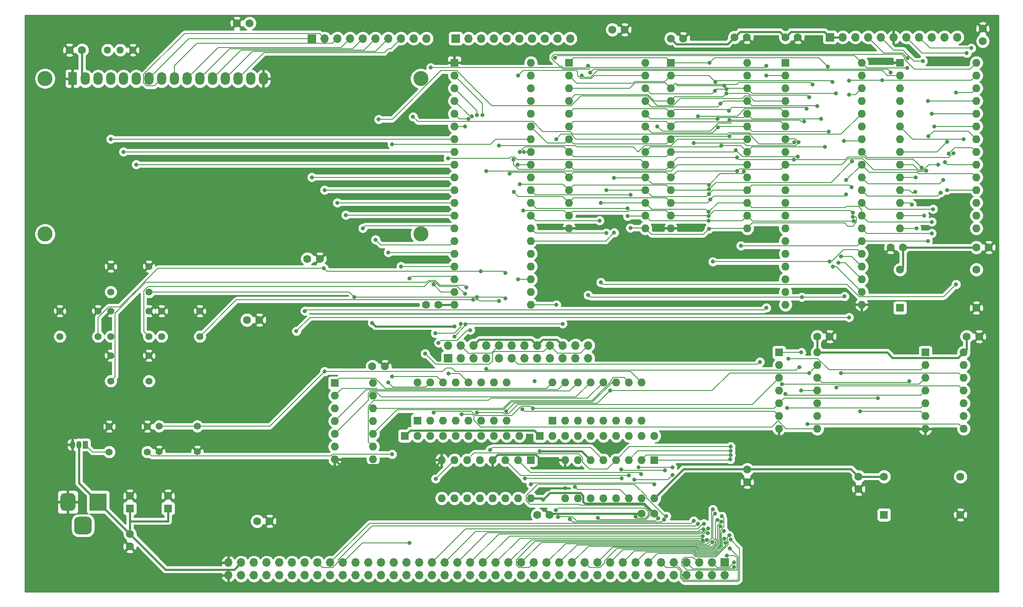
<source format=gbr>
%TF.GenerationSoftware,KiCad,Pcbnew,(5.1.10-1-10_14)*%
%TF.CreationDate,2021-07-17T22:37:21-07:00*%
%TF.ProjectId,SR6502,53523635-3032-42e6-9b69-6361645f7063,rev?*%
%TF.SameCoordinates,Original*%
%TF.FileFunction,Copper,L1,Top*%
%TF.FilePolarity,Positive*%
%FSLAX46Y46*%
G04 Gerber Fmt 4.6, Leading zero omitted, Abs format (unit mm)*
G04 Created by KiCad (PCBNEW (5.1.10-1-10_14)) date 2021-07-17 22:37:21*
%MOMM*%
%LPD*%
G01*
G04 APERTURE LIST*
%TA.AperFunction,ComponentPad*%
%ADD10R,1.600000X1.600000*%
%TD*%
%TA.AperFunction,ComponentPad*%
%ADD11O,1.600000X1.600000*%
%TD*%
%TA.AperFunction,ComponentPad*%
%ADD12C,3.000000*%
%TD*%
%TA.AperFunction,ComponentPad*%
%ADD13O,1.800000X2.600000*%
%TD*%
%TA.AperFunction,ComponentPad*%
%ADD14R,1.800000X2.600000*%
%TD*%
%TA.AperFunction,ComponentPad*%
%ADD15R,3.500000X3.500000*%
%TD*%
%TA.AperFunction,ComponentPad*%
%ADD16C,1.397000*%
%TD*%
%TA.AperFunction,ComponentPad*%
%ADD17O,1.700000X1.700000*%
%TD*%
%TA.AperFunction,ComponentPad*%
%ADD18R,1.700000X1.700000*%
%TD*%
%TA.AperFunction,ComponentPad*%
%ADD19C,1.600000*%
%TD*%
%TA.AperFunction,ComponentPad*%
%ADD20C,1.440000*%
%TD*%
%TA.AperFunction,ComponentPad*%
%ADD21O,1.050000X1.500000*%
%TD*%
%TA.AperFunction,ComponentPad*%
%ADD22R,1.050000X1.500000*%
%TD*%
%TA.AperFunction,ViaPad*%
%ADD23C,0.800000*%
%TD*%
%TA.AperFunction,Conductor*%
%ADD24C,0.400000*%
%TD*%
%TA.AperFunction,Conductor*%
%ADD25C,0.200000*%
%TD*%
%TA.AperFunction,Conductor*%
%ADD26C,0.254000*%
%TD*%
%TA.AperFunction,Conductor*%
%ADD27C,0.100000*%
%TD*%
G04 APERTURE END LIST*
D10*
%TO.P,U9,1*%
%TO.N,GND*%
X125730000Y-43180000D03*
D11*
%TO.P,U9,21*%
%TO.N,IRQ7*%
X140970000Y-91440000D03*
%TO.P,U9,2*%
%TO.N,VIA1PA0*%
X125730000Y-45720000D03*
%TO.P,U9,22*%
%TO.N,VIA_RW*%
X140970000Y-88900000D03*
%TO.P,U9,3*%
%TO.N,VIA1PA1*%
X125730000Y-48260000D03*
%TO.P,U9,23*%
%TO.N,VIA1_CS2*%
X140970000Y-86360000D03*
%TO.P,U9,4*%
%TO.N,VIA1PA2*%
X125730000Y-50800000D03*
%TO.P,U9,24*%
%TO.N,VIA_CS1*%
X140970000Y-83820000D03*
%TO.P,U9,5*%
%TO.N,VIA1PA3*%
X125730000Y-53340000D03*
%TO.P,U9,25*%
%TO.N,PHI2*%
X140970000Y-81280000D03*
%TO.P,U9,6*%
%TO.N,VIA1PA4*%
X125730000Y-55880000D03*
%TO.P,U9,26*%
%TO.N,d7*%
X140970000Y-78740000D03*
%TO.P,U9,7*%
%TO.N,VIA1PA5*%
X125730000Y-58420000D03*
%TO.P,U9,27*%
%TO.N,d6*%
X140970000Y-76200000D03*
%TO.P,U9,8*%
%TO.N,VIA1PA6*%
X125730000Y-60960000D03*
%TO.P,U9,28*%
%TO.N,d5*%
X140970000Y-73660000D03*
%TO.P,U9,9*%
%TO.N,VIA1PA7*%
X125730000Y-63500000D03*
%TO.P,U9,29*%
%TO.N,d4*%
X140970000Y-71120000D03*
%TO.P,U9,10*%
%TO.N,VIA1PB0*%
X125730000Y-66040000D03*
%TO.P,U9,30*%
%TO.N,d3*%
X140970000Y-68580000D03*
%TO.P,U9,11*%
%TO.N,VIA1PB1*%
X125730000Y-68580000D03*
%TO.P,U9,31*%
%TO.N,d2*%
X140970000Y-66040000D03*
%TO.P,U9,12*%
%TO.N,VIA1PB2*%
X125730000Y-71120000D03*
%TO.P,U9,32*%
%TO.N,d1*%
X140970000Y-63500000D03*
%TO.P,U9,13*%
%TO.N,VIA1PB3*%
X125730000Y-73660000D03*
%TO.P,U9,33*%
%TO.N,d0*%
X140970000Y-60960000D03*
%TO.P,U9,14*%
%TO.N,VIA1PB4*%
X125730000Y-76200000D03*
%TO.P,U9,34*%
%TO.N,RESET*%
X140970000Y-58420000D03*
%TO.P,U9,15*%
%TO.N,VIA1PB5*%
X125730000Y-78740000D03*
%TO.P,U9,35*%
%TO.N,a3*%
X140970000Y-55880000D03*
%TO.P,U9,16*%
%TO.N,VIA1PB6*%
X125730000Y-81280000D03*
%TO.P,U9,36*%
%TO.N,a2*%
X140970000Y-53340000D03*
%TO.P,U9,17*%
%TO.N,VIA1PB7*%
X125730000Y-83820000D03*
%TO.P,U9,37*%
%TO.N,a1*%
X140970000Y-50800000D03*
%TO.P,U9,18*%
%TO.N,VIA1CB1*%
X125730000Y-86360000D03*
%TO.P,U9,38*%
%TO.N,a0*%
X140970000Y-48260000D03*
%TO.P,U9,19*%
%TO.N,VIA1CB2*%
X125730000Y-88900000D03*
%TO.P,U9,39*%
%TO.N,VIA1CA2*%
X140970000Y-45720000D03*
%TO.P,U9,20*%
%TO.N,VCC*%
X125730000Y-91440000D03*
%TO.P,U9,40*%
%TO.N,VIA1CA1*%
X140970000Y-43180000D03*
%TD*%
D12*
%TO.P,U10,*%
%TO.N,*%
X119030000Y-46355000D03*
X119029480Y-77355700D03*
X44030900Y-77355700D03*
X44030900Y-46355000D03*
D13*
%TO.P,U10,16*%
%TO.N,GND*%
X87630000Y-46355000D03*
%TO.P,U10,15*%
%TO.N,VCC*%
X85090000Y-46355000D03*
%TO.P,U10,14*%
%TO.N,VIA1PB7*%
X82550000Y-46355000D03*
%TO.P,U10,13*%
%TO.N,VIA1PB6*%
X80010000Y-46355000D03*
%TO.P,U10,12*%
%TO.N,VIA1PB5*%
X77470000Y-46355000D03*
%TO.P,U10,11*%
%TO.N,VIA1PB4*%
X74930000Y-46355000D03*
%TO.P,U10,10*%
%TO.N,VIA1PB3*%
X72390000Y-46355000D03*
%TO.P,U10,9*%
%TO.N,VIA1PB2*%
X69850000Y-46355000D03*
%TO.P,U10,8*%
%TO.N,VIA1PB1*%
X67310000Y-46355000D03*
%TO.P,U10,7*%
%TO.N,VIA1PB0*%
X64770000Y-46355000D03*
%TO.P,U10,6*%
%TO.N,VIA1PA7*%
X62230000Y-46355000D03*
%TO.P,U10,5*%
%TO.N,VIA1PA6*%
X59690000Y-46355000D03*
%TO.P,U10,4*%
%TO.N,VIA1PA5*%
X57150000Y-46355000D03*
%TO.P,U10,3*%
%TO.N,Net-(RV1-Pad2)*%
X54610000Y-46355000D03*
%TO.P,U10,2*%
%TO.N,VCC*%
X52070000Y-46355000D03*
D14*
%TO.P,U10,1*%
%TO.N,GND*%
X49530000Y-46355000D03*
%TD*%
D10*
%TO.P,RN2,1*%
%TO.N,VCC*%
X115824000Y-117602000D03*
D11*
%TO.P,RN2,2*%
%TO.N,Net-(RN2-Pad2)*%
X118364000Y-117602000D03*
%TO.P,RN2,3*%
%TO.N,Net-(RN2-Pad3)*%
X120904000Y-117602000D03*
%TO.P,RN2,4*%
%TO.N,Net-(RN2-Pad4)*%
X123444000Y-117602000D03*
%TO.P,RN2,5*%
%TO.N,Net-(RN2-Pad5)*%
X125984000Y-117602000D03*
%TO.P,RN2,6*%
%TO.N,Net-(RN2-Pad6)*%
X128524000Y-117602000D03*
%TO.P,RN2,7*%
%TO.N,Net-(RN2-Pad7)*%
X131064000Y-117602000D03*
%TO.P,RN2,8*%
%TO.N,Net-(RN2-Pad8)*%
X133604000Y-117602000D03*
%TO.P,RN2,9*%
%TO.N,Net-(RN2-Pad9)*%
X136144000Y-117602000D03*
%TO.P,RN2,10*%
%TO.N,N/C*%
X138684000Y-117602000D03*
%TD*%
%TO.P,U11,28*%
%TO.N,ACIA1_RW*%
X229870000Y-43180000D03*
%TO.P,U11,14*%
%TO.N,a1*%
X214630000Y-76200000D03*
%TO.P,U11,27*%
%TO.N,PHI2*%
X229870000Y-45720000D03*
%TO.P,U11,13*%
%TO.N,a0*%
X214630000Y-73660000D03*
%TO.P,U11,26*%
%TO.N,IRQ4*%
X229870000Y-48260000D03*
%TO.P,U11,12*%
%TO.N,ACIA1_RXD*%
X214630000Y-71120000D03*
%TO.P,U11,25*%
%TO.N,d7*%
X229870000Y-50800000D03*
%TO.P,U11,11*%
%TO.N,ACIA1_DTR*%
X214630000Y-68580000D03*
%TO.P,U11,24*%
%TO.N,d6*%
X229870000Y-53340000D03*
%TO.P,U11,10*%
%TO.N,ACIA1_TXD*%
X214630000Y-66040000D03*
%TO.P,U11,23*%
%TO.N,d5*%
X229870000Y-55880000D03*
%TO.P,U11,9*%
%TO.N,ACIA1_CTS*%
X214630000Y-63500000D03*
%TO.P,U11,22*%
%TO.N,d4*%
X229870000Y-58420000D03*
%TO.P,U11,8*%
%TO.N,ACIA1_RTS*%
X214630000Y-60960000D03*
%TO.P,U11,21*%
%TO.N,d3*%
X229870000Y-60960000D03*
%TO.P,U11,7*%
%TO.N,N/C*%
X214630000Y-58420000D03*
%TO.P,U11,20*%
%TO.N,d2*%
X229870000Y-63500000D03*
%TO.P,U11,6*%
%TO.N,ACIA_CLOCK*%
X214630000Y-55880000D03*
%TO.P,U11,19*%
%TO.N,d1*%
X229870000Y-66040000D03*
%TO.P,U11,5*%
%TO.N,N/C*%
X214630000Y-53340000D03*
%TO.P,U11,18*%
%TO.N,d0*%
X229870000Y-68580000D03*
%TO.P,U11,4*%
%TO.N,RESET*%
X214630000Y-50800000D03*
%TO.P,U11,17*%
%TO.N,ACIA1_DSR*%
X229870000Y-71120000D03*
%TO.P,U11,3*%
%TO.N,ACIA1_CS1*%
X214630000Y-48260000D03*
%TO.P,U11,16*%
%TO.N,ACIA1_DCD*%
X229870000Y-73660000D03*
%TO.P,U11,2*%
%TO.N,ACIA1_CS0*%
X214630000Y-45720000D03*
%TO.P,U11,15*%
%TO.N,VCC*%
X229870000Y-76200000D03*
D10*
%TO.P,U11,1*%
%TO.N,GND*%
X214630000Y-43180000D03*
%TD*%
%TO.P,J1,3*%
%TO.N,N/C*%
%TA.AperFunction,ComponentPad*%
G36*
G01*
X49860000Y-136385000D02*
X49860000Y-134635000D01*
G75*
G02*
X50735000Y-133760000I875000J0D01*
G01*
X52485000Y-133760000D01*
G75*
G02*
X53360000Y-134635000I0J-875000D01*
G01*
X53360000Y-136385000D01*
G75*
G02*
X52485000Y-137260000I-875000J0D01*
G01*
X50735000Y-137260000D01*
G75*
G02*
X49860000Y-136385000I0J875000D01*
G01*
G37*
%TD.AperFunction*%
%TO.P,J1,2*%
%TO.N,GND*%
%TA.AperFunction,ComponentPad*%
G36*
G01*
X47110000Y-131810000D02*
X47110000Y-129810000D01*
G75*
G02*
X47860000Y-129060000I750000J0D01*
G01*
X49360000Y-129060000D01*
G75*
G02*
X50110000Y-129810000I0J-750000D01*
G01*
X50110000Y-131810000D01*
G75*
G02*
X49360000Y-132560000I-750000J0D01*
G01*
X47860000Y-132560000D01*
G75*
G02*
X47110000Y-131810000I0J750000D01*
G01*
G37*
%TD.AperFunction*%
D15*
%TO.P,J1,1*%
%TO.N,VCC*%
X54610000Y-130810000D03*
%TD*%
D16*
%TO.P,SW7,1*%
%TO.N,GND*%
X64770000Y-101600000D03*
%TO.P,SW7,2*%
%TO.N,VIA1PA3*%
X64770000Y-106680000D03*
%TO.P,SW7,1*%
%TO.N,GND*%
X57150000Y-101600000D03*
%TO.P,SW7,2*%
%TO.N,VIA1PA3*%
X57150000Y-106680000D03*
%TD*%
%TO.P,SW5,1*%
%TO.N,GND*%
X64770000Y-83820000D03*
%TO.P,SW5,2*%
%TO.N,VIA1PA1*%
X64770000Y-88900000D03*
%TO.P,SW5,1*%
%TO.N,GND*%
X57150000Y-83820000D03*
%TO.P,SW5,2*%
%TO.N,VIA1PA1*%
X57150000Y-88900000D03*
%TD*%
D17*
%TO.P,J6,80*%
%TO.N,GND*%
X80645000Y-145415000D03*
%TO.P,J6,79*%
X80645000Y-142875000D03*
%TO.P,J6,78*%
%TO.N,VCC*%
X83185000Y-145415000D03*
%TO.P,J6,77*%
X83185000Y-142875000D03*
%TO.P,J6,76*%
%TO.N,N/C*%
X85725000Y-145415000D03*
%TO.P,J6,75*%
X85725000Y-142875000D03*
%TO.P,J6,74*%
X88265000Y-145415000D03*
%TO.P,J6,73*%
X88265000Y-142875000D03*
%TO.P,J6,72*%
X90805000Y-145415000D03*
%TO.P,J6,71*%
X90805000Y-142875000D03*
%TO.P,J6,70*%
X93345000Y-145415000D03*
%TO.P,J6,69*%
%TO.N,SO*%
X93345000Y-142875000D03*
%TO.P,J6,68*%
%TO.N,N/C*%
X95885000Y-145415000D03*
%TO.P,J6,67*%
%TO.N,VP*%
X95885000Y-142875000D03*
%TO.P,J6,66*%
%TO.N,N/C*%
X98425000Y-145415000D03*
%TO.P,J6,65*%
%TO.N,ML*%
X98425000Y-142875000D03*
%TO.P,J6,64*%
%TO.N,N/C*%
X100965000Y-145415000D03*
%TO.P,J6,63*%
%TO.N,SYNC*%
X100965000Y-142875000D03*
%TO.P,J6,62*%
%TO.N,N/C*%
X103505000Y-145415000D03*
%TO.P,J6,61*%
%TO.N,BE*%
X103505000Y-142875000D03*
%TO.P,J6,60*%
%TO.N,N/C*%
X106045000Y-145415000D03*
%TO.P,J6,59*%
%TO.N,READY*%
X106045000Y-142875000D03*
%TO.P,J6,58*%
%TO.N,N/C*%
X108585000Y-145415000D03*
%TO.P,J6,57*%
%TO.N,NMI*%
X108585000Y-142875000D03*
%TO.P,J6,56*%
%TO.N,N/C*%
X111125000Y-145415000D03*
%TO.P,J6,55*%
%TO.N,IRQ*%
X111125000Y-142875000D03*
%TO.P,J6,54*%
%TO.N,N/C*%
X113665000Y-145415000D03*
%TO.P,J6,53*%
%TO.N,RW*%
X113665000Y-142875000D03*
%TO.P,J6,52*%
%TO.N,N/C*%
X116205000Y-145415000D03*
%TO.P,J6,51*%
%TO.N,RESET*%
X116205000Y-142875000D03*
%TO.P,J6,50*%
%TO.N,N/C*%
X118745000Y-145415000D03*
%TO.P,J6,49*%
%TO.N,PHI2*%
X118745000Y-142875000D03*
%TO.P,J6,48*%
%TO.N,N/C*%
X121285000Y-145415000D03*
%TO.P,J6,47*%
%TO.N,d7*%
X121285000Y-142875000D03*
%TO.P,J6,46*%
%TO.N,$7FFX*%
X123825000Y-145415000D03*
%TO.P,J6,45*%
%TO.N,d6*%
X123825000Y-142875000D03*
%TO.P,J6,44*%
%TO.N,$7FEX*%
X126365000Y-145415000D03*
%TO.P,J6,43*%
%TO.N,d5*%
X126365000Y-142875000D03*
%TO.P,J6,42*%
%TO.N,$7FDX*%
X128905000Y-145415000D03*
%TO.P,J6,41*%
%TO.N,d4*%
X128905000Y-142875000D03*
%TO.P,J6,40*%
%TO.N,$7FCX*%
X131445000Y-145415000D03*
%TO.P,J6,39*%
%TO.N,d3*%
X131445000Y-142875000D03*
%TO.P,J6,38*%
%TO.N,$7FBX*%
X133985000Y-145415000D03*
%TO.P,J6,37*%
%TO.N,d2*%
X133985000Y-142875000D03*
%TO.P,J6,36*%
%TO.N,$7FAX*%
X136525000Y-145415000D03*
%TO.P,J6,35*%
%TO.N,d1*%
X136525000Y-142875000D03*
%TO.P,J6,34*%
%TO.N,$7F9X*%
X139065000Y-145415000D03*
%TO.P,J6,33*%
%TO.N,d0*%
X139065000Y-142875000D03*
%TO.P,J6,32*%
%TO.N,$7F8X*%
X141605000Y-145415000D03*
%TO.P,J6,31*%
%TO.N,a15*%
X141605000Y-142875000D03*
%TO.P,J6,30*%
%TO.N,$7F7X*%
X144145000Y-145415000D03*
%TO.P,J6,29*%
%TO.N,a14*%
X144145000Y-142875000D03*
%TO.P,J6,28*%
%TO.N,$7F6X*%
X146685000Y-145415000D03*
%TO.P,J6,27*%
%TO.N,a13*%
X146685000Y-142875000D03*
%TO.P,J6,26*%
%TO.N,$7F5X*%
X149225000Y-145415000D03*
%TO.P,J6,25*%
%TO.N,a12*%
X149225000Y-142875000D03*
%TO.P,J6,24*%
%TO.N,$7F4X*%
X151765000Y-145415000D03*
%TO.P,J6,23*%
%TO.N,a11*%
X151765000Y-142875000D03*
%TO.P,J6,22*%
%TO.N,$7F3X*%
X154305000Y-145415000D03*
%TO.P,J6,21*%
%TO.N,a10*%
X154305000Y-142875000D03*
%TO.P,J6,20*%
%TO.N,$7F2X*%
X156845000Y-145415000D03*
%TO.P,J6,19*%
%TO.N,a9*%
X156845000Y-142875000D03*
%TO.P,J6,18*%
%TO.N,$7F1X*%
X159385000Y-145415000D03*
%TO.P,J6,17*%
%TO.N,a8*%
X159385000Y-142875000D03*
%TO.P,J6,16*%
%TO.N,$7F0X*%
X161925000Y-145415000D03*
%TO.P,J6,15*%
%TO.N,a7*%
X161925000Y-142875000D03*
%TO.P,J6,14*%
%TO.N,IRQ7*%
X164465000Y-145415000D03*
%TO.P,J6,13*%
%TO.N,a6*%
X164465000Y-142875000D03*
%TO.P,J6,12*%
%TO.N,IRQ6*%
X167005000Y-145415000D03*
%TO.P,J6,11*%
%TO.N,a5*%
X167005000Y-142875000D03*
%TO.P,J6,10*%
%TO.N,IRQ5*%
X169545000Y-145415000D03*
%TO.P,J6,9*%
%TO.N,a4*%
X169545000Y-142875000D03*
%TO.P,J6,8*%
%TO.N,IRQ4*%
X172085000Y-145415000D03*
%TO.P,J6,7*%
%TO.N,a3*%
X172085000Y-142875000D03*
%TO.P,J6,6*%
%TO.N,IRQ3*%
X174625000Y-145415000D03*
%TO.P,J6,5*%
%TO.N,a2*%
X174625000Y-142875000D03*
%TO.P,J6,4*%
%TO.N,IRQ2*%
X177165000Y-145415000D03*
%TO.P,J6,3*%
%TO.N,a1*%
X177165000Y-142875000D03*
%TO.P,J6,2*%
%TO.N,IRQ1*%
X179705000Y-145415000D03*
D18*
%TO.P,J6,1*%
%TO.N,a0*%
X179705000Y-142875000D03*
%TD*%
D10*
%TO.P,U7,1*%
%TO.N,a4*%
X165608000Y-122428000D03*
D11*
%TO.P,U7,9*%
%TO.N,$7F6X*%
X147828000Y-130048000D03*
%TO.P,U7,2*%
%TO.N,a5*%
X163068000Y-122428000D03*
%TO.P,U7,10*%
%TO.N,$7F5X*%
X150368000Y-130048000D03*
%TO.P,U7,3*%
%TO.N,a6*%
X160528000Y-122428000D03*
%TO.P,U7,11*%
%TO.N,$7F4X*%
X152908000Y-130048000D03*
%TO.P,U7,4*%
%TO.N,a7*%
X157988000Y-122428000D03*
%TO.P,U7,12*%
%TO.N,$7F3X*%
X155448000Y-130048000D03*
%TO.P,U7,5*%
%TO.N,$7FXX*%
X155448000Y-122428000D03*
%TO.P,U7,13*%
%TO.N,$7F2X*%
X157988000Y-130048000D03*
%TO.P,U7,6*%
%TO.N,VCC*%
X152908000Y-122428000D03*
%TO.P,U7,14*%
%TO.N,$7F1X*%
X160528000Y-130048000D03*
%TO.P,U7,7*%
%TO.N,$7F7X*%
X150368000Y-122428000D03*
%TO.P,U7,15*%
%TO.N,$7F0X*%
X163068000Y-130048000D03*
%TO.P,U7,8*%
%TO.N,GND*%
X147828000Y-122428000D03*
%TO.P,U7,16*%
%TO.N,VCC*%
X165608000Y-130048000D03*
%TD*%
D10*
%TO.P,U2,1*%
%TO.N,RW*%
X190500000Y-100965000D03*
D11*
%TO.P,U2,8*%
%TO.N,ROMSEL*%
X198120000Y-116205000D03*
%TO.P,U2,2*%
%TO.N,RW*%
X190500000Y-103505000D03*
%TO.P,U2,9*%
%TO.N,a15*%
X198120000Y-113665000D03*
%TO.P,U2,3*%
%TO.N,MRD*%
X190500000Y-106045000D03*
%TO.P,U2,10*%
%TO.N,a15*%
X198120000Y-111125000D03*
%TO.P,U2,4*%
%TO.N,MRD*%
X190500000Y-108585000D03*
%TO.P,U2,11*%
%TO.N,RAMSEL*%
X198120000Y-108585000D03*
%TO.P,U2,5*%
%TO.N,PHI2*%
X190500000Y-111125000D03*
%TO.P,U2,12*%
%TO.N,ROMSEL*%
X198120000Y-106045000D03*
%TO.P,U2,6*%
%TO.N,MWR*%
X190500000Y-113665000D03*
%TO.P,U2,13*%
%TO.N,$7FXX*%
X198120000Y-103505000D03*
%TO.P,U2,7*%
%TO.N,GND*%
X190500000Y-116205000D03*
%TO.P,U2,14*%
%TO.N,VCC*%
X198120000Y-100965000D03*
%TD*%
D17*
%TO.P,J5,11*%
%TO.N,ACIA1_RTS*%
X226060000Y-38100000D03*
%TO.P,J5,10*%
%TO.N,ACIA1_CTS*%
X223520000Y-38100000D03*
%TO.P,J5,9*%
%TO.N,ACIA1_DTR*%
X220980000Y-38100000D03*
%TO.P,J5,8*%
%TO.N,ACIA1_DCD*%
X218440000Y-38100000D03*
%TO.P,J5,7*%
%TO.N,ACIA1_DSR*%
X215900000Y-38100000D03*
%TO.P,J5,6*%
%TO.N,GND*%
X213360000Y-38100000D03*
%TO.P,J5,5*%
%TO.N,ACIA1_TXD*%
X210820000Y-38100000D03*
%TO.P,J5,4*%
%TO.N,ACIA1_RXD*%
X208280000Y-38100000D03*
%TO.P,J5,3*%
%TO.N,N/C*%
X205740000Y-38100000D03*
%TO.P,J5,2*%
%TO.N,VCC*%
X203200000Y-38100000D03*
D18*
%TO.P,J5,1*%
X200660000Y-38100000D03*
%TD*%
D11*
%TO.P,U4,28*%
%TO.N,VCC*%
X163830000Y-43180000D03*
%TO.P,U4,14*%
%TO.N,GND*%
X148590000Y-76200000D03*
%TO.P,U4,27*%
%TO.N,ROM_WE*%
X163830000Y-45720000D03*
%TO.P,U4,13*%
%TO.N,d2*%
X148590000Y-73660000D03*
%TO.P,U4,26*%
%TO.N,a13*%
X163830000Y-48260000D03*
%TO.P,U4,12*%
%TO.N,d1*%
X148590000Y-71120000D03*
%TO.P,U4,25*%
%TO.N,a8*%
X163830000Y-50800000D03*
%TO.P,U4,11*%
%TO.N,d0*%
X148590000Y-68580000D03*
%TO.P,U4,24*%
%TO.N,a9*%
X163830000Y-53340000D03*
%TO.P,U4,10*%
%TO.N,a0*%
X148590000Y-66040000D03*
%TO.P,U4,23*%
%TO.N,a11*%
X163830000Y-55880000D03*
%TO.P,U4,9*%
%TO.N,a1*%
X148590000Y-63500000D03*
%TO.P,U4,22*%
%TO.N,ROM_OE*%
X163830000Y-58420000D03*
%TO.P,U4,8*%
%TO.N,a2*%
X148590000Y-60960000D03*
%TO.P,U4,21*%
%TO.N,a10*%
X163830000Y-60960000D03*
%TO.P,U4,7*%
%TO.N,a3*%
X148590000Y-58420000D03*
%TO.P,U4,20*%
%TO.N,ROM_CS*%
X163830000Y-63500000D03*
%TO.P,U4,6*%
%TO.N,a4*%
X148590000Y-55880000D03*
%TO.P,U4,19*%
%TO.N,d7*%
X163830000Y-66040000D03*
%TO.P,U4,5*%
%TO.N,a5*%
X148590000Y-53340000D03*
%TO.P,U4,18*%
%TO.N,d6*%
X163830000Y-68580000D03*
%TO.P,U4,4*%
%TO.N,a6*%
X148590000Y-50800000D03*
%TO.P,U4,17*%
%TO.N,d5*%
X163830000Y-71120000D03*
%TO.P,U4,3*%
%TO.N,a7*%
X148590000Y-48260000D03*
%TO.P,U4,16*%
%TO.N,d4*%
X163830000Y-73660000D03*
%TO.P,U4,2*%
%TO.N,a12*%
X148590000Y-45720000D03*
%TO.P,U4,15*%
%TO.N,d3*%
X163830000Y-76200000D03*
D10*
%TO.P,U4,1*%
%TO.N,a14*%
X148590000Y-43180000D03*
%TD*%
D19*
%TO.P,C4,2*%
%TO.N,GND*%
X171410000Y-38354000D03*
%TO.P,C4,1*%
%TO.N,VCC*%
X168910000Y-38354000D03*
%TD*%
D11*
%TO.P,U1,40*%
%TO.N,RESET*%
X207010000Y-43180000D03*
%TO.P,U1,20*%
%TO.N,a11*%
X191770000Y-91440000D03*
%TO.P,U1,39*%
%TO.N,N/C*%
X207010000Y-45720000D03*
%TO.P,U1,19*%
%TO.N,a10*%
X191770000Y-88900000D03*
%TO.P,U1,38*%
%TO.N,SO*%
X207010000Y-48260000D03*
%TO.P,U1,18*%
%TO.N,a9*%
X191770000Y-86360000D03*
%TO.P,U1,37*%
%TO.N,PHI2*%
X207010000Y-50800000D03*
%TO.P,U1,17*%
%TO.N,a8*%
X191770000Y-83820000D03*
%TO.P,U1,36*%
%TO.N,BE*%
X207010000Y-53340000D03*
%TO.P,U1,16*%
%TO.N,a7*%
X191770000Y-81280000D03*
%TO.P,U1,35*%
%TO.N,N/C*%
X207010000Y-55880000D03*
%TO.P,U1,15*%
%TO.N,a6*%
X191770000Y-78740000D03*
%TO.P,U1,34*%
%TO.N,RW*%
X207010000Y-58420000D03*
%TO.P,U1,14*%
%TO.N,a5*%
X191770000Y-76200000D03*
%TO.P,U1,33*%
%TO.N,d0*%
X207010000Y-60960000D03*
%TO.P,U1,13*%
%TO.N,a4*%
X191770000Y-73660000D03*
%TO.P,U1,32*%
%TO.N,d1*%
X207010000Y-63500000D03*
%TO.P,U1,12*%
%TO.N,a3*%
X191770000Y-71120000D03*
%TO.P,U1,31*%
%TO.N,d2*%
X207010000Y-66040000D03*
%TO.P,U1,11*%
%TO.N,a2*%
X191770000Y-68580000D03*
%TO.P,U1,30*%
%TO.N,d3*%
X207010000Y-68580000D03*
%TO.P,U1,10*%
%TO.N,a1*%
X191770000Y-66040000D03*
%TO.P,U1,29*%
%TO.N,d4*%
X207010000Y-71120000D03*
%TO.P,U1,9*%
%TO.N,a0*%
X191770000Y-63500000D03*
%TO.P,U1,28*%
%TO.N,d5*%
X207010000Y-73660000D03*
%TO.P,U1,8*%
%TO.N,VCC*%
X191770000Y-60960000D03*
%TO.P,U1,27*%
%TO.N,d6*%
X207010000Y-76200000D03*
%TO.P,U1,7*%
%TO.N,SYNC*%
X191770000Y-58420000D03*
%TO.P,U1,26*%
%TO.N,d7*%
X207010000Y-78740000D03*
%TO.P,U1,6*%
%TO.N,NMI*%
X191770000Y-55880000D03*
%TO.P,U1,25*%
%TO.N,a15*%
X207010000Y-81280000D03*
%TO.P,U1,5*%
%TO.N,ML*%
X191770000Y-53340000D03*
%TO.P,U1,24*%
%TO.N,a14*%
X207010000Y-83820000D03*
%TO.P,U1,4*%
%TO.N,IRQ*%
X191770000Y-50800000D03*
%TO.P,U1,23*%
%TO.N,a13*%
X207010000Y-86360000D03*
%TO.P,U1,3*%
%TO.N,N/C*%
X191770000Y-48260000D03*
%TO.P,U1,22*%
%TO.N,a12*%
X207010000Y-88900000D03*
%TO.P,U1,2*%
%TO.N,READY*%
X191770000Y-45720000D03*
%TO.P,U1,21*%
%TO.N,GND*%
X207010000Y-91440000D03*
D10*
%TO.P,U1,1*%
%TO.N,VP*%
X191770000Y-43180000D03*
%TD*%
D19*
%TO.P,C1,1*%
%TO.N,VCC*%
X191770000Y-38100000D03*
%TO.P,C1,2*%
%TO.N,GND*%
X194270000Y-38100000D03*
%TD*%
%TO.P,C3,2*%
%TO.N,GND*%
X206375000Y-128230000D03*
%TO.P,C3,1*%
%TO.N,VCC*%
X206375000Y-125730000D03*
%TD*%
%TO.P,C5,1*%
%TO.N,VCC*%
X181610000Y-38100000D03*
%TO.P,C5,2*%
%TO.N,GND*%
X184110000Y-38100000D03*
%TD*%
%TO.P,C6,1*%
%TO.N,VCC*%
X122555000Y-91440000D03*
%TO.P,C6,2*%
%TO.N,GND*%
X120055000Y-91440000D03*
%TD*%
%TO.P,C7,1*%
%TO.N,VCC*%
X142240000Y-133350000D03*
%TO.P,C7,2*%
%TO.N,GND*%
X144740000Y-133350000D03*
%TD*%
%TO.P,C8,1*%
%TO.N,VCC*%
X165608000Y-133096000D03*
%TO.P,C8,2*%
%TO.N,GND*%
X163108000Y-133096000D03*
%TD*%
%TO.P,C9,2*%
%TO.N,GND*%
X48935000Y-40640000D03*
%TO.P,C9,1*%
%TO.N,VCC*%
X51435000Y-40640000D03*
%TD*%
%TO.P,C10,2*%
%TO.N,GND*%
X212765000Y-80010000D03*
%TO.P,C10,1*%
%TO.N,VCC*%
X215265000Y-80010000D03*
%TD*%
%TO.P,C11,1*%
%TO.N,VCC*%
X229870000Y-80010000D03*
%TO.P,C11,2*%
%TO.N,GND*%
X232370000Y-80010000D03*
%TD*%
%TO.P,C13,2*%
%TO.N,GND*%
X111847000Y-103759000D03*
%TO.P,C13,1*%
%TO.N,VCC*%
X109347000Y-103759000D03*
%TD*%
%TO.P,C14,1*%
%TO.N,VCC*%
X198120000Y-97790000D03*
%TO.P,C14,2*%
%TO.N,GND*%
X200620000Y-97790000D03*
%TD*%
%TO.P,C15,2*%
%TO.N,GND*%
X230465000Y-97790000D03*
%TO.P,C15,1*%
%TO.N,VCC*%
X227965000Y-97790000D03*
%TD*%
D17*
%TO.P,J3,10*%
%TO.N,VIA1CA2*%
X148844000Y-38354000D03*
%TO.P,J3,9*%
%TO.N,VIA1CA1*%
X146304000Y-38354000D03*
%TO.P,J3,8*%
%TO.N,VIA1PA7*%
X143764000Y-38354000D03*
%TO.P,J3,7*%
%TO.N,VIA1PA6*%
X141224000Y-38354000D03*
%TO.P,J3,6*%
%TO.N,VIA1PA5*%
X138684000Y-38354000D03*
%TO.P,J3,5*%
%TO.N,VIA1PA4*%
X136144000Y-38354000D03*
%TO.P,J3,4*%
%TO.N,VIA1PA3*%
X133604000Y-38354000D03*
%TO.P,J3,3*%
%TO.N,VIA1PA2*%
X131064000Y-38354000D03*
%TO.P,J3,2*%
%TO.N,VIA1PA1*%
X128524000Y-38354000D03*
D18*
%TO.P,J3,1*%
%TO.N,VIA1PA0*%
X125984000Y-38354000D03*
%TD*%
%TO.P,J4,1*%
%TO.N,VIA1PB0*%
X97282000Y-38354000D03*
D17*
%TO.P,J4,2*%
%TO.N,VIA1PB1*%
X99822000Y-38354000D03*
%TO.P,J4,3*%
%TO.N,VIA1PB2*%
X102362000Y-38354000D03*
%TO.P,J4,4*%
%TO.N,VIA1PB3*%
X104902000Y-38354000D03*
%TO.P,J4,5*%
%TO.N,VIA1PB4*%
X107442000Y-38354000D03*
%TO.P,J4,6*%
%TO.N,VIA1PB5*%
X109982000Y-38354000D03*
%TO.P,J4,7*%
%TO.N,VIA1PB6*%
X112522000Y-38354000D03*
%TO.P,J4,8*%
%TO.N,VIA1PB7*%
X115062000Y-38354000D03*
%TO.P,J4,9*%
%TO.N,VIA1CB1*%
X117602000Y-38354000D03*
%TO.P,J4,10*%
%TO.N,VIA1CB2*%
X120142000Y-38354000D03*
%TD*%
D11*
%TO.P,RN1,10*%
%TO.N,N/C*%
X165608000Y-117602000D03*
%TO.P,RN1,9*%
%TO.N,Net-(RN1-Pad9)*%
X163068000Y-117602000D03*
%TO.P,RN1,8*%
%TO.N,Net-(RN1-Pad8)*%
X160528000Y-117602000D03*
%TO.P,RN1,7*%
%TO.N,Net-(RN1-Pad7)*%
X157988000Y-117602000D03*
%TO.P,RN1,6*%
%TO.N,Net-(RN1-Pad6)*%
X155448000Y-117602000D03*
%TO.P,RN1,5*%
%TO.N,Net-(RN1-Pad5)*%
X152908000Y-117602000D03*
%TO.P,RN1,4*%
%TO.N,Net-(RN1-Pad4)*%
X150368000Y-117602000D03*
%TO.P,RN1,3*%
%TO.N,Net-(RN1-Pad3)*%
X147828000Y-117602000D03*
%TO.P,RN1,2*%
%TO.N,Net-(RN1-Pad2)*%
X145288000Y-117602000D03*
D10*
%TO.P,RN1,1*%
%TO.N,VCC*%
X142748000Y-117602000D03*
%TD*%
D20*
%TO.P,RV1,1*%
%TO.N,GND*%
X61595000Y-40640000D03*
%TO.P,RV1,2*%
%TO.N,Net-(RV1-Pad2)*%
X59055000Y-40640000D03*
%TO.P,RV1,3*%
%TO.N,N/C*%
X56515000Y-40640000D03*
%TD*%
D10*
%TO.P,SW2,1*%
%TO.N,Net-(RN1-Pad2)*%
X145288000Y-114554000D03*
D11*
%TO.P,SW2,9*%
%TO.N,NMI*%
X163068000Y-106934000D03*
%TO.P,SW2,2*%
%TO.N,Net-(RN1-Pad3)*%
X147828000Y-114554000D03*
%TO.P,SW2,10*%
%TO.N,IRQ1*%
X160528000Y-106934000D03*
%TO.P,SW2,3*%
%TO.N,Net-(RN1-Pad4)*%
X150368000Y-114554000D03*
%TO.P,SW2,11*%
%TO.N,IRQ2*%
X157988000Y-106934000D03*
%TO.P,SW2,4*%
%TO.N,Net-(RN1-Pad5)*%
X152908000Y-114554000D03*
%TO.P,SW2,12*%
%TO.N,IRQ3*%
X155448000Y-106934000D03*
%TO.P,SW2,5*%
%TO.N,Net-(RN1-Pad6)*%
X155448000Y-114554000D03*
%TO.P,SW2,13*%
%TO.N,IRQ4*%
X152908000Y-106934000D03*
%TO.P,SW2,6*%
%TO.N,Net-(RN1-Pad7)*%
X157988000Y-114554000D03*
%TO.P,SW2,14*%
%TO.N,IRQ5*%
X150368000Y-106934000D03*
%TO.P,SW2,7*%
%TO.N,Net-(RN1-Pad8)*%
X160528000Y-114554000D03*
%TO.P,SW2,15*%
%TO.N,IRQ6*%
X147828000Y-106934000D03*
%TO.P,SW2,8*%
%TO.N,Net-(RN1-Pad9)*%
X163068000Y-114554000D03*
%TO.P,SW2,16*%
%TO.N,IRQ7*%
X145288000Y-106934000D03*
%TD*%
%TO.P,SW3,16*%
%TO.N,BE*%
X118364000Y-106934000D03*
%TO.P,SW3,8*%
%TO.N,Net-(RN2-Pad9)*%
X136144000Y-114554000D03*
%TO.P,SW3,15*%
%TO.N,READY*%
X120904000Y-106934000D03*
%TO.P,SW3,7*%
%TO.N,Net-(RN2-Pad8)*%
X133604000Y-114554000D03*
%TO.P,SW3,14*%
%TO.N,RESET*%
X123444000Y-106934000D03*
%TO.P,SW3,6*%
%TO.N,Net-(RN2-Pad7)*%
X131064000Y-114554000D03*
%TO.P,SW3,13*%
%TO.N,VIA1PA4*%
X125984000Y-106934000D03*
%TO.P,SW3,5*%
%TO.N,Net-(RN2-Pad6)*%
X128524000Y-114554000D03*
%TO.P,SW3,12*%
%TO.N,VIA1PA3*%
X128524000Y-106934000D03*
%TO.P,SW3,4*%
%TO.N,Net-(RN2-Pad5)*%
X125984000Y-114554000D03*
%TO.P,SW3,11*%
%TO.N,VIA1PA2*%
X131064000Y-106934000D03*
%TO.P,SW3,3*%
%TO.N,Net-(RN2-Pad4)*%
X123444000Y-114554000D03*
%TO.P,SW3,10*%
%TO.N,VIA1PA1*%
X133604000Y-106934000D03*
%TO.P,SW3,2*%
%TO.N,Net-(RN2-Pad3)*%
X120904000Y-114554000D03*
%TO.P,SW3,9*%
%TO.N,VIA1PA0*%
X136144000Y-106934000D03*
D10*
%TO.P,SW3,1*%
%TO.N,Net-(RN2-Pad2)*%
X118364000Y-114554000D03*
%TD*%
D16*
%TO.P,SW4,2*%
%TO.N,VIA1PA0*%
X46990000Y-97790000D03*
%TO.P,SW4,1*%
%TO.N,GND*%
X46990000Y-92710000D03*
%TO.P,SW4,2*%
%TO.N,VIA1PA0*%
X54610000Y-97790000D03*
%TO.P,SW4,1*%
%TO.N,GND*%
X54610000Y-92710000D03*
%TD*%
%TO.P,SW6,1*%
%TO.N,GND*%
X74930000Y-92710000D03*
%TO.P,SW6,2*%
%TO.N,VIA1PA2*%
X74930000Y-97790000D03*
%TO.P,SW6,1*%
%TO.N,GND*%
X67310000Y-92710000D03*
%TO.P,SW6,2*%
%TO.N,VIA1PA2*%
X67310000Y-97790000D03*
%TD*%
%TO.P,SW8,2*%
%TO.N,VIA1PA4*%
X57150000Y-97790000D03*
%TO.P,SW8,1*%
%TO.N,GND*%
X57150000Y-92710000D03*
%TO.P,SW8,2*%
%TO.N,VIA1PA4*%
X64770000Y-97790000D03*
%TO.P,SW8,1*%
%TO.N,GND*%
X64770000Y-92710000D03*
%TD*%
D11*
%TO.P,U3,14*%
%TO.N,VCC*%
X227330000Y-100965000D03*
%TO.P,U3,7*%
%TO.N,GND*%
X219710000Y-116205000D03*
%TO.P,U3,13*%
%TO.N,N/C*%
X227330000Y-103505000D03*
%TO.P,U3,6*%
%TO.N,a12*%
X219710000Y-113665000D03*
%TO.P,U3,12*%
%TO.N,a14*%
X227330000Y-106045000D03*
%TO.P,U3,5*%
%TO.N,a11*%
X219710000Y-111125000D03*
%TO.P,U3,11*%
%TO.N,a13*%
X227330000Y-108585000D03*
%TO.P,U3,4*%
%TO.N,a10*%
X219710000Y-108585000D03*
%TO.P,U3,10*%
%TO.N,N/C*%
X227330000Y-111125000D03*
%TO.P,U3,3*%
%TO.N,a9*%
X219710000Y-106045000D03*
%TO.P,U3,9*%
%TO.N,N/C*%
X227330000Y-113665000D03*
%TO.P,U3,2*%
%TO.N,a8*%
X219710000Y-103505000D03*
%TO.P,U3,8*%
%TO.N,$7FXX*%
X227330000Y-116205000D03*
D10*
%TO.P,U3,1*%
%TO.N,ROMSEL*%
X219710000Y-100965000D03*
%TD*%
%TO.P,U5,1*%
%TO.N,a14*%
X168910000Y-43180000D03*
D11*
%TO.P,U5,15*%
%TO.N,d3*%
X184150000Y-76200000D03*
%TO.P,U5,2*%
%TO.N,a12*%
X168910000Y-45720000D03*
%TO.P,U5,16*%
%TO.N,d4*%
X184150000Y-73660000D03*
%TO.P,U5,3*%
%TO.N,a7*%
X168910000Y-48260000D03*
%TO.P,U5,17*%
%TO.N,d5*%
X184150000Y-71120000D03*
%TO.P,U5,4*%
%TO.N,a6*%
X168910000Y-50800000D03*
%TO.P,U5,18*%
%TO.N,d6*%
X184150000Y-68580000D03*
%TO.P,U5,5*%
%TO.N,a5*%
X168910000Y-53340000D03*
%TO.P,U5,19*%
%TO.N,d7*%
X184150000Y-66040000D03*
%TO.P,U5,6*%
%TO.N,a4*%
X168910000Y-55880000D03*
%TO.P,U5,20*%
%TO.N,SRAM_CS*%
X184150000Y-63500000D03*
%TO.P,U5,7*%
%TO.N,a3*%
X168910000Y-58420000D03*
%TO.P,U5,21*%
%TO.N,a10*%
X184150000Y-60960000D03*
%TO.P,U5,8*%
%TO.N,a2*%
X168910000Y-60960000D03*
%TO.P,U5,22*%
%TO.N,SRAM_OE*%
X184150000Y-58420000D03*
%TO.P,U5,9*%
%TO.N,a1*%
X168910000Y-63500000D03*
%TO.P,U5,23*%
%TO.N,a11*%
X184150000Y-55880000D03*
%TO.P,U5,10*%
%TO.N,a0*%
X168910000Y-66040000D03*
%TO.P,U5,24*%
%TO.N,a9*%
X184150000Y-53340000D03*
%TO.P,U5,11*%
%TO.N,d0*%
X168910000Y-68580000D03*
%TO.P,U5,25*%
%TO.N,a8*%
X184150000Y-50800000D03*
%TO.P,U5,12*%
%TO.N,d1*%
X168910000Y-71120000D03*
%TO.P,U5,26*%
%TO.N,a13*%
X184150000Y-48260000D03*
%TO.P,U5,13*%
%TO.N,d2*%
X168910000Y-73660000D03*
%TO.P,U5,27*%
%TO.N,SRAM_WE*%
X184150000Y-45720000D03*
%TO.P,U5,14*%
%TO.N,GND*%
X168910000Y-76200000D03*
%TO.P,U5,28*%
%TO.N,VCC*%
X184150000Y-43180000D03*
%TD*%
%TO.P,U6,14*%
%TO.N,VCC*%
X109474000Y-107061000D03*
%TO.P,U6,7*%
%TO.N,GND*%
X101854000Y-122301000D03*
%TO.P,U6,13*%
%TO.N,Net-(U6-Pad13)*%
X109474000Y-109601000D03*
%TO.P,U6,6*%
X101854000Y-119761000D03*
%TO.P,U6,12*%
%TO.N,IRQ1*%
X109474000Y-112141000D03*
%TO.P,U6,5*%
%TO.N,IRQ4*%
X101854000Y-117221000D03*
%TO.P,U6,11*%
%TO.N,N/C*%
X109474000Y-114681000D03*
%TO.P,U6,4*%
%TO.N,IRQ5*%
X101854000Y-114681000D03*
%TO.P,U6,10*%
%TO.N,IRQ2*%
X109474000Y-117221000D03*
%TO.P,U6,3*%
%TO.N,N/C*%
X101854000Y-112141000D03*
%TO.P,U6,9*%
%TO.N,IRQ3*%
X109474000Y-119761000D03*
%TO.P,U6,2*%
%TO.N,IRQ6*%
X101854000Y-109601000D03*
%TO.P,U6,8*%
%TO.N,IRQ*%
X109474000Y-122301000D03*
D10*
%TO.P,U6,1*%
%TO.N,IRQ7*%
X101854000Y-107061000D03*
%TD*%
D11*
%TO.P,U8,16*%
%TO.N,VCC*%
X140970000Y-130048000D03*
%TO.P,U8,8*%
%TO.N,GND*%
X123190000Y-122428000D03*
%TO.P,U8,15*%
%TO.N,$7F8X*%
X138430000Y-130048000D03*
%TO.P,U8,7*%
%TO.N,$7FFX*%
X125730000Y-122428000D03*
%TO.P,U8,14*%
%TO.N,$7F9X*%
X135890000Y-130048000D03*
%TO.P,U8,6*%
%TO.N,a7*%
X128270000Y-122428000D03*
%TO.P,U8,13*%
%TO.N,$7FAX*%
X133350000Y-130048000D03*
%TO.P,U8,5*%
%TO.N,$7FXX*%
X130810000Y-122428000D03*
%TO.P,U8,12*%
%TO.N,$7FBX*%
X130810000Y-130048000D03*
%TO.P,U8,4*%
%TO.N,GND*%
X133350000Y-122428000D03*
%TO.P,U8,11*%
%TO.N,$7FCX*%
X128270000Y-130048000D03*
%TO.P,U8,3*%
%TO.N,a6*%
X135890000Y-122428000D03*
%TO.P,U8,10*%
%TO.N,$7FDX*%
X125730000Y-130048000D03*
%TO.P,U8,2*%
%TO.N,a5*%
X138430000Y-122428000D03*
%TO.P,U8,9*%
%TO.N,$7FEX*%
X123190000Y-130048000D03*
D10*
%TO.P,U8,1*%
%TO.N,a4*%
X140970000Y-122428000D03*
%TD*%
D16*
%TO.P,SW1,2*%
%TO.N,RESET*%
X56855001Y-120815001D03*
%TO.P,SW1,1*%
%TO.N,GND*%
X56855001Y-115735001D03*
%TO.P,SW1,2*%
%TO.N,RESET*%
X64475001Y-120815001D03*
%TO.P,SW1,1*%
%TO.N,GND*%
X64475001Y-115735001D03*
%TD*%
D21*
%TO.P,U13,2*%
%TO.N,VCC*%
X50800000Y-119380000D03*
%TO.P,U13,3*%
%TO.N,GND*%
X49530000Y-119380000D03*
D22*
%TO.P,U13,1*%
%TO.N,RESET*%
X52070000Y-119380000D03*
%TD*%
D10*
%TO.P,X1,1*%
%TO.N,N/C*%
X211455000Y-133350000D03*
D19*
%TO.P,X1,14*%
%TO.N,VCC*%
X211455000Y-125730000D03*
%TO.P,X1,8*%
%TO.N,PHI2*%
X226695000Y-125730000D03*
%TO.P,X1,7*%
%TO.N,GND*%
X226695000Y-133350000D03*
%TD*%
%TO.P,X2,7*%
%TO.N,GND*%
X229870000Y-92075000D03*
%TO.P,X2,8*%
%TO.N,ACIA_CLOCK*%
X229870000Y-84455000D03*
%TO.P,X2,14*%
%TO.N,VCC*%
X214630000Y-84455000D03*
D10*
%TO.P,X2,1*%
%TO.N,N/C*%
X214630000Y-92075000D03*
%TD*%
D18*
%TO.P,J2,1*%
%TO.N,ROM_CS*%
X124460000Y-102108000D03*
D17*
%TO.P,J2,2*%
%TO.N,ROMSEL*%
X124460000Y-99568000D03*
%TO.P,J2,3*%
%TO.N,ROM_OE*%
X127000000Y-102108000D03*
%TO.P,J2,4*%
%TO.N,MRD*%
X127000000Y-99568000D03*
%TO.P,J2,5*%
%TO.N,ROM_WE*%
X129540000Y-102108000D03*
%TO.P,J2,6*%
%TO.N,VCC*%
X129540000Y-99568000D03*
%TO.P,J2,7*%
%TO.N,SRAM_CS*%
X132080000Y-102108000D03*
%TO.P,J2,8*%
%TO.N,RAMSEL*%
X132080000Y-99568000D03*
%TO.P,J2,9*%
%TO.N,SRAM_OE*%
X134620000Y-102108000D03*
%TO.P,J2,10*%
%TO.N,MRD*%
X134620000Y-99568000D03*
%TO.P,J2,11*%
%TO.N,SRAM_WE*%
X137160000Y-102108000D03*
%TO.P,J2,12*%
%TO.N,MWR*%
X137160000Y-99568000D03*
%TO.P,J2,13*%
%TO.N,VIA1_CS2*%
X139700000Y-102108000D03*
%TO.P,J2,14*%
%TO.N,$7F0X*%
X139700000Y-99568000D03*
%TO.P,J2,15*%
%TO.N,VIA_CS1*%
X142240000Y-102108000D03*
%TO.P,J2,16*%
%TO.N,VCC*%
X142240000Y-99568000D03*
%TO.P,J2,17*%
%TO.N,VIA_RW*%
X144780000Y-102108000D03*
%TO.P,J2,18*%
%TO.N,RW*%
X144780000Y-99568000D03*
%TO.P,J2,19*%
%TO.N,ACIA1_CS0*%
X147320000Y-102108000D03*
%TO.P,J2,20*%
%TO.N,VCC*%
X147320000Y-99568000D03*
%TO.P,J2,21*%
%TO.N,ACIA1_CS1*%
X149860000Y-102108000D03*
%TO.P,J2,22*%
%TO.N,$7F1X*%
X149860000Y-99568000D03*
%TO.P,J2,23*%
%TO.N,ACIA1_RW*%
X152400000Y-102108000D03*
%TO.P,J2,24*%
%TO.N,RW*%
X152400000Y-99568000D03*
%TD*%
D16*
%TO.P,SW9,1*%
%TO.N,NMI*%
X74422000Y-115697000D03*
%TO.P,SW9,2*%
%TO.N,GND*%
X74422000Y-120777000D03*
%TO.P,SW9,1*%
%TO.N,NMI*%
X66802000Y-115697000D03*
%TO.P,SW9,2*%
%TO.N,GND*%
X66802000Y-120777000D03*
%TD*%
D10*
%TO.P,C2,1*%
%TO.N,VCC*%
X60960000Y-132080000D03*
D19*
%TO.P,C2,2*%
%TO.N,GND*%
X60960000Y-129580000D03*
%TD*%
%TO.P,C12,2*%
%TO.N,GND*%
X68580000Y-129580000D03*
D10*
%TO.P,C12,1*%
%TO.N,VCC*%
X68580000Y-132080000D03*
%TD*%
D19*
%TO.P,C16,2*%
%TO.N,GND*%
X60960000Y-139660000D03*
%TO.P,C16,1*%
%TO.N,VCC*%
X60960000Y-137160000D03*
%TD*%
%TO.P,C17,1*%
%TO.N,VCC*%
X96393000Y-82296000D03*
%TO.P,C17,2*%
%TO.N,GND*%
X98893000Y-82296000D03*
%TD*%
%TO.P,C18,1*%
%TO.N,VCC*%
X184150000Y-124333000D03*
%TO.P,C18,2*%
%TO.N,GND*%
X184150000Y-126833000D03*
%TD*%
%TO.P,C19,2*%
%TO.N,GND*%
X86828000Y-94488000D03*
%TO.P,C19,1*%
%TO.N,VCC*%
X84328000Y-94488000D03*
%TD*%
%TO.P,C20,1*%
%TO.N,VCC*%
X231140000Y-38862000D03*
%TO.P,C20,2*%
%TO.N,GND*%
X231140000Y-36362000D03*
%TD*%
%TO.P,C21,1*%
%TO.N,VCC*%
X84836000Y-35306000D03*
%TO.P,C21,2*%
%TO.N,GND*%
X82336000Y-35306000D03*
%TD*%
%TO.P,C22,2*%
%TO.N,GND*%
X159726000Y-36576000D03*
%TO.P,C22,1*%
%TO.N,VCC*%
X157226000Y-36576000D03*
%TD*%
%TO.P,C23,2*%
%TO.N,GND*%
X88860000Y-134620000D03*
%TO.P,C23,1*%
%TO.N,VCC*%
X86360000Y-134620000D03*
%TD*%
D23*
%TO.N,*%
X141732000Y-106680000D03*
%TO.N,VCC*%
X109347000Y-95123000D03*
X125730000Y-95758000D03*
X142748000Y-120650000D03*
X143459998Y-130360000D03*
%TO.N,GND*%
X144430000Y-128310000D03*
X119850000Y-98140000D03*
X115290000Y-99840000D03*
X129430000Y-126530000D03*
X147828000Y-128012000D03*
%TO.N,NMI*%
X166243000Y-55880000D03*
X99822000Y-104775000D03*
%TO.N,a12*%
X201168000Y-46990000D03*
X206694999Y-112714999D03*
X201294994Y-83820000D03*
X177847483Y-47001796D03*
X178976752Y-134752585D03*
%TO.N,a13*%
X179993238Y-48493685D03*
X201930000Y-107950000D03*
X202387066Y-83103332D03*
X201845010Y-49276000D03*
X177711740Y-48806618D03*
X178197243Y-134359735D03*
%TO.N,IRQ*%
X110617000Y-54483000D03*
%TO.N,a14*%
X200240440Y-43969978D03*
X202884991Y-81828275D03*
X176658735Y-43180000D03*
X202880005Y-105094999D03*
X177729039Y-133139962D03*
%TO.N,a15*%
X200602300Y-82861700D03*
X177289878Y-132291515D03*
X177289878Y-82861700D03*
%TO.N,d7*%
X220218000Y-78740000D03*
X220218000Y-50800000D03*
X157607000Y-77089000D03*
X157607000Y-66167000D03*
X176530000Y-67564000D03*
X175514002Y-135128000D03*
X182906054Y-79690001D03*
X183506043Y-64926230D03*
%TO.N,d6*%
X220980000Y-77216000D03*
X220980000Y-53340000D03*
X156021999Y-77150001D03*
X156021999Y-68645999D03*
X205020010Y-68059033D03*
X176572010Y-69342000D03*
X175458379Y-136228011D03*
%TO.N,d5*%
X221530010Y-55922010D03*
X220979982Y-74930000D03*
X154686000Y-74676000D03*
X154940000Y-71185999D03*
X176478425Y-72968751D03*
X176411442Y-136079565D03*
%TO.N,a0*%
X219498010Y-73660000D03*
X219916510Y-64749754D03*
X182156021Y-64769996D03*
X136771084Y-65320010D03*
%TO.N,d4*%
X221268032Y-72390000D03*
X160297989Y-72261587D03*
X160297989Y-73785587D03*
X220355757Y-57869990D03*
X205375756Y-74807783D03*
X176437034Y-74667766D03*
X176260486Y-137017740D03*
%TO.N,a1*%
X193482001Y-62549999D03*
X217932005Y-76199995D03*
X137479999Y-62549999D03*
X218990010Y-64084418D03*
X181571979Y-142858826D03*
X182156021Y-62134994D03*
%TO.N,d3*%
X160847999Y-69530001D03*
X160847999Y-76134001D03*
X222800010Y-69088000D03*
X224363388Y-61355810D03*
X205270021Y-73964373D03*
X176539847Y-76305611D03*
X175237240Y-137578034D03*
%TO.N,a2*%
X194244001Y-61910001D03*
X180086000Y-141478000D03*
X181906010Y-60616213D03*
X138765438Y-60960000D03*
%TO.N,d2*%
X139445988Y-72644000D03*
X223239446Y-66590010D03*
X223604990Y-63036900D03*
X205270021Y-73060736D03*
X176437032Y-73817755D03*
X175298542Y-138425833D03*
%TO.N,a3*%
X181571979Y-143764000D03*
X193548000Y-59055006D03*
X180627264Y-57869990D03*
%TO.N,d1*%
X138387990Y-63500000D03*
X137559991Y-68934422D03*
X203919990Y-69428387D03*
X203919990Y-66590010D03*
X176822021Y-70515045D03*
X176162370Y-138367763D03*
%TO.N,a4*%
X195514001Y-54929999D03*
X180673610Y-140061976D03*
X180799772Y-122303759D03*
X140970000Y-127254000D03*
X165608000Y-127254000D03*
X180576889Y-54648017D03*
%TO.N,d0*%
X224028000Y-68580000D03*
X138803084Y-67429084D03*
X225274989Y-61222042D03*
X205105006Y-62865000D03*
X176572010Y-68413869D03*
X139615451Y-60960000D03*
X177239790Y-138759853D03*
%TO.N,a5*%
X195979991Y-52396322D03*
X180821056Y-138322471D03*
X180898664Y-121459519D03*
X163025998Y-125222000D03*
X180494863Y-52790696D03*
%TO.N,RW*%
X152400000Y-89535000D03*
X203435001Y-58819999D03*
X203588916Y-89781084D03*
X194945000Y-100965000D03*
X195053001Y-89934999D03*
X119888000Y-101219000D03*
%TO.N,a6*%
X196530001Y-50076020D03*
X179982103Y-49343624D03*
X180571935Y-137472473D03*
X180848112Y-120611011D03*
X160534397Y-125518010D03*
%TO.N,a7*%
X197204613Y-47523935D03*
X179561793Y-47752000D03*
X180848000Y-119761000D03*
X179839868Y-138967918D03*
%TO.N,a8*%
X198120000Y-51816000D03*
X178862981Y-51350010D03*
X192405000Y-102235000D03*
X179622299Y-138137987D03*
%TO.N,PHI2*%
X204470000Y-46736000D03*
X211089999Y-46720001D03*
X210237904Y-110135011D03*
X141366999Y-112114987D03*
X121630624Y-112991021D03*
%TO.N,a9*%
X198882000Y-54356000D03*
X191135030Y-107315000D03*
X179501928Y-136597076D03*
X178209974Y-54398006D03*
%TO.N,a10*%
X199644000Y-59944000D03*
X191770000Y-109220000D03*
X178839238Y-135667932D03*
X179020901Y-59732010D03*
%TO.N,a11*%
X200406000Y-56896000D03*
X178280819Y-56106831D03*
X192085001Y-112075001D03*
X179064134Y-133634791D03*
%TO.N,RESET*%
X113284000Y-59436000D03*
X145796000Y-42164000D03*
X216119968Y-44219989D03*
X113284000Y-121285000D03*
X113284000Y-105791000D03*
X113284000Y-121285000D03*
%TO.N,SRAM_CS*%
X132080000Y-64770000D03*
%TO.N,ROM_CS*%
X124460000Y-62230000D03*
%TO.N,ACIA1_CS0*%
X151130000Y-45720000D03*
%TO.N,IRQ1*%
X169248990Y-123909990D03*
X162475988Y-123890407D03*
%TO.N,IRQ2*%
X169275873Y-125460873D03*
X161671000Y-126365000D03*
%TO.N,IRQ3*%
X167767000Y-124460000D03*
X159004000Y-124290990D03*
%TO.N,ROM_OE*%
X146050000Y-58420000D03*
X147320000Y-95250000D03*
X125730000Y-97790000D03*
X127973990Y-95334189D03*
%TO.N,IRQ4*%
X154940000Y-86995000D03*
X225824999Y-87394999D03*
X225824999Y-49130001D03*
X168034690Y-133622821D03*
X154368573Y-133996021D03*
%TO.N,IRQ5*%
X167560061Y-134327979D03*
X148782228Y-134246032D03*
%TO.N,SRAM_OE*%
X134620000Y-59690000D03*
%TO.N,IRQ6*%
X166381463Y-134077968D03*
X146363353Y-133836171D03*
%TO.N,SRAM_WE*%
X186690000Y-102870000D03*
%TO.N,IRQ7*%
X146087999Y-91477999D03*
X145960422Y-132445990D03*
X161874775Y-133746010D03*
%TO.N,VIA1_CS2*%
X138430000Y-86360000D03*
%TO.N,READY*%
X121005001Y-44170001D03*
X187960000Y-43815000D03*
X187960000Y-45720000D03*
X112522000Y-106934000D03*
%TO.N,BE*%
X117475000Y-53975000D03*
X116774001Y-139003999D03*
%TO.N,SYNC*%
X173482000Y-59182000D03*
X194437000Y-59055000D03*
X173482000Y-134577990D03*
%TO.N,ML*%
X174307500Y-135191500D03*
X174371000Y-53847996D03*
%TO.N,VP*%
X187960000Y-92075000D03*
X95885000Y-92710000D03*
%TO.N,SO*%
X94194999Y-96734999D03*
X204470000Y-93980000D03*
X204470000Y-49530000D03*
%TO.N,ROMSEL*%
X216535000Y-106680000D03*
X127161534Y-113291032D03*
%TO.N,MRD*%
X130250380Y-112941021D03*
%TO.N,ROM_WE*%
X138430000Y-45720000D03*
%TO.N,RAMSEL*%
X194945000Y-108585000D03*
X194564000Y-103886000D03*
X132131091Y-104224990D03*
%TO.N,MWR*%
X139276990Y-112271043D03*
%TO.N,$7F0X*%
X139827000Y-126111000D03*
X159131000Y-126111000D03*
%TO.N,$7F1X*%
X149809699Y-127804010D03*
%TO.N,ACIA1_CS1*%
X212796416Y-45169990D03*
X152803979Y-45197877D03*
%TO.N,ACIA1_RW*%
X152400000Y-43815000D03*
%TO.N,VIA1PA0*%
X131318000Y-53659999D03*
X99696410Y-84199590D03*
X130990085Y-84777917D03*
X135890000Y-85090000D03*
%TO.N,VIA1PA1*%
X130217158Y-53586652D03*
X130259990Y-89916000D03*
X135920003Y-90200691D03*
X105791002Y-89916000D03*
%TO.N,VIA1PA2*%
X129230319Y-53907091D03*
X134674308Y-90750692D03*
X129497999Y-90466001D03*
%TO.N,VIA1PA3*%
X128524000Y-54379989D03*
X128905000Y-96520000D03*
X122555000Y-99060000D03*
X124586998Y-105156000D03*
X128135084Y-88018916D03*
%TO.N,VIA1PA4*%
X127827999Y-55945999D03*
X127840713Y-89299991D03*
X127000000Y-95250000D03*
X121920000Y-97155000D03*
%TO.N,VIA1PA5*%
X57150000Y-58420000D03*
%TO.N,VIA1PA6*%
X59690000Y-60960000D03*
%TO.N,VIA1PA7*%
X62230000Y-63500000D03*
%TO.N,VIA1PB7*%
X115062000Y-83820000D03*
%TO.N,VIA1PB6*%
X112522000Y-81026000D03*
%TO.N,VIA1PB5*%
X109982000Y-78486000D03*
%TO.N,VIA1PB4*%
X107442000Y-76200000D03*
%TO.N,VIA1PB3*%
X104052001Y-73572001D03*
%TO.N,VIA1PB2*%
X102362000Y-71120000D03*
%TO.N,VIA1PB1*%
X99822000Y-68580000D03*
%TO.N,VIA1PB0*%
X97282000Y-66040000D03*
%TO.N,ACIA1_RXD*%
X217015143Y-71461551D03*
X216146084Y-42298916D03*
%TO.N,ACIA1_TXD*%
X217805000Y-66040000D03*
X219233108Y-42850777D03*
%TO.N,ACIA1_DSR*%
X227965000Y-41275000D03*
%TO.N,ACIA1_DCD*%
X228869999Y-40274999D03*
%TO.N,ACIA1_DTR*%
X217720010Y-68968916D03*
%TO.N,ACIA1_CTS*%
X222250000Y-63500000D03*
%TO.N,ACIA1_RTS*%
X224025088Y-58970010D03*
%TO.N,$7FXX*%
X196215000Y-115254999D03*
X196530001Y-105094999D03*
X156845000Y-108585000D03*
X136091003Y-112703978D03*
X132842000Y-120396000D03*
%TO.N,ACIA_CLOCK*%
X227330000Y-58420000D03*
%TO.N,VIA1CB2*%
X121555011Y-87422188D03*
%TO.N,VIA1CB1*%
X116752001Y-86193999D03*
%TO.N,$7FFX*%
X121994000Y-126164000D03*
%TD*%
D24*
%TO.N,VCC*%
X51435000Y-45720000D02*
X52070000Y-46355000D01*
X51435000Y-40640000D02*
X51435000Y-45720000D01*
X212090000Y-100965000D02*
X204470000Y-100965000D01*
X204470000Y-100965000D02*
X198120000Y-100965000D01*
X198120000Y-97790000D02*
X198120000Y-100965000D01*
X226279999Y-102015001D02*
X227330000Y-100965000D01*
X213140001Y-102015001D02*
X226279999Y-102015001D01*
X212090000Y-100965000D02*
X213140001Y-102015001D01*
X227965000Y-100330000D02*
X227330000Y-100965000D01*
X227965000Y-97790000D02*
X227965000Y-100330000D01*
X192870001Y-36999999D02*
X191770000Y-38100000D01*
X199559999Y-36999999D02*
X192870001Y-36999999D01*
X200660000Y-38100000D02*
X199559999Y-36999999D01*
X182710001Y-36999999D02*
X181610000Y-38100000D01*
X190669999Y-36999999D02*
X182710001Y-36999999D01*
X191770000Y-38100000D02*
X190669999Y-36999999D01*
X170010001Y-39454001D02*
X180255999Y-39454001D01*
X180255999Y-39454001D02*
X181610000Y-38100000D01*
X168910000Y-38354000D02*
X170010001Y-39454001D01*
X122555000Y-91440000D02*
X125730000Y-91440000D01*
X141089999Y-98417999D02*
X142240000Y-99568000D01*
X130690001Y-98417999D02*
X141089999Y-98417999D01*
X129540000Y-99568000D02*
X130690001Y-98417999D01*
X146169999Y-98417999D02*
X147320000Y-99568000D01*
X143390001Y-98417999D02*
X146169999Y-98417999D01*
X142240000Y-99568000D02*
X143390001Y-98417999D01*
X109982000Y-95758000D02*
X109347000Y-95123000D01*
X125730000Y-95758000D02*
X109982000Y-95758000D01*
X141647999Y-116501999D02*
X142748000Y-117602000D01*
X116924001Y-116501999D02*
X141647999Y-116501999D01*
X115824000Y-117602000D02*
X116924001Y-116501999D01*
X151130000Y-120650000D02*
X152908000Y-122428000D01*
X142748000Y-120650000D02*
X151130000Y-120650000D01*
X203200000Y-38100000D02*
X200660000Y-38100000D01*
X163613998Y-131101998D02*
X151804024Y-131101998D01*
X140970000Y-130048000D02*
X143147998Y-130048000D01*
X143147998Y-130048000D02*
X143459998Y-130360000D01*
X165608000Y-133096000D02*
X163613998Y-131101998D01*
X151418001Y-130715975D02*
X151418001Y-129543999D01*
X150872001Y-128997999D02*
X144821999Y-128997999D01*
X151804024Y-131101998D02*
X151418001Y-130715975D01*
X144821999Y-128997999D02*
X143459998Y-130360000D01*
X151418001Y-129543999D02*
X150872001Y-128997999D01*
X81795001Y-144264999D02*
X68064999Y-144264999D01*
X83185000Y-142875000D02*
X81795001Y-144264999D01*
X50800000Y-127000000D02*
X54610000Y-130810000D01*
X50800000Y-119380000D02*
X50800000Y-127000000D01*
X215265000Y-80010000D02*
X229870000Y-80010000D01*
X215265000Y-83820000D02*
X214630000Y-84455000D01*
X215265000Y-80010000D02*
X215265000Y-83820000D01*
X211455000Y-125730000D02*
X206375000Y-125730000D01*
X171450000Y-124206000D02*
X204851000Y-124206000D01*
X204851000Y-124206000D02*
X206375000Y-125730000D01*
X165608000Y-130048000D02*
X171450000Y-124206000D01*
X68580000Y-132080000D02*
X68580000Y-134620000D01*
X68580000Y-134620000D02*
X60960000Y-134620000D01*
X60960000Y-132080000D02*
X60960000Y-134620000D01*
X60960000Y-134620000D02*
X60960000Y-137160000D01*
X60960000Y-137160000D02*
X54610000Y-130810000D01*
X68064999Y-144264999D02*
X60960000Y-137160000D01*
%TO.N,GND*%
X102904001Y-123351001D02*
X101854000Y-122301000D01*
X122266999Y-123351001D02*
X102904001Y-123351001D01*
X123190000Y-122428000D02*
X122266999Y-123351001D01*
X144994000Y-133096000D02*
X144740000Y-133350000D01*
X163108000Y-133096000D02*
X144994000Y-133096000D01*
X144728000Y-128012000D02*
X144430000Y-128310000D01*
X147828000Y-128012000D02*
X144728000Y-128012000D01*
X134400001Y-121377999D02*
X133350000Y-122428000D01*
X141970001Y-121377999D02*
X134400001Y-121377999D01*
X143020002Y-122428000D02*
X141970001Y-121377999D01*
X147828000Y-122428000D02*
X143020002Y-122428000D01*
D25*
%TO.N,NMI*%
X181108875Y-54929999D02*
X180840855Y-55198019D01*
X190819999Y-54929999D02*
X181108875Y-54929999D01*
X178393282Y-55198019D02*
X176761300Y-56830001D01*
X191770000Y-55880000D02*
X190819999Y-54929999D01*
X180840855Y-55198019D02*
X178393282Y-55198019D01*
X167193001Y-56830001D02*
X166243000Y-55880000D01*
X176761300Y-56830001D02*
X167193001Y-56830001D01*
X99822000Y-104775000D02*
X123391998Y-104775000D01*
X125909002Y-104775000D02*
X160909000Y-104775000D01*
X160909000Y-104775000D02*
X163068000Y-106934000D01*
X125232001Y-104097999D02*
X125909002Y-104775000D01*
X124068999Y-104097999D02*
X125232001Y-104097999D01*
X123391998Y-104775000D02*
X124068999Y-104097999D01*
X88900000Y-115697000D02*
X99822000Y-104775000D01*
X74422000Y-115697000D02*
X88900000Y-115697000D01*
X74422000Y-115697000D02*
X66802000Y-115697000D01*
%TO.N,a12*%
X218759999Y-112714999D02*
X206694999Y-112714999D01*
X219710000Y-113665000D02*
X218759999Y-112714999D01*
X201930000Y-83820000D02*
X201294994Y-83820000D01*
X207010000Y-88900000D02*
X201930000Y-83820000D01*
X200937996Y-46759996D02*
X178089283Y-46759996D01*
X168910000Y-45720000D02*
X176565687Y-45720000D01*
X178089283Y-46759996D02*
X177847483Y-47001796D01*
X201168000Y-46990000D02*
X200937996Y-46759996D01*
X176565687Y-45720000D02*
X177847483Y-47001796D01*
X167709988Y-46920012D02*
X168910000Y-45720000D01*
X161713556Y-46920012D02*
X167709988Y-46920012D01*
X161393559Y-47240009D02*
X161713556Y-46920012D01*
X150110009Y-47240009D02*
X161393559Y-47240009D01*
X148590000Y-45720000D02*
X150110009Y-47240009D01*
X174516755Y-140225890D02*
X177313632Y-140225890D01*
X173897889Y-139607024D02*
X174516755Y-140225890D01*
X152492976Y-139607024D02*
X173897889Y-139607024D01*
X178289814Y-138288737D02*
X178264542Y-138263465D01*
X178264542Y-138263465D02*
X178264542Y-135464795D01*
X149225000Y-142875000D02*
X152492976Y-139607024D01*
X177313632Y-140225890D02*
X178289814Y-139249708D01*
X178289814Y-139249708D02*
X178289814Y-138288737D01*
X178264542Y-135464795D02*
X178976752Y-134752585D01*
%TO.N,a13*%
X180226923Y-48260000D02*
X179993238Y-48493685D01*
X184150000Y-48260000D02*
X180226923Y-48260000D01*
X202245001Y-107634999D02*
X201930000Y-107950000D01*
X226379999Y-107634999D02*
X202245001Y-107634999D01*
X227330000Y-108585000D02*
X226379999Y-107634999D01*
X203753332Y-83103332D02*
X202387066Y-83103332D01*
X207010000Y-86360000D02*
X203753332Y-83103332D01*
X184150000Y-48260000D02*
X185166000Y-49276000D01*
X185166000Y-49276000D02*
X201845010Y-49276000D01*
X178024673Y-48493685D02*
X177711740Y-48806618D01*
X164985278Y-49415278D02*
X177103080Y-49415278D01*
X163830000Y-48260000D02*
X164985278Y-49415278D01*
X177103080Y-49415278D02*
X177711740Y-48806618D01*
X179993238Y-48493685D02*
X178024673Y-48493685D01*
X178039803Y-138392294D02*
X177797244Y-138149735D01*
X177210075Y-139975879D02*
X178039803Y-139146151D01*
X174001446Y-139357013D02*
X174620312Y-139975879D01*
X177797244Y-138149735D02*
X177797244Y-134759734D01*
X174620312Y-139975879D02*
X177210075Y-139975879D01*
X178039803Y-139146151D02*
X178039803Y-138392294D01*
X150202987Y-139357013D02*
X174001446Y-139357013D01*
X177797244Y-134759734D02*
X178197243Y-134359735D01*
X146685000Y-142875000D02*
X150202987Y-139357013D01*
%TO.N,IRQ*%
X126186001Y-44769999D02*
X123057003Y-44769999D01*
X133166003Y-51750001D02*
X126186001Y-44769999D01*
X164286001Y-49849999D02*
X150946003Y-49849999D01*
X170772003Y-50343999D02*
X169366001Y-51750001D01*
X184606001Y-49849999D02*
X183693999Y-49849999D01*
X183693999Y-49849999D02*
X183199999Y-50343999D01*
X123057003Y-44769999D02*
X113344002Y-54483000D01*
X150946003Y-49849999D02*
X149046001Y-51750001D01*
X169366001Y-51750001D02*
X166186003Y-51750001D01*
X191770000Y-50800000D02*
X185556002Y-50800000D01*
X149046001Y-51750001D02*
X133166003Y-51750001D01*
X183199999Y-50343999D02*
X170772003Y-50343999D01*
X166186003Y-51750001D02*
X164286001Y-49849999D01*
X185556002Y-50800000D02*
X184606001Y-49849999D01*
X113344002Y-54483000D02*
X110617000Y-54483000D01*
%TO.N,a14*%
X148590000Y-43180000D02*
X149540001Y-42229999D01*
X149540001Y-42229999D02*
X167959999Y-42229999D01*
X167959999Y-42229999D02*
X168910000Y-43180000D01*
X207010000Y-83820000D02*
X205018275Y-81828275D01*
X205018275Y-81828275D02*
X202884991Y-81828275D01*
X177608736Y-42229999D02*
X176658735Y-43180000D01*
X200240440Y-43969978D02*
X198500461Y-42229999D01*
X168910000Y-43180000D02*
X176658735Y-43180000D01*
X198500461Y-42229999D02*
X177608736Y-42229999D01*
X227330000Y-106045000D02*
X226379999Y-105094999D01*
X226379999Y-105094999D02*
X202880005Y-105094999D01*
X177789792Y-138495851D02*
X177329040Y-138035099D01*
X174723869Y-139725868D02*
X177087779Y-139725868D01*
X177329040Y-133539961D02*
X177729039Y-133139962D01*
X174105003Y-139107002D02*
X174723869Y-139725868D01*
X177329040Y-138035099D02*
X177329040Y-133539961D01*
X177087779Y-139725868D02*
X177789792Y-139023855D01*
X177789792Y-139023855D02*
X177789792Y-138495851D01*
X144145000Y-142875000D02*
X147912998Y-139107002D01*
X147912998Y-139107002D02*
X174105003Y-139107002D01*
%TO.N,a15*%
X207010000Y-81280000D02*
X206210001Y-80480001D01*
X203419261Y-80480001D02*
X201037562Y-82861700D01*
X206210001Y-80480001D02*
X203419261Y-80480001D01*
X201037562Y-82861700D02*
X200602300Y-82861700D01*
X200602300Y-82861700D02*
X177289878Y-82861700D01*
X140604999Y-143875001D02*
X138584999Y-143875001D01*
X177016879Y-132564514D02*
X177289878Y-132291515D01*
X174304139Y-138599002D02*
X174930983Y-139225846D01*
X138584999Y-143875001D02*
X138064999Y-143355001D01*
X138064999Y-143355001D02*
X138064999Y-142394999D01*
X141860996Y-138599002D02*
X174304139Y-138599002D01*
X174930983Y-139225846D02*
X176090363Y-139225846D01*
X176090363Y-139225846D02*
X176712371Y-138603838D01*
X176712371Y-138603838D02*
X176712371Y-138440495D01*
X176712371Y-138440495D02*
X177016879Y-138135987D01*
X177016879Y-138135987D02*
X177016879Y-132564514D01*
X138064999Y-142394999D02*
X141860996Y-138599002D01*
X141605000Y-142875000D02*
X140604999Y-143875001D01*
%TO.N,d7*%
X207010000Y-78740000D02*
X220218000Y-78740000D01*
X220218000Y-50800000D02*
X229870000Y-50800000D01*
X155956000Y-78740000D02*
X140970000Y-78740000D01*
X157607000Y-77089000D02*
X155956000Y-78740000D01*
X163703000Y-66167000D02*
X163830000Y-66040000D01*
X157607000Y-66167000D02*
X163703000Y-66167000D01*
X165168799Y-67378799D02*
X176344799Y-67378799D01*
X163830000Y-66040000D02*
X165168799Y-67378799D01*
X176344799Y-67378799D02*
X176530000Y-67564000D01*
X207010000Y-78740000D02*
X206059999Y-79690001D01*
X206059999Y-79690001D02*
X182906054Y-79690001D01*
X175312002Y-135128000D02*
X175514002Y-135128000D01*
X174254001Y-136186001D02*
X175312002Y-135128000D01*
X127973999Y-136186001D02*
X174254001Y-136186001D01*
X121285000Y-142875000D02*
X127973999Y-136186001D01*
X183506043Y-65396043D02*
X183506043Y-64926230D01*
X178773996Y-65320004D02*
X183112269Y-65320004D01*
X184150000Y-66040000D02*
X183506043Y-65396043D01*
X176530000Y-67564000D02*
X178773996Y-65320004D01*
X183112269Y-65320004D02*
X183506043Y-64926230D01*
%TO.N,d6*%
X208026000Y-77216000D02*
X220980000Y-77216000D01*
X229870000Y-53340000D02*
X220980000Y-53340000D01*
X141920001Y-77150001D02*
X140970000Y-76200000D01*
X156021999Y-77150001D02*
X141920001Y-77150001D01*
X163764001Y-68645999D02*
X163830000Y-68580000D01*
X156021999Y-68645999D02*
X163764001Y-68645999D01*
X204658001Y-67629999D02*
X204658001Y-67697024D01*
X204658001Y-67697024D02*
X205020010Y-68059033D01*
X184150000Y-68580000D02*
X185100001Y-67629999D01*
X185100001Y-67629999D02*
X204590976Y-67629999D01*
X204590976Y-67629999D02*
X205020010Y-68059033D01*
X175996650Y-69917360D02*
X176572010Y-69342000D01*
X177334010Y-68580000D02*
X176572010Y-69342000D01*
X165167360Y-69917360D02*
X175996650Y-69917360D01*
X176354640Y-69517360D02*
X176530000Y-69342000D01*
X184150000Y-68580000D02*
X177334010Y-68580000D01*
X163830000Y-68580000D02*
X165167360Y-69917360D01*
X176530000Y-69342000D02*
X176572010Y-69342000D01*
X130013978Y-136686022D02*
X174434683Y-136686022D01*
X174892694Y-136228011D02*
X175458379Y-136228011D01*
X174434683Y-136686022D02*
X174892694Y-136228011D01*
X123825000Y-142875000D02*
X130013978Y-136686022D01*
X207010000Y-76200000D02*
X208026000Y-77216000D01*
%TO.N,d5*%
X207010000Y-72528630D02*
X207010000Y-73660000D01*
X185123998Y-72093998D02*
X203697998Y-72093998D01*
X206321367Y-71839997D02*
X207010000Y-72528630D01*
X203697998Y-72093998D02*
X203951999Y-71839997D01*
X203951999Y-71839997D02*
X206321367Y-71839997D01*
X184150000Y-71120000D02*
X185123998Y-72093998D01*
X221572020Y-55880000D02*
X221530010Y-55922010D01*
X229870000Y-55880000D02*
X221572020Y-55880000D01*
X207010000Y-73660000D02*
X208280000Y-74930000D01*
X208280000Y-74930000D02*
X220979982Y-74930000D01*
X141986000Y-74676000D02*
X154686000Y-74676000D01*
X140970000Y-73660000D02*
X141986000Y-74676000D01*
X163764001Y-71185999D02*
X163830000Y-71120000D01*
X154940000Y-71185999D02*
X163764001Y-71185999D01*
X163830000Y-71120000D02*
X165100006Y-72390006D01*
X184150000Y-71120000D02*
X178327176Y-71120000D01*
X175899680Y-72390006D02*
X176478425Y-72968751D01*
X178327176Y-71120000D02*
X176478425Y-72968751D01*
X165100006Y-72390006D02*
X175899680Y-72390006D01*
X132303967Y-136936033D02*
X174564672Y-136936033D01*
X174564672Y-136936033D02*
X174722692Y-136778013D01*
X174722692Y-136778013D02*
X175712994Y-136778013D01*
X175712994Y-136778013D02*
X176411442Y-136079565D01*
X126365000Y-142875000D02*
X132303967Y-136936033D01*
%TO.N,a0*%
X148590000Y-66040000D02*
X149540001Y-65089999D01*
X149540001Y-65089999D02*
X167959999Y-65089999D01*
X167959999Y-65089999D02*
X168910000Y-66040000D01*
X214630000Y-73660000D02*
X219498010Y-73660000D01*
X219202000Y-73660000D02*
X219498010Y-73660000D01*
X204205998Y-62314998D02*
X207231000Y-62314998D01*
X209432002Y-64516000D02*
X217897424Y-64516000D01*
X219781833Y-64884431D02*
X219916510Y-64749754D01*
X218265855Y-64884431D02*
X219781833Y-64884431D01*
X217897424Y-64516000D02*
X218265855Y-64884431D01*
X191770000Y-63500000D02*
X203020996Y-63500000D01*
X203020996Y-63500000D02*
X204205998Y-62314998D01*
X207231000Y-62314998D02*
X209432002Y-64516000D01*
X170180004Y-64769996D02*
X182156021Y-64769996D01*
X191770000Y-63500000D02*
X190819999Y-64450001D01*
X183843818Y-64450001D02*
X183763814Y-64369997D01*
X190819999Y-64450001D02*
X183843818Y-64450001D01*
X183763814Y-64369997D02*
X182556020Y-64369997D01*
X168910000Y-66040000D02*
X170180004Y-64769996D01*
X182556020Y-64369997D02*
X182156021Y-64769996D01*
X148590000Y-66040000D02*
X147639999Y-65089999D01*
X136717999Y-65266925D02*
X136771084Y-65320010D01*
X147639999Y-65089999D02*
X136840001Y-65089999D01*
X136717999Y-65089999D02*
X136717999Y-65266925D01*
X136840001Y-65089999D02*
X136771084Y-65158916D01*
X136771084Y-65158916D02*
X136771084Y-65320010D01*
%TO.N,d4*%
X208280000Y-72390000D02*
X221268032Y-72390000D01*
X207010000Y-71120000D02*
X208280000Y-72390000D01*
X142111587Y-72261587D02*
X160297989Y-72261587D01*
X140970000Y-71120000D02*
X142111587Y-72261587D01*
X163704413Y-73785587D02*
X163830000Y-73660000D01*
X160297989Y-73785587D02*
X163704413Y-73785587D01*
X229870000Y-58420000D02*
X228294833Y-56844833D01*
X228294833Y-56844833D02*
X221380914Y-56844833D01*
X221380914Y-56844833D02*
X220355757Y-57869990D01*
X185297783Y-74807783D02*
X205375756Y-74807783D01*
X184150000Y-73660000D02*
X185297783Y-74807783D01*
X183142234Y-74667766D02*
X176437034Y-74667766D01*
X164837766Y-74667766D02*
X176437034Y-74667766D01*
X184150000Y-73660000D02*
X183142234Y-74667766D01*
X163830000Y-73660000D02*
X164837766Y-74667766D01*
X134593956Y-137186044D02*
X174668229Y-137186044D01*
X174668229Y-137186044D02*
X174826249Y-137028024D01*
X174826249Y-137028024D02*
X176250202Y-137028024D01*
X176250202Y-137028024D02*
X176260486Y-137017740D01*
X128905000Y-142875000D02*
X134593956Y-137186044D01*
%TO.N,a1*%
X167959999Y-64450001D02*
X168910000Y-63500000D01*
X149540001Y-64450001D02*
X167959999Y-64450001D01*
X148590000Y-63500000D02*
X149540001Y-64450001D01*
X193482001Y-62549999D02*
X193736001Y-62549999D01*
X217932000Y-76200000D02*
X217932005Y-76199995D01*
X137479999Y-62549999D02*
X137602001Y-62549999D01*
X208031975Y-62390407D02*
X217295999Y-62390407D01*
X217295999Y-62390407D02*
X218990010Y-64084418D01*
X203617429Y-62549999D02*
X204187439Y-61979989D01*
X204187439Y-61979989D02*
X207621557Y-61979989D01*
X193482001Y-62549999D02*
X203617429Y-62549999D01*
X207621557Y-61979989D02*
X208031975Y-62390407D01*
X177165000Y-142875000D02*
X178165001Y-143875001D01*
X178165001Y-143875001D02*
X180721167Y-143875001D01*
X180721167Y-143875001D02*
X180721167Y-143709638D01*
X180721167Y-143709638D02*
X181571979Y-142858826D01*
X168910000Y-63500000D02*
X170275006Y-62134994D01*
X193482001Y-62549999D02*
X182571026Y-62549999D01*
X170275006Y-62134994D02*
X182156021Y-62134994D01*
X182571026Y-62549999D02*
X182156021Y-62134994D01*
X148590000Y-63500000D02*
X147639999Y-64450001D01*
X147639999Y-64450001D02*
X138523989Y-64450001D01*
X138523989Y-64450001D02*
X137479999Y-63406011D01*
X137479999Y-63406011D02*
X137479999Y-62549999D01*
X214630005Y-76199995D02*
X214630000Y-76200000D01*
X217932005Y-76199995D02*
X214630005Y-76199995D01*
%TO.N,d3*%
X141920001Y-69530001D02*
X160847999Y-69530001D01*
X140970000Y-68580000D02*
X141920001Y-69530001D01*
X163764001Y-76134001D02*
X163830000Y-76200000D01*
X160847999Y-76134001D02*
X163764001Y-76134001D01*
X208186651Y-69756651D02*
X222131359Y-69756651D01*
X207010000Y-68580000D02*
X208186651Y-69756651D01*
X222131359Y-69756651D02*
X222800010Y-69088000D01*
X229070001Y-60160001D02*
X225559197Y-60160001D01*
X225559197Y-60160001D02*
X224363388Y-61355810D01*
X229870000Y-60960000D02*
X229070001Y-60160001D01*
X184150000Y-76200000D02*
X185181857Y-75168143D01*
X205835706Y-73964373D02*
X205270021Y-73964373D01*
X203661622Y-75168143D02*
X204269154Y-75775675D01*
X185181857Y-75168143D02*
X203661622Y-75168143D01*
X204269154Y-75775675D02*
X205218012Y-75775674D01*
X205218012Y-75775674D02*
X205925759Y-75067927D01*
X205925759Y-75067927D02*
X205925759Y-74054426D01*
X205925759Y-74054426D02*
X205835706Y-73964373D01*
X165070752Y-77440752D02*
X175404706Y-77440752D01*
X184150000Y-76200000D02*
X176645458Y-76200000D01*
X163830000Y-76200000D02*
X165070752Y-77440752D01*
X176645458Y-76200000D02*
X176539847Y-76305611D01*
X175404706Y-77440752D02*
X176539847Y-76305611D01*
X131445000Y-142875000D02*
X136741966Y-137578034D01*
X136741966Y-137578034D02*
X175237240Y-137578034D01*
%TO.N,a2*%
X167959999Y-61910001D02*
X168910000Y-60960000D01*
X149540001Y-61910001D02*
X167959999Y-61910001D01*
X148590000Y-60960000D02*
X149540001Y-61910001D01*
X182121989Y-144389015D02*
X182121989Y-141937987D01*
X182121989Y-141937987D02*
X181662002Y-141478000D01*
X174625000Y-142875000D02*
X174383801Y-142875000D01*
X174383801Y-142875000D02*
X173383800Y-141874999D01*
X171084999Y-143355001D02*
X172119013Y-144389015D01*
X173383800Y-141874999D02*
X171604999Y-141874999D01*
X172119013Y-144389015D02*
X182121989Y-144389015D01*
X181662002Y-141478000D02*
X180086000Y-141478000D01*
X171084999Y-142394999D02*
X171084999Y-143355001D01*
X171604999Y-141874999D02*
X171084999Y-142394999D01*
X168910000Y-60960000D02*
X181562223Y-60960000D01*
X181562223Y-60960000D02*
X181906010Y-60616213D01*
X183199798Y-61910001D02*
X181906010Y-60616213D01*
X194244001Y-61910001D02*
X183199798Y-61910001D01*
X147570011Y-59940011D02*
X139785427Y-59940011D01*
X148590000Y-60960000D02*
X147570011Y-59940011D01*
X139785427Y-59940011D02*
X138765438Y-60960000D01*
%TO.N,d2*%
X160666816Y-72709999D02*
X167959999Y-72709999D01*
X148590000Y-73660000D02*
X149389999Y-72860001D01*
X149389999Y-72860001D02*
X160516814Y-72860001D01*
X160516814Y-72860001D02*
X160666816Y-72709999D01*
X167959999Y-72709999D02*
X168910000Y-73660000D01*
X148590000Y-73660000D02*
X147574000Y-72644000D01*
X147574000Y-72644000D02*
X139445988Y-72644000D01*
X139379989Y-72709999D02*
X139445988Y-72644000D01*
X207010000Y-66040000D02*
X208321098Y-67351098D01*
X208321098Y-67351098D02*
X222478358Y-67351098D01*
X222478358Y-67351098D02*
X223239446Y-66590010D01*
X224068090Y-63500000D02*
X223604990Y-63036900D01*
X229870000Y-63500000D02*
X224068090Y-63500000D01*
X176279277Y-73660000D02*
X176437032Y-73817755D01*
X204863287Y-72654002D02*
X177600785Y-72654002D01*
X168910000Y-73660000D02*
X176279277Y-73660000D01*
X177600785Y-72654002D02*
X176437032Y-73817755D01*
X205270021Y-73060736D02*
X204863287Y-72654002D01*
X133985000Y-142875000D02*
X138834934Y-138025066D01*
X138834934Y-138025066D02*
X174897775Y-138025066D01*
X174897775Y-138025066D02*
X175298542Y-138425833D01*
%TO.N,a3*%
X167959999Y-59370001D02*
X168910000Y-58420000D01*
X149540001Y-59370001D02*
X167959999Y-59370001D01*
X148590000Y-58420000D02*
X149540001Y-59370001D01*
X173335012Y-144125012D02*
X181210967Y-144125012D01*
X172085000Y-142875000D02*
X173335012Y-144125012D01*
X181210967Y-144125012D02*
X181571979Y-143764000D01*
X181027263Y-57469991D02*
X180627264Y-57869990D01*
X184605993Y-57469991D02*
X181027263Y-57469991D01*
X193233005Y-59370001D02*
X186506003Y-59370001D01*
X193548000Y-59055006D02*
X193233005Y-59370001D01*
X186506003Y-59370001D02*
X184605993Y-57469991D01*
X168910000Y-58420000D02*
X169460010Y-57869990D01*
X169460010Y-57869990D02*
X180627264Y-57869990D01*
X140970000Y-55880000D02*
X144309999Y-59219999D01*
X147790001Y-59219999D02*
X148590000Y-58420000D01*
X144309999Y-59219999D02*
X147790001Y-59219999D01*
%TO.N,d1*%
X148590000Y-71120000D02*
X149540001Y-70169999D01*
X149540001Y-70169999D02*
X167959999Y-70169999D01*
X167959999Y-70169999D02*
X168910000Y-71120000D01*
X140970000Y-63500000D02*
X138387990Y-63500000D01*
X148590000Y-71120000D02*
X147312084Y-69842084D01*
X147312084Y-69842084D02*
X138467653Y-69842084D01*
X138467653Y-69842084D02*
X137559991Y-68934422D01*
X203919990Y-66590010D02*
X207010000Y-63500000D01*
X229129756Y-65299756D02*
X218327612Y-65299756D01*
X218093857Y-65066001D02*
X208576001Y-65066001D01*
X229870000Y-66040000D02*
X229129756Y-65299756D01*
X208576001Y-65066001D02*
X207010000Y-63500000D01*
X218327612Y-65299756D02*
X218093857Y-65066001D01*
X203519991Y-69828386D02*
X203919990Y-69428387D01*
X177508680Y-69828386D02*
X203519991Y-69828386D01*
X168910000Y-71120000D02*
X176217066Y-71120000D01*
X176217066Y-71120000D02*
X176822021Y-70515045D01*
X176822021Y-70515045D02*
X177508680Y-69828386D01*
X141054998Y-138345002D02*
X174403707Y-138345002D01*
X174403707Y-138345002D02*
X175034540Y-138975835D01*
X175034540Y-138975835D02*
X175554298Y-138975835D01*
X175554298Y-138975835D02*
X176162370Y-138367763D01*
X136525000Y-142875000D02*
X141054998Y-138345002D01*
%TO.N,a4*%
X167959999Y-54929999D02*
X168910000Y-55880000D01*
X149540001Y-54929999D02*
X167959999Y-54929999D01*
X148590000Y-55880000D02*
X149540001Y-54929999D01*
X182372000Y-141760366D02*
X180673610Y-140061976D01*
X182158568Y-146415001D02*
X182372000Y-146201569D01*
X171084999Y-145895001D02*
X171604999Y-146415001D01*
X169545000Y-142875000D02*
X171084999Y-144414999D01*
X171604999Y-146415001D02*
X182158568Y-146415001D01*
X182372000Y-146201569D02*
X182372000Y-141760366D01*
X171084999Y-144414999D02*
X171084999Y-145895001D01*
X180675531Y-122428000D02*
X180799772Y-122303759D01*
X165608000Y-122428000D02*
X180675531Y-122428000D01*
X195514001Y-54929999D02*
X194948316Y-54929999D01*
X169841992Y-54948008D02*
X180276898Y-54948008D01*
X168910000Y-55880000D02*
X169841992Y-54948008D01*
X194666334Y-54648017D02*
X180576889Y-54648017D01*
X194948316Y-54929999D02*
X194666334Y-54648017D01*
X180276898Y-54948008D02*
X180576889Y-54648017D01*
X165357998Y-127003998D02*
X165608000Y-127254000D01*
X141220002Y-127003998D02*
X165357998Y-127003998D01*
X140970000Y-127254000D02*
X141220002Y-127003998D01*
%TO.N,d0*%
X149540001Y-67629999D02*
X167959999Y-67629999D01*
X167959999Y-67629999D02*
X168910000Y-68580000D01*
X148590000Y-68580000D02*
X149540001Y-67629999D01*
X224028000Y-68580000D02*
X229870000Y-68580000D01*
X148590000Y-68580000D02*
X147439084Y-67429084D01*
X147439084Y-67429084D02*
X138803084Y-67429084D01*
X224387124Y-62109907D02*
X225274989Y-61222042D01*
X207010000Y-60960000D02*
X208159907Y-62109907D01*
X208159907Y-62109907D02*
X224387124Y-62109907D01*
X168910000Y-68580000D02*
X176405879Y-68580000D01*
X200895007Y-67074999D02*
X205105006Y-62865000D01*
X177910880Y-67074999D02*
X200895007Y-67074999D01*
X176572010Y-68413869D02*
X177910880Y-67074999D01*
X176405879Y-68580000D02*
X176572010Y-68413869D01*
X140970000Y-60960000D02*
X139615451Y-60960000D01*
X174200582Y-138849013D02*
X174827426Y-139475857D01*
X176523786Y-139475857D02*
X177239790Y-138759853D01*
X139065000Y-142875000D02*
X143090987Y-138849013D01*
X174827426Y-139475857D02*
X176523786Y-139475857D01*
X143090987Y-138849013D02*
X174200582Y-138849013D01*
%TO.N,a5*%
X148590000Y-53340000D02*
X149540001Y-52389999D01*
X149540001Y-52389999D02*
X167959999Y-52389999D01*
X167959999Y-52389999D02*
X168910000Y-53340000D01*
X163068000Y-122428000D02*
X164036481Y-121459519D01*
X164036481Y-121459519D02*
X180898664Y-121459519D01*
X162729996Y-124925998D02*
X163025998Y-125222000D01*
X140927998Y-124925998D02*
X162729996Y-124925998D01*
X138430000Y-122428000D02*
X140927998Y-124925998D01*
X181145571Y-52139988D02*
X180494863Y-52790696D01*
X168910000Y-53340000D02*
X169709999Y-52540001D01*
X169709999Y-52540001D02*
X180244168Y-52540001D01*
X180244168Y-52540001D02*
X180494863Y-52790696D01*
X195723657Y-52139988D02*
X181145571Y-52139988D01*
X195979991Y-52396322D02*
X195723657Y-52139988D01*
X182622010Y-140123425D02*
X180821056Y-138322471D01*
X170191435Y-143875001D02*
X170834989Y-144518555D01*
X171501442Y-146665011D02*
X182262125Y-146665011D01*
X182622010Y-146305126D02*
X182622010Y-140123425D01*
X182262125Y-146665011D02*
X182622010Y-146305126D01*
X167005000Y-142875000D02*
X168005001Y-143875001D01*
X168005001Y-143875001D02*
X170191435Y-143875001D01*
X170834989Y-145998558D02*
X171501442Y-146665011D01*
X170834989Y-144518555D02*
X170834989Y-145998558D01*
%TO.N,RW*%
X206610001Y-58819999D02*
X207010000Y-58420000D01*
X203435001Y-58819999D02*
X206610001Y-58819999D01*
X152400000Y-89535000D02*
X152799999Y-89934999D01*
X203599999Y-89934999D02*
X203599999Y-89792167D01*
X152799999Y-89934999D02*
X195053001Y-89934999D01*
X203435001Y-89934999D02*
X203588916Y-89781084D01*
X203599999Y-89792167D02*
X203588916Y-89781084D01*
X190500000Y-100965000D02*
X194945000Y-100965000D01*
X195053001Y-89934999D02*
X203435001Y-89934999D01*
X150860001Y-101107999D02*
X152400000Y-99568000D01*
X146319999Y-101107999D02*
X150860001Y-101107999D01*
X144780000Y-99568000D02*
X146319999Y-101107999D01*
X143528999Y-100819001D02*
X144780000Y-99568000D01*
X119888000Y-101219000D02*
X122027012Y-103358012D01*
X122027012Y-103358012D02*
X132663558Y-103358012D01*
X133330012Y-101211556D02*
X133722567Y-100819001D01*
X133722567Y-100819001D02*
X143528999Y-100819001D01*
X132663558Y-103358012D02*
X133330012Y-102691558D01*
X133330012Y-102691558D02*
X133330012Y-101211556D01*
%TO.N,a6*%
X168910000Y-50800000D02*
X169709999Y-50000001D01*
X169709999Y-50000001D02*
X179325726Y-50000001D01*
X179325726Y-50000001D02*
X179982103Y-49343624D01*
X196530001Y-50076020D02*
X196130002Y-49676021D01*
X184785591Y-49676021D02*
X184453194Y-49343624D01*
X148590000Y-50800000D02*
X149790012Y-49599988D01*
X184453194Y-49343624D02*
X179982103Y-49343624D01*
X165589570Y-50800000D02*
X168910000Y-50800000D01*
X149790012Y-49599988D02*
X164389558Y-49599988D01*
X196130002Y-49676021D02*
X184785591Y-49676021D01*
X164389558Y-49599988D02*
X165589570Y-50800000D01*
X160528000Y-122428000D02*
X162344989Y-120611011D01*
X162344989Y-120611011D02*
X180848112Y-120611011D01*
X135890000Y-122428000D02*
X138980010Y-125518010D01*
X138980010Y-125518010D02*
X160534397Y-125518010D01*
X164465000Y-142875000D02*
X166232910Y-141107090D01*
X180186573Y-138500619D02*
X180186573Y-137857835D01*
X180389870Y-139271060D02*
X180389870Y-138703916D01*
X180389870Y-138703916D02*
X180186573Y-138500619D01*
X166232910Y-141107090D02*
X173276547Y-141107090D01*
X173895413Y-141725956D02*
X177934974Y-141725956D01*
X177934974Y-141725956D02*
X180389870Y-139271060D01*
X180186573Y-137857835D02*
X180571935Y-137472473D01*
X173276547Y-141107090D02*
X173895413Y-141725956D01*
%TO.N,a7*%
X168910000Y-48260000D02*
X169860001Y-47309999D01*
X196804614Y-47123936D02*
X197204613Y-47523935D01*
X182078074Y-47551798D02*
X182505936Y-47123936D01*
X182505936Y-47123936D02*
X196804614Y-47123936D01*
X170101800Y-47551798D02*
X182078074Y-47551798D01*
X169860001Y-47309999D02*
X170302002Y-47752000D01*
X169860001Y-47309999D02*
X170101800Y-47551798D01*
X170302002Y-47752000D02*
X179561793Y-47752000D01*
X160655000Y-119761000D02*
X157988000Y-122428000D01*
X180848000Y-119761000D02*
X160655000Y-119761000D01*
X148590000Y-48260000D02*
X160727136Y-48260000D01*
X161817113Y-47170023D02*
X167820023Y-47170023D01*
X160727136Y-48260000D02*
X161817113Y-47170023D01*
X167820023Y-47170023D02*
X168910000Y-48260000D01*
X177831417Y-141475945D02*
X179839868Y-139467494D01*
X173380104Y-140857079D02*
X173998970Y-141475945D01*
X163942921Y-140857079D02*
X173380104Y-140857079D01*
X161925000Y-142875000D02*
X163942921Y-140857079D01*
X179839868Y-139467494D02*
X179839868Y-138967918D01*
X173998970Y-141475945D02*
X177831417Y-141475945D01*
X151318001Y-121971999D02*
X151318001Y-122884001D01*
X128270000Y-122428000D02*
X129670012Y-121027988D01*
X142242978Y-121027988D02*
X142434980Y-121219990D01*
X151318001Y-122884001D02*
X152640000Y-124206000D01*
X129670012Y-121027988D02*
X142242978Y-121027988D01*
X150565992Y-121219990D02*
X151318001Y-121971999D01*
X142434980Y-121219990D02*
X150565992Y-121219990D01*
X156210000Y-124206000D02*
X157988000Y-122428000D01*
X152640000Y-124206000D02*
X156210000Y-124206000D01*
%TO.N,a8*%
X185100001Y-51750001D02*
X198054001Y-51750001D01*
X198054001Y-51750001D02*
X198120000Y-51816000D01*
X184150000Y-50800000D02*
X185100001Y-51750001D01*
X184150000Y-50800000D02*
X179412991Y-50800000D01*
X179412991Y-50800000D02*
X178862981Y-51350010D01*
X198256002Y-102235000D02*
X192405000Y-102235000D01*
X218759999Y-104455001D02*
X200476003Y-104455001D01*
X219710000Y-103505000D02*
X218759999Y-104455001D01*
X200476003Y-104455001D02*
X198256002Y-102235000D01*
X178212979Y-52000012D02*
X178862981Y-51350010D01*
X163830000Y-50800000D02*
X165030012Y-52000012D01*
X165030012Y-52000012D02*
X178212979Y-52000012D01*
X179289858Y-138470428D02*
X179622299Y-138137987D01*
X174102527Y-141225934D02*
X177727860Y-141225934D01*
X173483661Y-140607068D02*
X174102527Y-141225934D01*
X159385000Y-142875000D02*
X161652932Y-140607068D01*
X161652932Y-140607068D02*
X173483661Y-140607068D01*
X177727860Y-141225934D02*
X179289858Y-139663936D01*
X179289858Y-139663936D02*
X179289858Y-138470428D01*
%TO.N,PHI2*%
X229870000Y-45720000D02*
X228869999Y-46720001D01*
X228869999Y-46720001D02*
X211089999Y-46720001D01*
X209311999Y-46720001D02*
X206144303Y-46720001D01*
X206144303Y-46720001D02*
X204485999Y-46720001D01*
X204485999Y-46720001D02*
X204470000Y-46736000D01*
X211089999Y-46720001D02*
X206144303Y-46720001D01*
X191556106Y-110068894D02*
X210171787Y-110068894D01*
X210171787Y-110068894D02*
X210237904Y-110135011D01*
X190500000Y-111125000D02*
X191556106Y-110068894D01*
X189510013Y-112114987D02*
X141366999Y-112114987D01*
X141335001Y-112125001D02*
X141356985Y-112125001D01*
X141356985Y-112125001D02*
X141366999Y-112114987D01*
X190500000Y-111125000D02*
X189510013Y-112114987D01*
X121930623Y-112691022D02*
X121630624Y-112991021D01*
X134235977Y-113541023D02*
X130001236Y-113541023D01*
X134248953Y-113553999D02*
X134235977Y-113541023D01*
X137144001Y-113553999D02*
X134248953Y-113553999D01*
X141366999Y-112114987D02*
X140923045Y-111671033D01*
X137144001Y-113542413D02*
X137144001Y-113553999D01*
X129151235Y-112691022D02*
X121930623Y-112691022D01*
X130001236Y-113541023D02*
X129151235Y-112691022D01*
X139015381Y-111671033D02*
X137144001Y-113542413D01*
X140923045Y-111671033D02*
X139015381Y-111671033D01*
%TO.N,a9*%
X185166000Y-54356000D02*
X184150000Y-53340000D01*
X198882000Y-54356000D02*
X185166000Y-54356000D01*
X219710000Y-106045000D02*
X218440000Y-107315000D01*
X218440000Y-107315000D02*
X191135030Y-107315000D01*
X183391993Y-54098007D02*
X178509973Y-54098007D01*
X184150000Y-53340000D02*
X183391993Y-54098007D01*
X178509973Y-54098007D02*
X178209974Y-54398006D01*
X163830000Y-53340000D02*
X164888006Y-54398006D01*
X164888006Y-54398006D02*
X178209974Y-54398006D01*
X173587218Y-140357057D02*
X174206084Y-140975923D01*
X177624303Y-140975923D02*
X179039847Y-139560379D01*
X179039847Y-139560379D02*
X179039847Y-137059157D01*
X159362943Y-140357057D02*
X173587218Y-140357057D01*
X156845000Y-142875000D02*
X159362943Y-140357057D01*
X174206084Y-140975923D02*
X177624303Y-140975923D01*
X179039847Y-137059157D02*
X179501928Y-136597076D01*
%TO.N,a10*%
X185100001Y-60009999D02*
X199578001Y-60009999D01*
X199578001Y-60009999D02*
X199644000Y-59944000D01*
X184150000Y-60960000D02*
X185100001Y-60009999D01*
X218759999Y-109535001D02*
X192085001Y-109535001D01*
X192085001Y-109535001D02*
X191770000Y-109220000D01*
X219710000Y-108585000D02*
X218759999Y-109535001D01*
X184150000Y-60960000D02*
X182922010Y-59732010D01*
X182922010Y-59732010D02*
X179020901Y-59732010D01*
X164849991Y-59940009D02*
X178812902Y-59940009D01*
X178812902Y-59940009D02*
X179020901Y-59732010D01*
X163830000Y-60960000D02*
X164849991Y-59940009D01*
X178539825Y-135967345D02*
X178839238Y-135667932D01*
X154305000Y-142875000D02*
X157322965Y-139857035D01*
X177417189Y-140475901D02*
X178539825Y-139353265D01*
X157322965Y-139857035D02*
X173794332Y-139857035D01*
X178539825Y-139353265D02*
X178539825Y-135967345D01*
X173794332Y-139857035D02*
X174413198Y-140475901D01*
X174413198Y-140475901D02*
X177417189Y-140475901D01*
%TO.N,a11*%
X184150000Y-55880000D02*
X185166000Y-56896000D01*
X185166000Y-56896000D02*
X200406000Y-56896000D01*
X184150000Y-55880000D02*
X178507650Y-55880000D01*
X178507650Y-55880000D02*
X178280819Y-56106831D01*
X218759999Y-112075001D02*
X192085001Y-112075001D01*
X219710000Y-111125000D02*
X218759999Y-112075001D01*
X177241641Y-57146009D02*
X178280819Y-56106831D01*
X163830000Y-55880000D02*
X165096009Y-57146009D01*
X165096009Y-57146009D02*
X177241641Y-57146009D01*
X179527605Y-134098262D02*
X179064134Y-133634791D01*
X177520746Y-140725912D02*
X178789836Y-139456822D01*
X173690775Y-140107046D02*
X174309641Y-140725912D01*
X178789836Y-139456822D02*
X178789836Y-136495166D01*
X174309641Y-140725912D02*
X177520746Y-140725912D01*
X152765001Y-143875001D02*
X154785001Y-143875001D01*
X151765000Y-142875000D02*
X152765001Y-143875001D01*
X155721786Y-142938216D02*
X155721786Y-142516056D01*
X155721786Y-142516056D02*
X158130796Y-140107046D01*
X179527605Y-135757397D02*
X179527605Y-134098262D01*
X158130796Y-140107046D02*
X173690775Y-140107046D01*
X154785001Y-143875001D02*
X155721786Y-142938216D01*
X178789836Y-136495166D02*
X179527605Y-135757397D01*
%TO.N,RESET*%
X205594001Y-41764001D02*
X146195999Y-41764001D01*
X207010000Y-43180000D02*
X205594001Y-41764001D01*
X146195999Y-41764001D02*
X145796000Y-42164000D01*
X207010000Y-43180000D02*
X208049989Y-44219989D01*
X208049989Y-44219989D02*
X216119968Y-44219989D01*
X53505001Y-120815001D02*
X52070000Y-119380000D01*
X56855001Y-120815001D02*
X53505001Y-120815001D01*
X122301000Y-105791000D02*
X123444000Y-106934000D01*
X113284000Y-105791000D02*
X122301000Y-105791000D01*
X133985000Y-58420000D02*
X132969000Y-59436000D01*
X132969000Y-59436000D02*
X113284000Y-59436000D01*
X140970000Y-58420000D02*
X133985000Y-58420000D01*
X101463998Y-121285000D02*
X113284000Y-121285000D01*
X101123497Y-121625501D02*
X101463998Y-121285000D01*
X65285501Y-121625501D02*
X101123497Y-121625501D01*
X64475001Y-120815001D02*
X65285501Y-121625501D01*
%TO.N,SRAM_CS*%
X170316002Y-63500000D02*
X169046002Y-64770000D01*
X184150000Y-63500000D02*
X170316002Y-63500000D01*
X169046002Y-64770000D02*
X132080000Y-64770000D01*
%TO.N,ROM_CS*%
X137744000Y-61999998D02*
X136929998Y-61999998D01*
X162879999Y-62549999D02*
X138294001Y-62549999D01*
X138294001Y-62549999D02*
X137744000Y-61999998D01*
X163830000Y-63500000D02*
X162879999Y-62549999D01*
X136929998Y-61999998D02*
X136699996Y-62230000D01*
X136699996Y-62230000D02*
X124460000Y-62230000D01*
%TO.N,ACIA1_CS0*%
X212090000Y-45720000D02*
X214630000Y-45720000D01*
X151130000Y-45720000D02*
X151529999Y-46119999D01*
X151529999Y-46119999D02*
X152916301Y-46119999D01*
X152916301Y-46119999D02*
X154266301Y-44769999D01*
X154266301Y-44769999D02*
X211139999Y-44769999D01*
X211139999Y-44769999D02*
X212090000Y-45720000D01*
%TO.N,IRQ1*%
X153167013Y-110620989D02*
X156972000Y-106816002D01*
X109474000Y-112141000D02*
X135486409Y-112141000D01*
X156972000Y-106543998D02*
X157531999Y-105983999D01*
X137006420Y-110620989D02*
X153167013Y-110620989D01*
X156972000Y-106816002D02*
X156972000Y-106543998D01*
X135486409Y-112141000D02*
X137006420Y-110620989D01*
X157531999Y-105983999D02*
X159577999Y-105983999D01*
X159577999Y-105983999D02*
X160528000Y-106934000D01*
X169248990Y-123909990D02*
X162495571Y-123909990D01*
X162495571Y-123909990D02*
X162475988Y-123890407D01*
%TO.N,IRQ2*%
X157207570Y-106934000D02*
X157988000Y-106934000D01*
X109474000Y-117221000D02*
X114303989Y-112391011D01*
X153270570Y-110871000D02*
X157207570Y-106934000D01*
X137109977Y-110871000D02*
X153270570Y-110871000D01*
X135589966Y-112391011D02*
X137109977Y-110871000D01*
X114303989Y-112391011D02*
X135589966Y-112391011D01*
X161671000Y-126365000D02*
X168371746Y-126365000D01*
X168371746Y-126365000D02*
X169275873Y-125460873D01*
%TO.N,IRQ3*%
X132992441Y-110112991D02*
X152269009Y-110112991D01*
X109657997Y-110551001D02*
X132554431Y-110551001D01*
X108523999Y-118810999D02*
X108523999Y-111684999D01*
X152269009Y-110112991D02*
X155448000Y-106934000D01*
X132554431Y-110551001D02*
X132992441Y-110112991D01*
X109474000Y-119761000D02*
X108523999Y-118810999D01*
X108523999Y-111684999D02*
X109657997Y-110551001D01*
X159173010Y-124460000D02*
X159004000Y-124290990D01*
X167767000Y-124460000D02*
X159173010Y-124460000D01*
%TO.N,ROM_OE*%
X163830000Y-58420000D02*
X158750000Y-58420000D01*
X149996002Y-58420000D02*
X149046001Y-57469999D01*
X158750000Y-58420000D02*
X149996002Y-58420000D01*
X149046001Y-57469999D02*
X147000001Y-57469999D01*
X147000001Y-57469999D02*
X146050000Y-58420000D01*
X128058179Y-95250000D02*
X127973990Y-95334189D01*
X147320000Y-95250000D02*
X128058179Y-95250000D01*
X125730000Y-97790000D02*
X127973990Y-95546010D01*
X127973990Y-95546010D02*
X127973990Y-95334189D01*
%TO.N,IRQ4*%
X228999999Y-49130001D02*
X229870000Y-48260000D01*
X225824999Y-49130001D02*
X228999999Y-49130001D01*
X154940000Y-86995000D02*
X155339999Y-87394999D01*
X155339999Y-87394999D02*
X204098997Y-87394999D01*
X204098997Y-87394999D02*
X206553999Y-89850001D01*
X206553999Y-89850001D02*
X223369997Y-89850001D01*
X223369997Y-89850001D02*
X225824999Y-87394999D01*
X111141982Y-109862980D02*
X149979020Y-109862980D01*
X108523999Y-109144999D02*
X109017999Y-108650999D01*
X149979020Y-109862980D02*
X152908000Y-106934000D01*
X109930001Y-108650999D02*
X111141982Y-109862980D01*
X101854000Y-117221000D02*
X108523999Y-110551001D01*
X109017999Y-108650999D02*
X109930001Y-108650999D01*
X108523999Y-110551001D02*
X108523999Y-109144999D01*
X164018001Y-129910434D02*
X164018001Y-129591999D01*
X164018001Y-129591999D02*
X161680011Y-127254009D01*
X140019999Y-129591999D02*
X140019999Y-130504001D01*
X142357989Y-127254009D02*
X140019999Y-129591999D01*
X167730388Y-133622821D02*
X164018001Y-129910434D01*
X140785988Y-131269990D02*
X150704980Y-131269990D01*
X163913989Y-134296011D02*
X154668563Y-134296011D01*
X164657999Y-133552001D02*
X163913989Y-134296011D01*
X164657999Y-132640987D02*
X164657999Y-133552001D01*
X150704980Y-131269990D02*
X150886999Y-131452009D01*
X154668563Y-134296011D02*
X154368573Y-133996021D01*
X140019999Y-130504001D02*
X140785988Y-131269990D01*
X161680011Y-127254009D02*
X142357989Y-127254009D01*
X163469021Y-131452009D02*
X164657999Y-132640987D01*
X168034690Y-133622821D02*
X167730388Y-133622821D01*
X150886999Y-131452009D02*
X163469021Y-131452009D01*
%TO.N,IRQ5*%
X110033558Y-108400988D02*
X110266604Y-108634034D01*
X101854000Y-114681000D02*
X108134012Y-108400988D01*
X108134012Y-108400988D02*
X110033558Y-108400988D01*
X148667966Y-108634034D02*
X150368000Y-106934000D01*
X110266604Y-108634034D02*
X148667966Y-108634034D01*
X149332229Y-134796033D02*
X148782228Y-134246032D01*
X167092007Y-134796033D02*
X149332229Y-134796033D01*
X167560061Y-134327979D02*
X167092007Y-134796033D01*
%TO.N,SRAM_OE*%
X148453998Y-59690000D02*
X134620000Y-59690000D01*
X149860000Y-59690000D02*
X148453998Y-59690000D01*
X150179999Y-60009999D02*
X149860000Y-59690000D01*
X161473997Y-60009999D02*
X150179999Y-60009999D01*
X162423998Y-60960000D02*
X161473997Y-60009999D01*
X163693999Y-59689999D02*
X162423998Y-60960000D01*
X169046003Y-59689999D02*
X163693999Y-59689999D01*
X170316002Y-58420000D02*
X169046003Y-59689999D01*
X184150000Y-58420000D02*
X170316002Y-58420000D01*
%TO.N,IRQ6*%
X110137115Y-108150977D02*
X110370161Y-108384023D01*
X110370161Y-108384023D02*
X146377977Y-108384023D01*
X146377977Y-108384023D02*
X147828000Y-106934000D01*
X101854000Y-109601000D02*
X103304023Y-108150977D01*
X103304023Y-108150977D02*
X110137115Y-108150977D01*
X166381463Y-134077968D02*
X165913409Y-134546022D01*
X149237464Y-133696022D02*
X146503502Y-133696022D01*
X150087464Y-134546022D02*
X149237464Y-133696022D01*
X165913409Y-134546022D02*
X150087464Y-134546022D01*
X146503502Y-133696022D02*
X146363353Y-133836171D01*
%TO.N,SRAM_WE*%
X186201988Y-103358012D02*
X138410012Y-103358012D01*
X138410012Y-103358012D02*
X137160000Y-102108000D01*
X186690000Y-102870000D02*
X186201988Y-103358012D01*
%TO.N,IRQ7*%
X111953014Y-108134012D02*
X109930001Y-106110999D01*
X145288000Y-106934000D02*
X144087988Y-108134012D01*
X102804001Y-106110999D02*
X101854000Y-107061000D01*
X109930001Y-106110999D02*
X102804001Y-106110999D01*
X144087988Y-108134012D02*
X111953014Y-108134012D01*
X141007999Y-91477999D02*
X140970000Y-91440000D01*
X146087999Y-91477999D02*
X141007999Y-91477999D01*
X162174766Y-134046001D02*
X163810433Y-134046001D01*
X163810433Y-134046001D02*
X164407989Y-133448445D01*
X164407989Y-133448445D02*
X164407989Y-132744543D01*
X146360421Y-132045991D02*
X145960422Y-132445990D01*
X161874775Y-133746010D02*
X162174766Y-134046001D01*
X163709437Y-132045991D02*
X146360421Y-132045991D01*
X164407989Y-132744543D02*
X163709437Y-132045991D01*
%TO.N,VIA1_CS2*%
X140970000Y-86360000D02*
X138430000Y-86360000D01*
%TO.N,READY*%
X152563993Y-44465009D02*
X152859001Y-44170001D01*
X147040025Y-44170001D02*
X147335032Y-44465009D01*
X147335032Y-44465009D02*
X152563993Y-44465009D01*
X121005001Y-44170001D02*
X147040025Y-44170001D01*
X152859001Y-44170001D02*
X174904999Y-44170001D01*
X174904999Y-44170001D02*
X187604999Y-44170001D01*
X187604999Y-44170001D02*
X187960000Y-43815000D01*
X187960000Y-45720000D02*
X191770000Y-45720000D01*
X119953999Y-107884001D02*
X120904000Y-106934000D01*
X112522000Y-106934000D02*
X113472001Y-107884001D01*
X113472001Y-107884001D02*
X119953999Y-107884001D01*
%TO.N,BE*%
X118429999Y-54929999D02*
X117475000Y-53975000D01*
X149399569Y-57469999D02*
X148829559Y-56899989D01*
X141426001Y-54929999D02*
X118429999Y-54929999D01*
X143395991Y-56899989D02*
X141426001Y-54929999D01*
X207010000Y-53340000D02*
X202880001Y-57469999D01*
X148829559Y-56899989D02*
X143395991Y-56899989D01*
X202880001Y-57469999D02*
X184959569Y-57469999D01*
X180213253Y-57469999D02*
X149399569Y-57469999D01*
X184959569Y-57469999D02*
X184709558Y-57219988D01*
X180463264Y-57219988D02*
X180213253Y-57469999D01*
X184709558Y-57219988D02*
X180463264Y-57219988D01*
X107376001Y-139003999D02*
X103505000Y-142875000D01*
X116774001Y-139003999D02*
X107376001Y-139003999D01*
%TO.N,SYNC*%
X191812002Y-58377998D02*
X191770000Y-58420000D01*
X193759998Y-58377998D02*
X191812002Y-58377998D01*
X193802009Y-59689991D02*
X194437000Y-59055000D01*
X184013989Y-59689991D02*
X193802009Y-59689991D01*
X183505998Y-59182000D02*
X184013989Y-59689991D01*
X173482000Y-59182000D02*
X183505998Y-59182000D01*
X194437000Y-59055000D02*
X193759998Y-58377998D01*
X100965000Y-142875000D02*
X108793956Y-135046044D01*
X108793956Y-135046044D02*
X173013946Y-135046044D01*
X173013946Y-135046044D02*
X173482000Y-134577990D01*
%TO.N,ML*%
X174307500Y-135191500D02*
X174371000Y-135255000D01*
X190819999Y-52389999D02*
X191770000Y-53340000D01*
X183693999Y-52389999D02*
X190819999Y-52389999D01*
X182236002Y-53847996D02*
X183693999Y-52389999D01*
X174371000Y-53847996D02*
X182236002Y-53847996D01*
X102504999Y-142815003D02*
X102504999Y-142394999D01*
X102504999Y-142394999D02*
X109308499Y-135591499D01*
X109308499Y-135591499D02*
X173907501Y-135591499D01*
X101445001Y-143875001D02*
X102504999Y-142815003D01*
X173907501Y-135591499D02*
X174307500Y-135191500D01*
X98425000Y-142875000D02*
X99425001Y-143875001D01*
X99425001Y-143875001D02*
X101445001Y-143875001D01*
%TO.N,VP*%
X187560001Y-92474999D02*
X96120001Y-92474999D01*
X187960000Y-92075000D02*
X187560001Y-92474999D01*
X96120001Y-92474999D02*
X95885000Y-92710000D01*
%TO.N,SO*%
X205740000Y-49530000D02*
X207010000Y-48260000D01*
X204470000Y-49530000D02*
X205740000Y-49530000D01*
X94194999Y-96734999D02*
X96949998Y-93980000D01*
X96949998Y-93980000D02*
X204470000Y-93980000D01*
%TO.N,ROMSEL*%
X199070001Y-106995001D02*
X216219999Y-106995001D01*
X198120000Y-106045000D02*
X199070001Y-106995001D01*
X216219999Y-106995001D02*
X216535000Y-106680000D01*
X198120000Y-116205000D02*
X191906002Y-116205000D01*
X129603614Y-114499616D02*
X129603614Y-113606537D01*
X129603614Y-113606537D02*
X129288109Y-113291032D01*
X130958010Y-115854012D02*
X129603614Y-114499616D01*
X190316003Y-114615001D02*
X189076992Y-115854012D01*
X191906002Y-116205000D02*
X190316003Y-114615001D01*
X129288109Y-113291032D02*
X127161534Y-113291032D01*
X189076992Y-115854012D02*
X130958010Y-115854012D01*
%TO.N,MRD*%
X138382700Y-111371022D02*
X136499734Y-113253988D01*
X136499734Y-113253988D02*
X135675736Y-113253988D01*
X135362769Y-112941021D02*
X130250380Y-112941021D01*
X190500000Y-106045000D02*
X185173978Y-111371022D01*
X135675736Y-113253988D02*
X135362769Y-112941021D01*
X185173978Y-111371022D02*
X138382700Y-111371022D01*
X127000000Y-99568000D02*
X128545999Y-101113999D01*
X133080001Y-101107999D02*
X134620000Y-99568000D01*
X129059999Y-101107999D02*
X133080001Y-101107999D01*
X128948998Y-101219000D02*
X129059999Y-101107999D01*
X128651000Y-101219000D02*
X128948998Y-101219000D01*
X127000000Y-99568000D02*
X128651000Y-101219000D01*
%TO.N,ROM_WE*%
X153669866Y-45720000D02*
X153019858Y-46370009D01*
X153019858Y-46370009D02*
X150966007Y-46370009D01*
X163830000Y-45720000D02*
X153669866Y-45720000D01*
X150966007Y-46370009D02*
X150315998Y-45720000D01*
X150315998Y-45720000D02*
X150315998Y-44905998D01*
X150315998Y-44905998D02*
X150125019Y-44715019D01*
X150125019Y-44715019D02*
X139434981Y-44715019D01*
X139434981Y-44715019D02*
X138430000Y-45720000D01*
%TO.N,RAMSEL*%
X198120000Y-108585000D02*
X194945000Y-108585000D01*
X194564000Y-103886000D02*
X193925011Y-104524989D01*
X193925011Y-104524989D02*
X132431090Y-104524989D01*
X132431090Y-104524989D02*
X132131091Y-104224990D01*
%TO.N,MWR*%
X139276990Y-112159991D02*
X139276990Y-112271043D01*
X189549999Y-112714999D02*
X139720946Y-112714999D01*
X139720946Y-112714999D02*
X139276990Y-112271043D01*
X139130999Y-112014000D02*
X139276990Y-112159991D01*
X190500000Y-113665000D02*
X189549999Y-112714999D01*
%TO.N,$7F0X*%
X159131000Y-126111000D02*
X139827000Y-126111000D01*
%TO.N,$7F1X*%
X150275689Y-128270000D02*
X149809699Y-127804010D01*
X158750000Y-128270000D02*
X150275689Y-128270000D01*
X160528000Y-130048000D02*
X158750000Y-128270000D01*
%TO.N,ACIA1_CS1*%
X153481868Y-44519988D02*
X152803979Y-45197877D01*
X212146414Y-44519988D02*
X153481868Y-44519988D01*
X212796416Y-45169990D02*
X212146414Y-44519988D01*
%TO.N,ACIA1_RW*%
X147143580Y-43919990D02*
X147438589Y-44214999D01*
X229870000Y-43180000D02*
X228600000Y-44450000D01*
X228600000Y-44450000D02*
X217483164Y-44450000D01*
X145245999Y-42428001D02*
X146737988Y-43919990D01*
X217483164Y-44450000D02*
X215596082Y-42562918D01*
X145245999Y-41899999D02*
X145245999Y-42428001D01*
X215596082Y-42102482D02*
X215007591Y-41513991D01*
X215007591Y-41513991D02*
X145632007Y-41513991D01*
X147438589Y-44214999D02*
X152000001Y-44214999D01*
X215596082Y-42562918D02*
X215596082Y-42102482D01*
X145632007Y-41513991D02*
X145245999Y-41899999D01*
X146737988Y-43919990D02*
X147143580Y-43919990D01*
X152000001Y-44214999D02*
X152400000Y-43815000D01*
%TO.N,VIA1PA0*%
X131318000Y-51308000D02*
X125730000Y-45720000D01*
X131318000Y-53659999D02*
X131318000Y-51308000D01*
X100274737Y-84777917D02*
X130990085Y-84777917D01*
X99696410Y-84199590D02*
X100274737Y-84777917D01*
X130990085Y-84777917D02*
X135577917Y-84777917D01*
X135577917Y-84777917D02*
X135890000Y-85090000D01*
X99696410Y-84199590D02*
X66576842Y-84199590D01*
X66576842Y-84199590D02*
X58914933Y-91861499D01*
X56742719Y-91861499D02*
X54610000Y-93994218D01*
X58914933Y-91861499D02*
X56742719Y-91861499D01*
X54610000Y-93994218D02*
X54610000Y-97790000D01*
%TO.N,VIA1PA1*%
X130217158Y-52747158D02*
X130217158Y-53586652D01*
X125730000Y-48260000D02*
X130217158Y-52747158D01*
X135635312Y-89916000D02*
X135920003Y-90200691D01*
X130259990Y-89916000D02*
X135635312Y-89916000D01*
X104775002Y-88900000D02*
X105791002Y-89916000D01*
X130259990Y-89916000D02*
X105791002Y-89916000D01*
X64770000Y-88900000D02*
X104775002Y-88900000D01*
%TO.N,VIA1PA2*%
X128837091Y-53907091D02*
X129230319Y-53907091D01*
X125730000Y-50800000D02*
X128837091Y-53907091D01*
X130808682Y-90750692D02*
X130523991Y-90466001D01*
X82253999Y-90466001D02*
X74930000Y-97790000D01*
X130523991Y-90466001D02*
X129497999Y-90466001D01*
X134674308Y-90750692D02*
X130808682Y-90750692D01*
X129497999Y-90466001D02*
X82253999Y-90466001D01*
%TO.N,VIA1PA3*%
X125730000Y-53340000D02*
X126769989Y-54379989D01*
X126769989Y-54379989D02*
X128524000Y-54379989D01*
X128905000Y-96520000D02*
X128270000Y-96520000D01*
X126222001Y-98567999D02*
X123047001Y-98567999D01*
X128270000Y-96520000D02*
X126222001Y-98567999D01*
X123047001Y-98567999D02*
X122555000Y-99060000D01*
X126746000Y-105156000D02*
X124586998Y-105156000D01*
X128524000Y-106934000D02*
X126746000Y-105156000D01*
X57150000Y-106680000D02*
X57998501Y-105831499D01*
X57998501Y-105831499D02*
X57998501Y-93131499D01*
X57998501Y-93131499D02*
X64135989Y-86994011D01*
X64135989Y-86994011D02*
X120189325Y-86994011D01*
X127671585Y-87555417D02*
X128135084Y-88018916D01*
X120189325Y-86994011D02*
X120561161Y-86622175D01*
X120561161Y-86622175D02*
X121922570Y-86622175D01*
X121922570Y-86622175D02*
X122855812Y-87555417D01*
X122855812Y-87555417D02*
X127671585Y-87555417D01*
%TO.N,VIA1PA4*%
X125795999Y-55945999D02*
X125730000Y-55880000D01*
X127827999Y-55945999D02*
X125795999Y-55945999D01*
X127000000Y-95250000D02*
X127000000Y-95885000D01*
X127000000Y-95885000D02*
X125730000Y-97155000D01*
X125730000Y-97155000D02*
X121920000Y-97155000D01*
X63750011Y-88664207D02*
X63750011Y-96770011D01*
X63750011Y-96770011D02*
X64770000Y-97790000D01*
X64614229Y-87799989D02*
X63750011Y-88664207D01*
X109558011Y-87799989D02*
X64614229Y-87799989D01*
X120664718Y-86872186D02*
X121819013Y-86872186D01*
X126350745Y-87810023D02*
X127840713Y-89299991D01*
X119736915Y-87799989D02*
X120664718Y-86872186D01*
X109558011Y-87799989D02*
X119736915Y-87799989D01*
X121819013Y-86872186D02*
X122756850Y-87810023D01*
X122756850Y-87810023D02*
X126350745Y-87810023D01*
%TO.N,VIA1PA5*%
X125730000Y-58420000D02*
X57150000Y-58420000D01*
%TO.N,VIA1PA6*%
X125730000Y-60960000D02*
X59690000Y-60960000D01*
%TO.N,VIA1PA7*%
X125730000Y-63500000D02*
X62230000Y-63500000D01*
%TO.N,VIA1PB7*%
X115062000Y-83820000D02*
X125730000Y-83820000D01*
X87757000Y-41148000D02*
X82550000Y-46355000D01*
X112522000Y-40386000D02*
X111760000Y-41148000D01*
X113030000Y-40386000D02*
X112522000Y-40386000D01*
X111760000Y-41148000D02*
X87757000Y-41148000D01*
X113030000Y-40386000D02*
X115062000Y-38354000D01*
%TO.N,VIA1PB6*%
X125476000Y-81026000D02*
X125730000Y-81280000D01*
X112522000Y-81026000D02*
X125476000Y-81026000D01*
X112522000Y-38354000D02*
X109978011Y-40897989D01*
X85467011Y-40897989D02*
X80010000Y-46355000D01*
X109978011Y-40897989D02*
X85467011Y-40897989D01*
%TO.N,VIA1PB5*%
X124930001Y-79539999D02*
X125730000Y-78740000D01*
X111035999Y-79539999D02*
X124930001Y-79539999D01*
X109982000Y-78486000D02*
X111035999Y-79539999D01*
X107688022Y-40647978D02*
X83177022Y-40647978D01*
X83177022Y-40647978D02*
X77470000Y-46355000D01*
X107688022Y-40647978D02*
X109982000Y-38354000D01*
%TO.N,VIA1PB4*%
X125235699Y-75705699D02*
X125730000Y-76200000D01*
X107936301Y-75705699D02*
X125235699Y-75705699D01*
X107442000Y-76200000D02*
X107936301Y-75705699D01*
X80887033Y-40397967D02*
X74930000Y-46355000D01*
X105398033Y-40397967D02*
X80887033Y-40397967D01*
X105398033Y-40397967D02*
X107442000Y-38354000D01*
%TO.N,VIA1PB3*%
X125642001Y-73572001D02*
X125730000Y-73660000D01*
X104052001Y-73572001D02*
X125642001Y-73572001D01*
X72390000Y-46355000D02*
X78597044Y-40147956D01*
X78597044Y-40147956D02*
X103108044Y-40147956D01*
X103108044Y-40147956D02*
X104902000Y-38354000D01*
%TO.N,VIA1PB2*%
X102362000Y-71120000D02*
X125730000Y-71120000D01*
X69850000Y-43842432D02*
X69850000Y-46355000D01*
X101361999Y-39354001D02*
X74338431Y-39354001D01*
X74338431Y-39354001D02*
X69850000Y-43842432D01*
X102362000Y-38354000D02*
X101361999Y-39354001D01*
%TO.N,VIA1PB1*%
X99822000Y-68580000D02*
X125730000Y-68580000D01*
X65859990Y-47805010D02*
X67310000Y-46355000D01*
X64335072Y-47805010D02*
X65859990Y-47805010D01*
X63719990Y-47189928D02*
X64335072Y-47805010D01*
X63719990Y-45520072D02*
X63719990Y-47189928D01*
X71886063Y-37353999D02*
X63719990Y-45520072D01*
X98821999Y-37353999D02*
X71886063Y-37353999D01*
X99822000Y-38354000D02*
X98821999Y-37353999D01*
%TO.N,VIA1PB0*%
X97282000Y-66040000D02*
X125730000Y-66040000D01*
X72771000Y-38354000D02*
X64770000Y-46355000D01*
X97282000Y-38354000D02*
X72771000Y-38354000D01*
%TO.N,ACIA1_RXD*%
X216673592Y-71120000D02*
X217015143Y-71461551D01*
X214630000Y-71120000D02*
X216673592Y-71120000D01*
X208280000Y-38100000D02*
X211443917Y-41263917D01*
X211443917Y-41263917D02*
X215111085Y-41263917D01*
X215111085Y-41263917D02*
X216146084Y-42298916D01*
%TO.N,ACIA1_TXD*%
X214630000Y-66040000D02*
X217805000Y-66040000D01*
X215265000Y-40640000D02*
X217475777Y-42850777D01*
X213360000Y-40640000D02*
X215265000Y-40640000D01*
X217475777Y-42850777D02*
X219233108Y-42850777D01*
X210820000Y-38100000D02*
X213360000Y-40640000D01*
%TO.N,ACIA1_DSR*%
X219075000Y-41275000D02*
X215900000Y-38100000D01*
X227965000Y-41275000D02*
X219075000Y-41275000D01*
%TO.N,ACIA1_DCD*%
X220614999Y-40274999D02*
X218440000Y-38100000D01*
X228869999Y-40274999D02*
X220614999Y-40274999D01*
%TO.N,ACIA1_DTR*%
X217416084Y-68968916D02*
X217720010Y-68968916D01*
X217170000Y-69215000D02*
X217416084Y-68968916D01*
X216535000Y-68580000D02*
X217170000Y-69215000D01*
X214630000Y-68580000D02*
X216535000Y-68580000D01*
%TO.N,ACIA1_CTS*%
X219254012Y-64634420D02*
X220388432Y-63500000D01*
X220388432Y-63500000D02*
X222250000Y-63500000D01*
X217234992Y-63500000D02*
X218369412Y-64634420D01*
X214630000Y-63500000D02*
X217234992Y-63500000D01*
X218369412Y-64634420D02*
X219254012Y-64634420D01*
%TO.N,ACIA1_RTS*%
X214630000Y-60960000D02*
X222035098Y-60960000D01*
X222035098Y-60960000D02*
X224025088Y-58970010D01*
%TO.N,$7FXX*%
X198120000Y-103505000D02*
X196530001Y-105094999D01*
X196530001Y-105094999D02*
X180655001Y-105094999D01*
X180655001Y-105094999D02*
X177165000Y-108585000D01*
X226379999Y-115254999D02*
X196215000Y-115254999D01*
X227330000Y-116205000D02*
X226379999Y-115254999D01*
X177165000Y-108585000D02*
X156845000Y-108585000D01*
X154308989Y-111121011D02*
X137673970Y-111121011D01*
X156845000Y-108585000D02*
X154308989Y-111121011D01*
X137673970Y-111121011D02*
X136091003Y-112703978D01*
X152908000Y-119888000D02*
X155448000Y-122428000D01*
X133350000Y-119888000D02*
X152908000Y-119888000D01*
X132842000Y-120396000D02*
X133350000Y-119888000D01*
%TO.N,ACIA_CLOCK*%
X217170000Y-58420000D02*
X214630000Y-55880000D01*
X227330000Y-58420000D02*
X217170000Y-58420000D01*
%TO.N,VIA1CB2*%
X123032823Y-88900000D02*
X121555011Y-87422188D01*
X125730000Y-88900000D02*
X123032823Y-88900000D01*
%TO.N,VIA1CB1*%
X116752001Y-86193999D02*
X117152000Y-85794000D01*
X125164000Y-85794000D02*
X125730000Y-86360000D01*
X117152000Y-85794000D02*
X125164000Y-85794000D01*
%TO.N,$7FFX*%
X125730000Y-122428000D02*
X121994000Y-126164000D01*
%TD*%
D26*
%TO.N,GND*%
X234265001Y-147286344D02*
X234265000Y-147286354D01*
X234265001Y-148745000D01*
X40055000Y-148745000D01*
X40055000Y-145771891D01*
X79203519Y-145771891D01*
X79300843Y-146046252D01*
X79449822Y-146296355D01*
X79644731Y-146512588D01*
X79878080Y-146686641D01*
X80140901Y-146811825D01*
X80288110Y-146856476D01*
X80518000Y-146735155D01*
X80518000Y-145542000D01*
X79324186Y-145542000D01*
X79203519Y-145771891D01*
X40055000Y-145771891D01*
X40055000Y-140652702D01*
X60146903Y-140652702D01*
X60218486Y-140896671D01*
X60473996Y-141017571D01*
X60748184Y-141086300D01*
X61030512Y-141100217D01*
X61310130Y-141058787D01*
X61576292Y-140963603D01*
X61701514Y-140896671D01*
X61773097Y-140652702D01*
X60960000Y-139839605D01*
X60146903Y-140652702D01*
X40055000Y-140652702D01*
X40055000Y-139730512D01*
X59519783Y-139730512D01*
X59561213Y-140010130D01*
X59656397Y-140276292D01*
X59723329Y-140401514D01*
X59967298Y-140473097D01*
X60780395Y-139660000D01*
X59967298Y-138846903D01*
X59723329Y-138918486D01*
X59602429Y-139173996D01*
X59533700Y-139448184D01*
X59519783Y-139730512D01*
X40055000Y-139730512D01*
X40055000Y-134635000D01*
X49221928Y-134635000D01*
X49221928Y-136385000D01*
X49251001Y-136680186D01*
X49337104Y-136964028D01*
X49476927Y-137225618D01*
X49665097Y-137454903D01*
X49894382Y-137643073D01*
X50155972Y-137782896D01*
X50439814Y-137868999D01*
X50735000Y-137898072D01*
X52485000Y-137898072D01*
X52780186Y-137868999D01*
X53064028Y-137782896D01*
X53325618Y-137643073D01*
X53554903Y-137454903D01*
X53743073Y-137225618D01*
X53882896Y-136964028D01*
X53968999Y-136680186D01*
X53998072Y-136385000D01*
X53998072Y-134635000D01*
X53968999Y-134339814D01*
X53882896Y-134055972D01*
X53743073Y-133794382D01*
X53554903Y-133565097D01*
X53325618Y-133376927D01*
X53064028Y-133237104D01*
X52935357Y-133198072D01*
X55817205Y-133198072D01*
X59543714Y-136924582D01*
X59525000Y-137018665D01*
X59525000Y-137301335D01*
X59580147Y-137578574D01*
X59688320Y-137839727D01*
X59845363Y-138074759D01*
X60045241Y-138274637D01*
X60245869Y-138408692D01*
X60218486Y-138423329D01*
X60146903Y-138667298D01*
X60960000Y-139480395D01*
X60974143Y-139466253D01*
X61153748Y-139645858D01*
X61139605Y-139660000D01*
X61952702Y-140473097D01*
X62196671Y-140401514D01*
X62317571Y-140146004D01*
X62386300Y-139871816D01*
X62391216Y-139772084D01*
X67445562Y-144826431D01*
X67471708Y-144858290D01*
X67503567Y-144884436D01*
X67503569Y-144884438D01*
X67598853Y-144962635D01*
X67743912Y-145040171D01*
X67901310Y-145087917D01*
X68064999Y-145104039D01*
X68106017Y-145099999D01*
X79225507Y-145099999D01*
X79324186Y-145288000D01*
X80518000Y-145288000D01*
X80518000Y-145268000D01*
X80772000Y-145268000D01*
X80772000Y-145288000D01*
X80792000Y-145288000D01*
X80792000Y-145542000D01*
X80772000Y-145542000D01*
X80772000Y-146735155D01*
X81001890Y-146856476D01*
X81149099Y-146811825D01*
X81411920Y-146686641D01*
X81645269Y-146512588D01*
X81840178Y-146296355D01*
X81909805Y-146179466D01*
X82031525Y-146361632D01*
X82238368Y-146568475D01*
X82481589Y-146730990D01*
X82751842Y-146842932D01*
X83038740Y-146900000D01*
X83331260Y-146900000D01*
X83618158Y-146842932D01*
X83888411Y-146730990D01*
X84131632Y-146568475D01*
X84338475Y-146361632D01*
X84455000Y-146187240D01*
X84571525Y-146361632D01*
X84778368Y-146568475D01*
X85021589Y-146730990D01*
X85291842Y-146842932D01*
X85578740Y-146900000D01*
X85871260Y-146900000D01*
X86158158Y-146842932D01*
X86428411Y-146730990D01*
X86671632Y-146568475D01*
X86878475Y-146361632D01*
X86995000Y-146187240D01*
X87111525Y-146361632D01*
X87318368Y-146568475D01*
X87561589Y-146730990D01*
X87831842Y-146842932D01*
X88118740Y-146900000D01*
X88411260Y-146900000D01*
X88698158Y-146842932D01*
X88968411Y-146730990D01*
X89211632Y-146568475D01*
X89418475Y-146361632D01*
X89535000Y-146187240D01*
X89651525Y-146361632D01*
X89858368Y-146568475D01*
X90101589Y-146730990D01*
X90371842Y-146842932D01*
X90658740Y-146900000D01*
X90951260Y-146900000D01*
X91238158Y-146842932D01*
X91508411Y-146730990D01*
X91751632Y-146568475D01*
X91958475Y-146361632D01*
X92075000Y-146187240D01*
X92191525Y-146361632D01*
X92398368Y-146568475D01*
X92641589Y-146730990D01*
X92911842Y-146842932D01*
X93198740Y-146900000D01*
X93491260Y-146900000D01*
X93778158Y-146842932D01*
X94048411Y-146730990D01*
X94291632Y-146568475D01*
X94498475Y-146361632D01*
X94615000Y-146187240D01*
X94731525Y-146361632D01*
X94938368Y-146568475D01*
X95181589Y-146730990D01*
X95451842Y-146842932D01*
X95738740Y-146900000D01*
X96031260Y-146900000D01*
X96318158Y-146842932D01*
X96588411Y-146730990D01*
X96831632Y-146568475D01*
X97038475Y-146361632D01*
X97155000Y-146187240D01*
X97271525Y-146361632D01*
X97478368Y-146568475D01*
X97721589Y-146730990D01*
X97991842Y-146842932D01*
X98278740Y-146900000D01*
X98571260Y-146900000D01*
X98858158Y-146842932D01*
X99128411Y-146730990D01*
X99371632Y-146568475D01*
X99578475Y-146361632D01*
X99695000Y-146187240D01*
X99811525Y-146361632D01*
X100018368Y-146568475D01*
X100261589Y-146730990D01*
X100531842Y-146842932D01*
X100818740Y-146900000D01*
X101111260Y-146900000D01*
X101398158Y-146842932D01*
X101668411Y-146730990D01*
X101911632Y-146568475D01*
X102118475Y-146361632D01*
X102235000Y-146187240D01*
X102351525Y-146361632D01*
X102558368Y-146568475D01*
X102801589Y-146730990D01*
X103071842Y-146842932D01*
X103358740Y-146900000D01*
X103651260Y-146900000D01*
X103938158Y-146842932D01*
X104208411Y-146730990D01*
X104451632Y-146568475D01*
X104658475Y-146361632D01*
X104775000Y-146187240D01*
X104891525Y-146361632D01*
X105098368Y-146568475D01*
X105341589Y-146730990D01*
X105611842Y-146842932D01*
X105898740Y-146900000D01*
X106191260Y-146900000D01*
X106478158Y-146842932D01*
X106748411Y-146730990D01*
X106991632Y-146568475D01*
X107198475Y-146361632D01*
X107315000Y-146187240D01*
X107431525Y-146361632D01*
X107638368Y-146568475D01*
X107881589Y-146730990D01*
X108151842Y-146842932D01*
X108438740Y-146900000D01*
X108731260Y-146900000D01*
X109018158Y-146842932D01*
X109288411Y-146730990D01*
X109531632Y-146568475D01*
X109738475Y-146361632D01*
X109855000Y-146187240D01*
X109971525Y-146361632D01*
X110178368Y-146568475D01*
X110421589Y-146730990D01*
X110691842Y-146842932D01*
X110978740Y-146900000D01*
X111271260Y-146900000D01*
X111558158Y-146842932D01*
X111828411Y-146730990D01*
X112071632Y-146568475D01*
X112278475Y-146361632D01*
X112395000Y-146187240D01*
X112511525Y-146361632D01*
X112718368Y-146568475D01*
X112961589Y-146730990D01*
X113231842Y-146842932D01*
X113518740Y-146900000D01*
X113811260Y-146900000D01*
X114098158Y-146842932D01*
X114368411Y-146730990D01*
X114611632Y-146568475D01*
X114818475Y-146361632D01*
X114935000Y-146187240D01*
X115051525Y-146361632D01*
X115258368Y-146568475D01*
X115501589Y-146730990D01*
X115771842Y-146842932D01*
X116058740Y-146900000D01*
X116351260Y-146900000D01*
X116638158Y-146842932D01*
X116908411Y-146730990D01*
X117151632Y-146568475D01*
X117358475Y-146361632D01*
X117475000Y-146187240D01*
X117591525Y-146361632D01*
X117798368Y-146568475D01*
X118041589Y-146730990D01*
X118311842Y-146842932D01*
X118598740Y-146900000D01*
X118891260Y-146900000D01*
X119178158Y-146842932D01*
X119448411Y-146730990D01*
X119691632Y-146568475D01*
X119898475Y-146361632D01*
X120015000Y-146187240D01*
X120131525Y-146361632D01*
X120338368Y-146568475D01*
X120581589Y-146730990D01*
X120851842Y-146842932D01*
X121138740Y-146900000D01*
X121431260Y-146900000D01*
X121718158Y-146842932D01*
X121988411Y-146730990D01*
X122231632Y-146568475D01*
X122438475Y-146361632D01*
X122555000Y-146187240D01*
X122671525Y-146361632D01*
X122878368Y-146568475D01*
X123121589Y-146730990D01*
X123391842Y-146842932D01*
X123678740Y-146900000D01*
X123971260Y-146900000D01*
X124258158Y-146842932D01*
X124528411Y-146730990D01*
X124771632Y-146568475D01*
X124978475Y-146361632D01*
X125095000Y-146187240D01*
X125211525Y-146361632D01*
X125418368Y-146568475D01*
X125661589Y-146730990D01*
X125931842Y-146842932D01*
X126218740Y-146900000D01*
X126511260Y-146900000D01*
X126798158Y-146842932D01*
X127068411Y-146730990D01*
X127311632Y-146568475D01*
X127518475Y-146361632D01*
X127635000Y-146187240D01*
X127751525Y-146361632D01*
X127958368Y-146568475D01*
X128201589Y-146730990D01*
X128471842Y-146842932D01*
X128758740Y-146900000D01*
X129051260Y-146900000D01*
X129338158Y-146842932D01*
X129608411Y-146730990D01*
X129851632Y-146568475D01*
X130058475Y-146361632D01*
X130175000Y-146187240D01*
X130291525Y-146361632D01*
X130498368Y-146568475D01*
X130741589Y-146730990D01*
X131011842Y-146842932D01*
X131298740Y-146900000D01*
X131591260Y-146900000D01*
X131878158Y-146842932D01*
X132148411Y-146730990D01*
X132391632Y-146568475D01*
X132598475Y-146361632D01*
X132715000Y-146187240D01*
X132831525Y-146361632D01*
X133038368Y-146568475D01*
X133281589Y-146730990D01*
X133551842Y-146842932D01*
X133838740Y-146900000D01*
X134131260Y-146900000D01*
X134418158Y-146842932D01*
X134688411Y-146730990D01*
X134931632Y-146568475D01*
X135138475Y-146361632D01*
X135255000Y-146187240D01*
X135371525Y-146361632D01*
X135578368Y-146568475D01*
X135821589Y-146730990D01*
X136091842Y-146842932D01*
X136378740Y-146900000D01*
X136671260Y-146900000D01*
X136958158Y-146842932D01*
X137228411Y-146730990D01*
X137471632Y-146568475D01*
X137678475Y-146361632D01*
X137795000Y-146187240D01*
X137911525Y-146361632D01*
X138118368Y-146568475D01*
X138361589Y-146730990D01*
X138631842Y-146842932D01*
X138918740Y-146900000D01*
X139211260Y-146900000D01*
X139498158Y-146842932D01*
X139768411Y-146730990D01*
X140011632Y-146568475D01*
X140218475Y-146361632D01*
X140335000Y-146187240D01*
X140451525Y-146361632D01*
X140658368Y-146568475D01*
X140901589Y-146730990D01*
X141171842Y-146842932D01*
X141458740Y-146900000D01*
X141751260Y-146900000D01*
X142038158Y-146842932D01*
X142308411Y-146730990D01*
X142551632Y-146568475D01*
X142758475Y-146361632D01*
X142875000Y-146187240D01*
X142991525Y-146361632D01*
X143198368Y-146568475D01*
X143441589Y-146730990D01*
X143711842Y-146842932D01*
X143998740Y-146900000D01*
X144291260Y-146900000D01*
X144578158Y-146842932D01*
X144848411Y-146730990D01*
X145091632Y-146568475D01*
X145298475Y-146361632D01*
X145415000Y-146187240D01*
X145531525Y-146361632D01*
X145738368Y-146568475D01*
X145981589Y-146730990D01*
X146251842Y-146842932D01*
X146538740Y-146900000D01*
X146831260Y-146900000D01*
X147118158Y-146842932D01*
X147388411Y-146730990D01*
X147631632Y-146568475D01*
X147838475Y-146361632D01*
X147955000Y-146187240D01*
X148071525Y-146361632D01*
X148278368Y-146568475D01*
X148521589Y-146730990D01*
X148791842Y-146842932D01*
X149078740Y-146900000D01*
X149371260Y-146900000D01*
X149658158Y-146842932D01*
X149928411Y-146730990D01*
X150171632Y-146568475D01*
X150378475Y-146361632D01*
X150495000Y-146187240D01*
X150611525Y-146361632D01*
X150818368Y-146568475D01*
X151061589Y-146730990D01*
X151331842Y-146842932D01*
X151618740Y-146900000D01*
X151911260Y-146900000D01*
X152198158Y-146842932D01*
X152468411Y-146730990D01*
X152711632Y-146568475D01*
X152918475Y-146361632D01*
X153035000Y-146187240D01*
X153151525Y-146361632D01*
X153358368Y-146568475D01*
X153601589Y-146730990D01*
X153871842Y-146842932D01*
X154158740Y-146900000D01*
X154451260Y-146900000D01*
X154738158Y-146842932D01*
X155008411Y-146730990D01*
X155251632Y-146568475D01*
X155458475Y-146361632D01*
X155575000Y-146187240D01*
X155691525Y-146361632D01*
X155898368Y-146568475D01*
X156141589Y-146730990D01*
X156411842Y-146842932D01*
X156698740Y-146900000D01*
X156991260Y-146900000D01*
X157278158Y-146842932D01*
X157548411Y-146730990D01*
X157791632Y-146568475D01*
X157998475Y-146361632D01*
X158115000Y-146187240D01*
X158231525Y-146361632D01*
X158438368Y-146568475D01*
X158681589Y-146730990D01*
X158951842Y-146842932D01*
X159238740Y-146900000D01*
X159531260Y-146900000D01*
X159818158Y-146842932D01*
X160088411Y-146730990D01*
X160331632Y-146568475D01*
X160538475Y-146361632D01*
X160655000Y-146187240D01*
X160771525Y-146361632D01*
X160978368Y-146568475D01*
X161221589Y-146730990D01*
X161491842Y-146842932D01*
X161778740Y-146900000D01*
X162071260Y-146900000D01*
X162358158Y-146842932D01*
X162628411Y-146730990D01*
X162871632Y-146568475D01*
X163078475Y-146361632D01*
X163195000Y-146187240D01*
X163311525Y-146361632D01*
X163518368Y-146568475D01*
X163761589Y-146730990D01*
X164031842Y-146842932D01*
X164318740Y-146900000D01*
X164611260Y-146900000D01*
X164898158Y-146842932D01*
X165168411Y-146730990D01*
X165411632Y-146568475D01*
X165618475Y-146361632D01*
X165735000Y-146187240D01*
X165851525Y-146361632D01*
X166058368Y-146568475D01*
X166301589Y-146730990D01*
X166571842Y-146842932D01*
X166858740Y-146900000D01*
X167151260Y-146900000D01*
X167438158Y-146842932D01*
X167708411Y-146730990D01*
X167951632Y-146568475D01*
X168158475Y-146361632D01*
X168275000Y-146187240D01*
X168391525Y-146361632D01*
X168598368Y-146568475D01*
X168841589Y-146730990D01*
X169111842Y-146842932D01*
X169398740Y-146900000D01*
X169691260Y-146900000D01*
X169978158Y-146842932D01*
X170248411Y-146730990D01*
X170415997Y-146619012D01*
X170956188Y-147159204D01*
X170979204Y-147187249D01*
X171091122Y-147279098D01*
X171218809Y-147347348D01*
X171357357Y-147389376D01*
X171501442Y-147403567D01*
X171537547Y-147400011D01*
X182226020Y-147400011D01*
X182262125Y-147403567D01*
X182298230Y-147400011D01*
X182406210Y-147389376D01*
X182544758Y-147347348D01*
X182672445Y-147279098D01*
X182784363Y-147187249D01*
X182807384Y-147159198D01*
X183116202Y-146850380D01*
X183144247Y-146827364D01*
X183236097Y-146715446D01*
X183304347Y-146587759D01*
X183346375Y-146449211D01*
X183357010Y-146341231D01*
X183357010Y-146341222D01*
X183360565Y-146305127D01*
X183357010Y-146269032D01*
X183357010Y-140159530D01*
X183360566Y-140123425D01*
X183346375Y-139979340D01*
X183304347Y-139840791D01*
X183236097Y-139713105D01*
X183192515Y-139660000D01*
X183144248Y-139601187D01*
X183116203Y-139578171D01*
X181856056Y-138318025D01*
X181856056Y-138220532D01*
X181816282Y-138020573D01*
X181738261Y-137832215D01*
X181624993Y-137662697D01*
X181595284Y-137632988D01*
X181606935Y-137574412D01*
X181606935Y-137370534D01*
X181567161Y-137170575D01*
X181489140Y-136982217D01*
X181375872Y-136812699D01*
X181231709Y-136668536D01*
X181062191Y-136555268D01*
X180873833Y-136477247D01*
X180673874Y-136437473D01*
X180525458Y-136437473D01*
X180497154Y-136295178D01*
X180419133Y-136106820D01*
X180305865Y-135937302D01*
X180253591Y-135885028D01*
X180262605Y-135793502D01*
X180262605Y-135793501D01*
X180266161Y-135757397D01*
X180262605Y-135721292D01*
X180262605Y-134134367D01*
X180266161Y-134098262D01*
X180251970Y-133954176D01*
X180236117Y-133901916D01*
X180209942Y-133815629D01*
X180141692Y-133687942D01*
X180099134Y-133636085D01*
X180099134Y-133532852D01*
X180059360Y-133332893D01*
X179981339Y-133144535D01*
X179868071Y-132975017D01*
X179723908Y-132830854D01*
X179554390Y-132717586D01*
X179366032Y-132639565D01*
X179166073Y-132599791D01*
X178962195Y-132599791D01*
X178762236Y-132639565D01*
X178659645Y-132682060D01*
X178646244Y-132649706D01*
X178579623Y-132550000D01*
X210016928Y-132550000D01*
X210016928Y-134150000D01*
X210029188Y-134274482D01*
X210065498Y-134394180D01*
X210124463Y-134504494D01*
X210203815Y-134601185D01*
X210300506Y-134680537D01*
X210410820Y-134739502D01*
X210530518Y-134775812D01*
X210655000Y-134788072D01*
X212255000Y-134788072D01*
X212379482Y-134775812D01*
X212499180Y-134739502D01*
X212609494Y-134680537D01*
X212706185Y-134601185D01*
X212785537Y-134504494D01*
X212844502Y-134394180D01*
X212860117Y-134342702D01*
X225881903Y-134342702D01*
X225953486Y-134586671D01*
X226208996Y-134707571D01*
X226483184Y-134776300D01*
X226765512Y-134790217D01*
X227045130Y-134748787D01*
X227311292Y-134653603D01*
X227436514Y-134586671D01*
X227508097Y-134342702D01*
X226695000Y-133529605D01*
X225881903Y-134342702D01*
X212860117Y-134342702D01*
X212880812Y-134274482D01*
X212893072Y-134150000D01*
X212893072Y-133420512D01*
X225254783Y-133420512D01*
X225296213Y-133700130D01*
X225391397Y-133966292D01*
X225458329Y-134091514D01*
X225702298Y-134163097D01*
X226515395Y-133350000D01*
X226874605Y-133350000D01*
X227687702Y-134163097D01*
X227931671Y-134091514D01*
X228052571Y-133836004D01*
X228121300Y-133561816D01*
X228135217Y-133279488D01*
X228093787Y-132999870D01*
X227998603Y-132733708D01*
X227931671Y-132608486D01*
X227687702Y-132536903D01*
X226874605Y-133350000D01*
X226515395Y-133350000D01*
X225702298Y-132536903D01*
X225458329Y-132608486D01*
X225337429Y-132863996D01*
X225268700Y-133138184D01*
X225254783Y-133420512D01*
X212893072Y-133420512D01*
X212893072Y-132550000D01*
X212880812Y-132425518D01*
X212860118Y-132357298D01*
X225881903Y-132357298D01*
X226695000Y-133170395D01*
X227508097Y-132357298D01*
X227436514Y-132113329D01*
X227181004Y-131992429D01*
X226906816Y-131923700D01*
X226624488Y-131909783D01*
X226344870Y-131951213D01*
X226078708Y-132046397D01*
X225953486Y-132113329D01*
X225881903Y-132357298D01*
X212860118Y-132357298D01*
X212844502Y-132305820D01*
X212785537Y-132195506D01*
X212706185Y-132098815D01*
X212609494Y-132019463D01*
X212499180Y-131960498D01*
X212379482Y-131924188D01*
X212255000Y-131911928D01*
X210655000Y-131911928D01*
X210530518Y-131924188D01*
X210410820Y-131960498D01*
X210300506Y-132019463D01*
X210203815Y-132098815D01*
X210124463Y-132195506D01*
X210065498Y-132305820D01*
X210029188Y-132425518D01*
X210016928Y-132550000D01*
X178579623Y-132550000D01*
X178532976Y-132480188D01*
X178388813Y-132336025D01*
X178324878Y-132293305D01*
X178324878Y-132189576D01*
X178285104Y-131989617D01*
X178207083Y-131801259D01*
X178093815Y-131631741D01*
X177949652Y-131487578D01*
X177780134Y-131374310D01*
X177591776Y-131296289D01*
X177391817Y-131256515D01*
X177187939Y-131256515D01*
X176987980Y-131296289D01*
X176799622Y-131374310D01*
X176630104Y-131487578D01*
X176485941Y-131631741D01*
X176372673Y-131801259D01*
X176294652Y-131989617D01*
X176254878Y-132189576D01*
X176254878Y-132393454D01*
X176281827Y-132528937D01*
X176278323Y-132564514D01*
X176281880Y-132600629D01*
X176281880Y-134432167D01*
X176173776Y-134324063D01*
X176004258Y-134210795D01*
X175815900Y-134132774D01*
X175615941Y-134093000D01*
X175412063Y-134093000D01*
X175212104Y-134132774D01*
X175023746Y-134210795D01*
X174863234Y-134318046D01*
X174797756Y-134274295D01*
X174609398Y-134196274D01*
X174429328Y-134160456D01*
X174399205Y-134087734D01*
X174285937Y-133918216D01*
X174141774Y-133774053D01*
X173972256Y-133660785D01*
X173783898Y-133582764D01*
X173583939Y-133542990D01*
X173380061Y-133542990D01*
X173180102Y-133582764D01*
X172991744Y-133660785D01*
X172822226Y-133774053D01*
X172678063Y-133918216D01*
X172564795Y-134087734D01*
X172486774Y-134276092D01*
X172479822Y-134311044D01*
X168810178Y-134311044D01*
X168838627Y-134282595D01*
X168951895Y-134113077D01*
X169029916Y-133924719D01*
X169069690Y-133724760D01*
X169069690Y-133520882D01*
X169029916Y-133320923D01*
X168951895Y-133132565D01*
X168838627Y-132963047D01*
X168694464Y-132818884D01*
X168524946Y-132705616D01*
X168336588Y-132627595D01*
X168136629Y-132587821D01*
X167932751Y-132587821D01*
X167767671Y-132620657D01*
X166395010Y-131247996D01*
X166522759Y-131162637D01*
X166722637Y-130962759D01*
X166879680Y-130727727D01*
X166987853Y-130466574D01*
X167043000Y-130189335D01*
X167043000Y-129906665D01*
X167024285Y-129812582D01*
X167614165Y-129222702D01*
X205561903Y-129222702D01*
X205633486Y-129466671D01*
X205888996Y-129587571D01*
X206163184Y-129656300D01*
X206445512Y-129670217D01*
X206725130Y-129628787D01*
X206991292Y-129533603D01*
X207116514Y-129466671D01*
X207188097Y-129222702D01*
X206375000Y-128409605D01*
X205561903Y-129222702D01*
X167614165Y-129222702D01*
X168536355Y-128300512D01*
X204934783Y-128300512D01*
X204976213Y-128580130D01*
X205071397Y-128846292D01*
X205138329Y-128971514D01*
X205382298Y-129043097D01*
X206195395Y-128230000D01*
X206554605Y-128230000D01*
X207367702Y-129043097D01*
X207611671Y-128971514D01*
X207732571Y-128716004D01*
X207801300Y-128441816D01*
X207815217Y-128159488D01*
X207773787Y-127879870D01*
X207678603Y-127613708D01*
X207611671Y-127488486D01*
X207367702Y-127416903D01*
X206554605Y-128230000D01*
X206195395Y-128230000D01*
X205382298Y-127416903D01*
X205138329Y-127488486D01*
X205017429Y-127743996D01*
X204948700Y-128018184D01*
X204934783Y-128300512D01*
X168536355Y-128300512D01*
X169011165Y-127825702D01*
X183336903Y-127825702D01*
X183408486Y-128069671D01*
X183663996Y-128190571D01*
X183938184Y-128259300D01*
X184220512Y-128273217D01*
X184500130Y-128231787D01*
X184766292Y-128136603D01*
X184891514Y-128069671D01*
X184963097Y-127825702D01*
X184150000Y-127012605D01*
X183336903Y-127825702D01*
X169011165Y-127825702D01*
X169933356Y-126903512D01*
X182709783Y-126903512D01*
X182751213Y-127183130D01*
X182846397Y-127449292D01*
X182913329Y-127574514D01*
X183157298Y-127646097D01*
X183970395Y-126833000D01*
X184329605Y-126833000D01*
X185142702Y-127646097D01*
X185386671Y-127574514D01*
X185507571Y-127319004D01*
X185576300Y-127044816D01*
X185590217Y-126762488D01*
X185548787Y-126482870D01*
X185453603Y-126216708D01*
X185386671Y-126091486D01*
X185142702Y-126019903D01*
X184329605Y-126833000D01*
X183970395Y-126833000D01*
X183157298Y-126019903D01*
X182913329Y-126091486D01*
X182792429Y-126346996D01*
X182723700Y-126621184D01*
X182709783Y-126903512D01*
X169933356Y-126903512D01*
X171795869Y-125041000D01*
X182897211Y-125041000D01*
X183035363Y-125247759D01*
X183235241Y-125447637D01*
X183435869Y-125581692D01*
X183408486Y-125596329D01*
X183336903Y-125840298D01*
X184150000Y-126653395D01*
X184963097Y-125840298D01*
X184891514Y-125596329D01*
X184862659Y-125582676D01*
X185064759Y-125447637D01*
X185264637Y-125247759D01*
X185402789Y-125041000D01*
X204505133Y-125041000D01*
X204958715Y-125494582D01*
X204940000Y-125588665D01*
X204940000Y-125871335D01*
X204995147Y-126148574D01*
X205103320Y-126409727D01*
X205260363Y-126644759D01*
X205460241Y-126844637D01*
X205660869Y-126978692D01*
X205633486Y-126993329D01*
X205561903Y-127237298D01*
X206375000Y-128050395D01*
X207188097Y-127237298D01*
X207116514Y-126993329D01*
X207087659Y-126979676D01*
X207289759Y-126844637D01*
X207489637Y-126644759D01*
X207542930Y-126565000D01*
X210287070Y-126565000D01*
X210340363Y-126644759D01*
X210540241Y-126844637D01*
X210775273Y-127001680D01*
X211036426Y-127109853D01*
X211313665Y-127165000D01*
X211596335Y-127165000D01*
X211873574Y-127109853D01*
X212134727Y-127001680D01*
X212369759Y-126844637D01*
X212569637Y-126644759D01*
X212726680Y-126409727D01*
X212834853Y-126148574D01*
X212890000Y-125871335D01*
X212890000Y-125588665D01*
X225260000Y-125588665D01*
X225260000Y-125871335D01*
X225315147Y-126148574D01*
X225423320Y-126409727D01*
X225580363Y-126644759D01*
X225780241Y-126844637D01*
X226015273Y-127001680D01*
X226276426Y-127109853D01*
X226553665Y-127165000D01*
X226836335Y-127165000D01*
X227113574Y-127109853D01*
X227374727Y-127001680D01*
X227609759Y-126844637D01*
X227809637Y-126644759D01*
X227966680Y-126409727D01*
X228074853Y-126148574D01*
X228130000Y-125871335D01*
X228130000Y-125588665D01*
X228074853Y-125311426D01*
X227966680Y-125050273D01*
X227809637Y-124815241D01*
X227609759Y-124615363D01*
X227374727Y-124458320D01*
X227113574Y-124350147D01*
X226836335Y-124295000D01*
X226553665Y-124295000D01*
X226276426Y-124350147D01*
X226015273Y-124458320D01*
X225780241Y-124615363D01*
X225580363Y-124815241D01*
X225423320Y-125050273D01*
X225315147Y-125311426D01*
X225260000Y-125588665D01*
X212890000Y-125588665D01*
X212834853Y-125311426D01*
X212726680Y-125050273D01*
X212569637Y-124815241D01*
X212369759Y-124615363D01*
X212134727Y-124458320D01*
X211873574Y-124350147D01*
X211596335Y-124295000D01*
X211313665Y-124295000D01*
X211036426Y-124350147D01*
X210775273Y-124458320D01*
X210540241Y-124615363D01*
X210340363Y-124815241D01*
X210287070Y-124895000D01*
X207542930Y-124895000D01*
X207489637Y-124815241D01*
X207289759Y-124615363D01*
X207054727Y-124458320D01*
X206793574Y-124350147D01*
X206516335Y-124295000D01*
X206233665Y-124295000D01*
X206139582Y-124313715D01*
X205470446Y-123644579D01*
X205444291Y-123612709D01*
X205317146Y-123508364D01*
X205172087Y-123430828D01*
X205014689Y-123383082D01*
X204892019Y-123371000D01*
X204892018Y-123371000D01*
X204851000Y-123366960D01*
X204809982Y-123371000D01*
X185217396Y-123371000D01*
X185064759Y-123218363D01*
X184829727Y-123061320D01*
X184568574Y-122953147D01*
X184291335Y-122898000D01*
X184008665Y-122898000D01*
X183731426Y-122953147D01*
X183470273Y-123061320D01*
X183235241Y-123218363D01*
X183082604Y-123371000D01*
X171491018Y-123371000D01*
X171450000Y-123366960D01*
X171408982Y-123371000D01*
X171408981Y-123371000D01*
X171286311Y-123383082D01*
X171128913Y-123430828D01*
X170983854Y-123508364D01*
X170905485Y-123572680D01*
X170856709Y-123612709D01*
X170830563Y-123644568D01*
X170230762Y-124244370D01*
X170244216Y-124211888D01*
X170283990Y-124011929D01*
X170283990Y-123808051D01*
X170244216Y-123608092D01*
X170166195Y-123419734D01*
X170052927Y-123250216D01*
X169965711Y-123163000D01*
X180222767Y-123163000D01*
X180309516Y-123220964D01*
X180497874Y-123298985D01*
X180697833Y-123338759D01*
X180901711Y-123338759D01*
X181101670Y-123298985D01*
X181290028Y-123220964D01*
X181459546Y-123107696D01*
X181603709Y-122963533D01*
X181716977Y-122794015D01*
X181794998Y-122605657D01*
X181834772Y-122405698D01*
X181834772Y-122201820D01*
X181794998Y-122001861D01*
X181789667Y-121988990D01*
X181815869Y-121949775D01*
X181893890Y-121761417D01*
X181933664Y-121561458D01*
X181933664Y-121357580D01*
X181893890Y-121157621D01*
X181817932Y-120974244D01*
X181843338Y-120912909D01*
X181883112Y-120712950D01*
X181883112Y-120509072D01*
X181843338Y-120309113D01*
X181792289Y-120185870D01*
X181843226Y-120062898D01*
X181883000Y-119862939D01*
X181883000Y-119659061D01*
X181843226Y-119459102D01*
X181765205Y-119270744D01*
X181651937Y-119101226D01*
X181507774Y-118957063D01*
X181338256Y-118843795D01*
X181149898Y-118765774D01*
X180949939Y-118726000D01*
X180746061Y-118726000D01*
X180546102Y-118765774D01*
X180357744Y-118843795D01*
X180188226Y-118957063D01*
X180119289Y-119026000D01*
X165804635Y-119026000D01*
X166026574Y-118981853D01*
X166287727Y-118873680D01*
X166522759Y-118716637D01*
X166722637Y-118516759D01*
X166879680Y-118281727D01*
X166987853Y-118020574D01*
X167043000Y-117743335D01*
X167043000Y-117460665D01*
X166987853Y-117183426D01*
X166879680Y-116922273D01*
X166722637Y-116687241D01*
X166624408Y-116589012D01*
X189040887Y-116589012D01*
X189076992Y-116592568D01*
X189113097Y-116589012D01*
X189118541Y-116588476D01*
X189148754Y-116688087D01*
X189268963Y-116942420D01*
X189436481Y-117168414D01*
X189644869Y-117357385D01*
X189886119Y-117502070D01*
X190150960Y-117596909D01*
X190373000Y-117475624D01*
X190373000Y-116332000D01*
X190353000Y-116332000D01*
X190353000Y-116078000D01*
X190373000Y-116078000D01*
X190373000Y-116058000D01*
X190627000Y-116058000D01*
X190627000Y-116078000D01*
X190647000Y-116078000D01*
X190647000Y-116332000D01*
X190627000Y-116332000D01*
X190627000Y-117475624D01*
X190849040Y-117596909D01*
X191113881Y-117502070D01*
X191355131Y-117357385D01*
X191563519Y-117168414D01*
X191731037Y-116942420D01*
X191740306Y-116922809D01*
X191761916Y-116929365D01*
X191776134Y-116930765D01*
X191869897Y-116940000D01*
X191869904Y-116940000D01*
X191906001Y-116943555D01*
X191942098Y-116940000D01*
X196885252Y-116940000D01*
X197005363Y-117119759D01*
X197205241Y-117319637D01*
X197440273Y-117476680D01*
X197701426Y-117584853D01*
X197978665Y-117640000D01*
X198261335Y-117640000D01*
X198538574Y-117584853D01*
X198799727Y-117476680D01*
X199034759Y-117319637D01*
X199234637Y-117119759D01*
X199391680Y-116884727D01*
X199499853Y-116623574D01*
X199513684Y-116554039D01*
X218318096Y-116554039D01*
X218358754Y-116688087D01*
X218478963Y-116942420D01*
X218646481Y-117168414D01*
X218854869Y-117357385D01*
X219096119Y-117502070D01*
X219360960Y-117596909D01*
X219583000Y-117475624D01*
X219583000Y-116332000D01*
X219837000Y-116332000D01*
X219837000Y-117475624D01*
X220059040Y-117596909D01*
X220323881Y-117502070D01*
X220565131Y-117357385D01*
X220773519Y-117168414D01*
X220941037Y-116942420D01*
X221061246Y-116688087D01*
X221101904Y-116554039D01*
X220979915Y-116332000D01*
X219837000Y-116332000D01*
X219583000Y-116332000D01*
X218440085Y-116332000D01*
X218318096Y-116554039D01*
X199513684Y-116554039D01*
X199555000Y-116346335D01*
X199555000Y-116063665D01*
X199540347Y-115989999D01*
X218391737Y-115989999D01*
X218440085Y-116078000D01*
X219583000Y-116078000D01*
X219583000Y-116058000D01*
X219837000Y-116058000D01*
X219837000Y-116078000D01*
X220979915Y-116078000D01*
X221028263Y-115989999D01*
X225909653Y-115989999D01*
X225895000Y-116063665D01*
X225895000Y-116346335D01*
X225950147Y-116623574D01*
X226058320Y-116884727D01*
X226215363Y-117119759D01*
X226415241Y-117319637D01*
X226650273Y-117476680D01*
X226911426Y-117584853D01*
X227188665Y-117640000D01*
X227471335Y-117640000D01*
X227748574Y-117584853D01*
X228009727Y-117476680D01*
X228244759Y-117319637D01*
X228444637Y-117119759D01*
X228601680Y-116884727D01*
X228709853Y-116623574D01*
X228765000Y-116346335D01*
X228765000Y-116063665D01*
X228709853Y-115786426D01*
X228601680Y-115525273D01*
X228444637Y-115290241D01*
X228244759Y-115090363D01*
X228012241Y-114935000D01*
X228244759Y-114779637D01*
X228444637Y-114579759D01*
X228601680Y-114344727D01*
X228709853Y-114083574D01*
X228765000Y-113806335D01*
X228765000Y-113523665D01*
X228709853Y-113246426D01*
X228601680Y-112985273D01*
X228444637Y-112750241D01*
X228244759Y-112550363D01*
X228012241Y-112395000D01*
X228244759Y-112239637D01*
X228444637Y-112039759D01*
X228601680Y-111804727D01*
X228709853Y-111543574D01*
X228765000Y-111266335D01*
X228765000Y-110983665D01*
X228709853Y-110706426D01*
X228601680Y-110445273D01*
X228444637Y-110210241D01*
X228244759Y-110010363D01*
X228012241Y-109855000D01*
X228244759Y-109699637D01*
X228444637Y-109499759D01*
X228601680Y-109264727D01*
X228709853Y-109003574D01*
X228765000Y-108726335D01*
X228765000Y-108443665D01*
X228709853Y-108166426D01*
X228601680Y-107905273D01*
X228444637Y-107670241D01*
X228244759Y-107470363D01*
X228012241Y-107315000D01*
X228244759Y-107159637D01*
X228444637Y-106959759D01*
X228601680Y-106724727D01*
X228709853Y-106463574D01*
X228765000Y-106186335D01*
X228765000Y-105903665D01*
X228709853Y-105626426D01*
X228601680Y-105365273D01*
X228444637Y-105130241D01*
X228244759Y-104930363D01*
X228012241Y-104775000D01*
X228244759Y-104619637D01*
X228444637Y-104419759D01*
X228601680Y-104184727D01*
X228709853Y-103923574D01*
X228765000Y-103646335D01*
X228765000Y-103363665D01*
X228709853Y-103086426D01*
X228601680Y-102825273D01*
X228444637Y-102590241D01*
X228244759Y-102390363D01*
X228012241Y-102235000D01*
X228244759Y-102079637D01*
X228444637Y-101879759D01*
X228601680Y-101644727D01*
X228709853Y-101383574D01*
X228765000Y-101106335D01*
X228765000Y-100823665D01*
X228733248Y-100664040D01*
X228740172Y-100651087D01*
X228766970Y-100562746D01*
X228787918Y-100493689D01*
X228800000Y-100371019D01*
X228800000Y-100371018D01*
X228804040Y-100330000D01*
X228800000Y-100288982D01*
X228800000Y-98957930D01*
X228879759Y-98904637D01*
X229001694Y-98782702D01*
X229651903Y-98782702D01*
X229723486Y-99026671D01*
X229978996Y-99147571D01*
X230253184Y-99216300D01*
X230535512Y-99230217D01*
X230815130Y-99188787D01*
X231081292Y-99093603D01*
X231206514Y-99026671D01*
X231278097Y-98782702D01*
X230465000Y-97969605D01*
X229651903Y-98782702D01*
X229001694Y-98782702D01*
X229079637Y-98704759D01*
X229213692Y-98504131D01*
X229228329Y-98531514D01*
X229472298Y-98603097D01*
X230285395Y-97790000D01*
X230644605Y-97790000D01*
X231457702Y-98603097D01*
X231701671Y-98531514D01*
X231822571Y-98276004D01*
X231891300Y-98001816D01*
X231905217Y-97719488D01*
X231863787Y-97439870D01*
X231768603Y-97173708D01*
X231701671Y-97048486D01*
X231457702Y-96976903D01*
X230644605Y-97790000D01*
X230285395Y-97790000D01*
X229472298Y-96976903D01*
X229228329Y-97048486D01*
X229214676Y-97077341D01*
X229079637Y-96875241D01*
X229001694Y-96797298D01*
X229651903Y-96797298D01*
X230465000Y-97610395D01*
X231278097Y-96797298D01*
X231206514Y-96553329D01*
X230951004Y-96432429D01*
X230676816Y-96363700D01*
X230394488Y-96349783D01*
X230114870Y-96391213D01*
X229848708Y-96486397D01*
X229723486Y-96553329D01*
X229651903Y-96797298D01*
X229001694Y-96797298D01*
X228879759Y-96675363D01*
X228644727Y-96518320D01*
X228383574Y-96410147D01*
X228106335Y-96355000D01*
X227823665Y-96355000D01*
X227546426Y-96410147D01*
X227285273Y-96518320D01*
X227050241Y-96675363D01*
X226850363Y-96875241D01*
X226693320Y-97110273D01*
X226585147Y-97371426D01*
X226530000Y-97648665D01*
X226530000Y-97931335D01*
X226585147Y-98208574D01*
X226693320Y-98469727D01*
X226850363Y-98704759D01*
X227050241Y-98904637D01*
X227130000Y-98957930D01*
X227130001Y-99541669D01*
X226911426Y-99585147D01*
X226650273Y-99693320D01*
X226415241Y-99850363D01*
X226215363Y-100050241D01*
X226058320Y-100285273D01*
X225950147Y-100546426D01*
X225895000Y-100823665D01*
X225895000Y-101106335D01*
X225909653Y-101180001D01*
X221148072Y-101180001D01*
X221148072Y-100165000D01*
X221135812Y-100040518D01*
X221099502Y-99920820D01*
X221040537Y-99810506D01*
X220961185Y-99713815D01*
X220864494Y-99634463D01*
X220754180Y-99575498D01*
X220634482Y-99539188D01*
X220510000Y-99526928D01*
X218910000Y-99526928D01*
X218785518Y-99539188D01*
X218665820Y-99575498D01*
X218555506Y-99634463D01*
X218458815Y-99713815D01*
X218379463Y-99810506D01*
X218320498Y-99920820D01*
X218284188Y-100040518D01*
X218271928Y-100165000D01*
X218271928Y-101180001D01*
X213485870Y-101180001D01*
X212709445Y-100403578D01*
X212683291Y-100371709D01*
X212556146Y-100267364D01*
X212411087Y-100189828D01*
X212253689Y-100142082D01*
X212131019Y-100130000D01*
X212131018Y-100130000D01*
X212090000Y-100125960D01*
X212048982Y-100130000D01*
X199287930Y-100130000D01*
X199234637Y-100050241D01*
X199034759Y-99850363D01*
X198955000Y-99797070D01*
X198955000Y-98957930D01*
X199034759Y-98904637D01*
X199156694Y-98782702D01*
X199806903Y-98782702D01*
X199878486Y-99026671D01*
X200133996Y-99147571D01*
X200408184Y-99216300D01*
X200690512Y-99230217D01*
X200970130Y-99188787D01*
X201236292Y-99093603D01*
X201361514Y-99026671D01*
X201433097Y-98782702D01*
X200620000Y-97969605D01*
X199806903Y-98782702D01*
X199156694Y-98782702D01*
X199234637Y-98704759D01*
X199368692Y-98504131D01*
X199383329Y-98531514D01*
X199627298Y-98603097D01*
X200440395Y-97790000D01*
X200799605Y-97790000D01*
X201612702Y-98603097D01*
X201856671Y-98531514D01*
X201977571Y-98276004D01*
X202046300Y-98001816D01*
X202060217Y-97719488D01*
X202018787Y-97439870D01*
X201923603Y-97173708D01*
X201856671Y-97048486D01*
X201612702Y-96976903D01*
X200799605Y-97790000D01*
X200440395Y-97790000D01*
X199627298Y-96976903D01*
X199383329Y-97048486D01*
X199369676Y-97077341D01*
X199234637Y-96875241D01*
X199156694Y-96797298D01*
X199806903Y-96797298D01*
X200620000Y-97610395D01*
X201433097Y-96797298D01*
X201361514Y-96553329D01*
X201106004Y-96432429D01*
X200831816Y-96363700D01*
X200549488Y-96349783D01*
X200269870Y-96391213D01*
X200003708Y-96486397D01*
X199878486Y-96553329D01*
X199806903Y-96797298D01*
X199156694Y-96797298D01*
X199034759Y-96675363D01*
X198799727Y-96518320D01*
X198538574Y-96410147D01*
X198261335Y-96355000D01*
X197978665Y-96355000D01*
X197701426Y-96410147D01*
X197440273Y-96518320D01*
X197205241Y-96675363D01*
X197005363Y-96875241D01*
X196848320Y-97110273D01*
X196740147Y-97371426D01*
X196685000Y-97648665D01*
X196685000Y-97931335D01*
X196740147Y-98208574D01*
X196848320Y-98469727D01*
X197005363Y-98704759D01*
X197205241Y-98904637D01*
X197285000Y-98957930D01*
X197285001Y-99797069D01*
X197205241Y-99850363D01*
X197005363Y-100050241D01*
X196848320Y-100285273D01*
X196740147Y-100546426D01*
X196685000Y-100823665D01*
X196685000Y-101106335D01*
X196740147Y-101383574D01*
X196788372Y-101500000D01*
X195832308Y-101500000D01*
X195862205Y-101455256D01*
X195940226Y-101266898D01*
X195980000Y-101066939D01*
X195980000Y-100863061D01*
X195940226Y-100663102D01*
X195862205Y-100474744D01*
X195748937Y-100305226D01*
X195604774Y-100161063D01*
X195435256Y-100047795D01*
X195246898Y-99969774D01*
X195046939Y-99930000D01*
X194843061Y-99930000D01*
X194643102Y-99969774D01*
X194454744Y-100047795D01*
X194285226Y-100161063D01*
X194216289Y-100230000D01*
X191938072Y-100230000D01*
X191938072Y-100165000D01*
X191925812Y-100040518D01*
X191889502Y-99920820D01*
X191830537Y-99810506D01*
X191751185Y-99713815D01*
X191654494Y-99634463D01*
X191544180Y-99575498D01*
X191424482Y-99539188D01*
X191300000Y-99526928D01*
X189700000Y-99526928D01*
X189575518Y-99539188D01*
X189455820Y-99575498D01*
X189345506Y-99634463D01*
X189248815Y-99713815D01*
X189169463Y-99810506D01*
X189110498Y-99920820D01*
X189074188Y-100040518D01*
X189061928Y-100165000D01*
X189061928Y-101765000D01*
X189074188Y-101889482D01*
X189110498Y-102009180D01*
X189169463Y-102119494D01*
X189248815Y-102216185D01*
X189345506Y-102295537D01*
X189455820Y-102354502D01*
X189575518Y-102390812D01*
X189583961Y-102391643D01*
X189385363Y-102590241D01*
X189228320Y-102825273D01*
X189120147Y-103086426D01*
X189065000Y-103363665D01*
X189065000Y-103646335D01*
X189093575Y-103789989D01*
X187173535Y-103789989D01*
X187180256Y-103787205D01*
X187349774Y-103673937D01*
X187493937Y-103529774D01*
X187607205Y-103360256D01*
X187685226Y-103171898D01*
X187725000Y-102971939D01*
X187725000Y-102768061D01*
X187685226Y-102568102D01*
X187607205Y-102379744D01*
X187493937Y-102210226D01*
X187349774Y-102066063D01*
X187180256Y-101952795D01*
X186991898Y-101874774D01*
X186791939Y-101835000D01*
X186588061Y-101835000D01*
X186388102Y-101874774D01*
X186199744Y-101952795D01*
X186030226Y-102066063D01*
X185886063Y-102210226D01*
X185772795Y-102379744D01*
X185694774Y-102568102D01*
X185683852Y-102623012D01*
X153794027Y-102623012D01*
X153827932Y-102541158D01*
X153885000Y-102254260D01*
X153885000Y-101961740D01*
X153827932Y-101674842D01*
X153715990Y-101404589D01*
X153553475Y-101161368D01*
X153346632Y-100954525D01*
X153172240Y-100838000D01*
X153346632Y-100721475D01*
X153553475Y-100514632D01*
X153715990Y-100271411D01*
X153827932Y-100001158D01*
X153885000Y-99714260D01*
X153885000Y-99421740D01*
X153827932Y-99134842D01*
X153715990Y-98864589D01*
X153553475Y-98621368D01*
X153346632Y-98414525D01*
X153103411Y-98252010D01*
X152833158Y-98140068D01*
X152546260Y-98083000D01*
X152253740Y-98083000D01*
X151966842Y-98140068D01*
X151696589Y-98252010D01*
X151453368Y-98414525D01*
X151246525Y-98621368D01*
X151130000Y-98795760D01*
X151013475Y-98621368D01*
X150806632Y-98414525D01*
X150563411Y-98252010D01*
X150293158Y-98140068D01*
X150006260Y-98083000D01*
X149713740Y-98083000D01*
X149426842Y-98140068D01*
X149156589Y-98252010D01*
X148913368Y-98414525D01*
X148706525Y-98621368D01*
X148590000Y-98795760D01*
X148473475Y-98621368D01*
X148266632Y-98414525D01*
X148023411Y-98252010D01*
X147753158Y-98140068D01*
X147466260Y-98083000D01*
X147173740Y-98083000D01*
X147042060Y-98109193D01*
X146789445Y-97856578D01*
X146763290Y-97824708D01*
X146636145Y-97720363D01*
X146491086Y-97642827D01*
X146333688Y-97595081D01*
X146211018Y-97582999D01*
X146211017Y-97582999D01*
X146169999Y-97578959D01*
X146128981Y-97582999D01*
X143431019Y-97582999D01*
X143390000Y-97578959D01*
X143348982Y-97582999D01*
X143226312Y-97595081D01*
X143068914Y-97642827D01*
X142923855Y-97720363D01*
X142796710Y-97824708D01*
X142770559Y-97856573D01*
X142517939Y-98109193D01*
X142386260Y-98083000D01*
X142093740Y-98083000D01*
X141962060Y-98109193D01*
X141709445Y-97856578D01*
X141683290Y-97824708D01*
X141556145Y-97720363D01*
X141411086Y-97642827D01*
X141253688Y-97595081D01*
X141131018Y-97582999D01*
X141131017Y-97582999D01*
X141089999Y-97578959D01*
X141048981Y-97582999D01*
X130731019Y-97582999D01*
X130690000Y-97578959D01*
X130648982Y-97582999D01*
X130526312Y-97595081D01*
X130368914Y-97642827D01*
X130223855Y-97720363D01*
X130096710Y-97824708D01*
X130070559Y-97856573D01*
X129817939Y-98109193D01*
X129686260Y-98083000D01*
X129393740Y-98083000D01*
X129106842Y-98140068D01*
X128836589Y-98252010D01*
X128593368Y-98414525D01*
X128386525Y-98621368D01*
X128270000Y-98795760D01*
X128153475Y-98621368D01*
X127946632Y-98414525D01*
X127703411Y-98252010D01*
X127614333Y-98215113D01*
X128401255Y-97428192D01*
X128414744Y-97437205D01*
X128603102Y-97515226D01*
X128803061Y-97555000D01*
X129006939Y-97555000D01*
X129206898Y-97515226D01*
X129395256Y-97437205D01*
X129564774Y-97323937D01*
X129708937Y-97179774D01*
X129822205Y-97010256D01*
X129900226Y-96821898D01*
X129940000Y-96621939D01*
X129940000Y-96418061D01*
X129900226Y-96218102D01*
X129822205Y-96029744D01*
X129792308Y-95985000D01*
X146591289Y-95985000D01*
X146660226Y-96053937D01*
X146829744Y-96167205D01*
X147018102Y-96245226D01*
X147218061Y-96285000D01*
X147421939Y-96285000D01*
X147621898Y-96245226D01*
X147810256Y-96167205D01*
X147979774Y-96053937D01*
X148123937Y-95909774D01*
X148237205Y-95740256D01*
X148315226Y-95551898D01*
X148355000Y-95351939D01*
X148355000Y-95148061D01*
X148315226Y-94948102D01*
X148237205Y-94759744D01*
X148207308Y-94715000D01*
X203741289Y-94715000D01*
X203810226Y-94783937D01*
X203979744Y-94897205D01*
X204168102Y-94975226D01*
X204368061Y-95015000D01*
X204571939Y-95015000D01*
X204771898Y-94975226D01*
X204960256Y-94897205D01*
X205129774Y-94783937D01*
X205273937Y-94639774D01*
X205387205Y-94470256D01*
X205465226Y-94281898D01*
X205505000Y-94081939D01*
X205505000Y-93878061D01*
X205465226Y-93678102D01*
X205387205Y-93489744D01*
X205273937Y-93320226D01*
X205129774Y-93176063D01*
X204960256Y-93062795D01*
X204771898Y-92984774D01*
X204571939Y-92945000D01*
X204368061Y-92945000D01*
X204168102Y-92984774D01*
X203979744Y-93062795D01*
X203810226Y-93176063D01*
X203741289Y-93245000D01*
X96986103Y-93245000D01*
X96949998Y-93241444D01*
X96913893Y-93245000D01*
X96805913Y-93255635D01*
X96754853Y-93271124D01*
X96795695Y-93209999D01*
X187523896Y-93209999D01*
X187560001Y-93213555D01*
X187596106Y-93209999D01*
X187704086Y-93199364D01*
X187842634Y-93157336D01*
X187931194Y-93110000D01*
X188061939Y-93110000D01*
X188261898Y-93070226D01*
X188450256Y-92992205D01*
X188619774Y-92878937D01*
X188763937Y-92734774D01*
X188877205Y-92565256D01*
X188955226Y-92376898D01*
X188995000Y-92176939D01*
X188995000Y-91973061D01*
X188955226Y-91773102D01*
X188877205Y-91584744D01*
X188763937Y-91415226D01*
X188619774Y-91271063D01*
X188450256Y-91157795D01*
X188261898Y-91079774D01*
X188061939Y-91040000D01*
X187858061Y-91040000D01*
X187658102Y-91079774D01*
X187469744Y-91157795D01*
X187300226Y-91271063D01*
X187156063Y-91415226D01*
X187042795Y-91584744D01*
X186978486Y-91739999D01*
X147091161Y-91739999D01*
X147122999Y-91579938D01*
X147122999Y-91376060D01*
X147083225Y-91176101D01*
X147005204Y-90987743D01*
X146891936Y-90818225D01*
X146747773Y-90674062D01*
X146578255Y-90560794D01*
X146389897Y-90482773D01*
X146189938Y-90442999D01*
X145986060Y-90442999D01*
X145786101Y-90482773D01*
X145597743Y-90560794D01*
X145428225Y-90674062D01*
X145359288Y-90742999D01*
X142230138Y-90742999D01*
X142084637Y-90525241D01*
X141884759Y-90325363D01*
X141652241Y-90170000D01*
X141884759Y-90014637D01*
X142084637Y-89814759D01*
X142241680Y-89579727D01*
X142349853Y-89318574D01*
X142405000Y-89041335D01*
X142405000Y-88758665D01*
X142349853Y-88481426D01*
X142241680Y-88220273D01*
X142084637Y-87985241D01*
X141884759Y-87785363D01*
X141652241Y-87630000D01*
X141884759Y-87474637D01*
X142084637Y-87274759D01*
X142241680Y-87039727D01*
X142349853Y-86778574D01*
X142405000Y-86501335D01*
X142405000Y-86218665D01*
X142349853Y-85941426D01*
X142241680Y-85680273D01*
X142084637Y-85445241D01*
X141884759Y-85245363D01*
X141652241Y-85090000D01*
X141884759Y-84934637D01*
X142084637Y-84734759D01*
X142241680Y-84499727D01*
X142349853Y-84238574D01*
X142405000Y-83961335D01*
X142405000Y-83678665D01*
X142349853Y-83401426D01*
X142241680Y-83140273D01*
X142084637Y-82905241D01*
X141884759Y-82705363D01*
X141652241Y-82550000D01*
X141884759Y-82394637D01*
X142084637Y-82194759D01*
X142241680Y-81959727D01*
X142349853Y-81698574D01*
X142405000Y-81421335D01*
X142405000Y-81138665D01*
X142349853Y-80861426D01*
X142241680Y-80600273D01*
X142084637Y-80365241D01*
X141884759Y-80165363D01*
X141652241Y-80010000D01*
X141884759Y-79854637D01*
X142084637Y-79654759D01*
X142204748Y-79475000D01*
X155919895Y-79475000D01*
X155956000Y-79478556D01*
X155992105Y-79475000D01*
X156100085Y-79464365D01*
X156238633Y-79422337D01*
X156366320Y-79354087D01*
X156478238Y-79262238D01*
X156501258Y-79234188D01*
X157611447Y-78124000D01*
X157708939Y-78124000D01*
X157908898Y-78084226D01*
X158097256Y-78006205D01*
X158266774Y-77892937D01*
X158410937Y-77748774D01*
X158524205Y-77579256D01*
X158602226Y-77390898D01*
X158642000Y-77190939D01*
X158642000Y-76987061D01*
X158602226Y-76787102D01*
X158524205Y-76598744D01*
X158410937Y-76429226D01*
X158266774Y-76285063D01*
X158097256Y-76171795D01*
X157908898Y-76093774D01*
X157708939Y-76054000D01*
X157505061Y-76054000D01*
X157305102Y-76093774D01*
X157116744Y-76171795D01*
X156947226Y-76285063D01*
X156803063Y-76429226D01*
X156787791Y-76452082D01*
X156681773Y-76346064D01*
X156512255Y-76232796D01*
X156323897Y-76154775D01*
X156123938Y-76115001D01*
X155920060Y-76115001D01*
X155720101Y-76154775D01*
X155531743Y-76232796D01*
X155362225Y-76346064D01*
X155293288Y-76415001D01*
X149908263Y-76415001D01*
X149859915Y-76327000D01*
X148717000Y-76327000D01*
X148717000Y-76347000D01*
X148463000Y-76347000D01*
X148463000Y-76327000D01*
X147320085Y-76327000D01*
X147271737Y-76415001D01*
X142390347Y-76415001D01*
X142405000Y-76341335D01*
X142405000Y-76058665D01*
X142349853Y-75781426D01*
X142241680Y-75520273D01*
X142168666Y-75411000D01*
X147397197Y-75411000D01*
X147358963Y-75462580D01*
X147238754Y-75716913D01*
X147198096Y-75850961D01*
X147320085Y-76073000D01*
X148463000Y-76073000D01*
X148463000Y-76053000D01*
X148717000Y-76053000D01*
X148717000Y-76073000D01*
X149859915Y-76073000D01*
X149981904Y-75850961D01*
X149941246Y-75716913D01*
X149821037Y-75462580D01*
X149782803Y-75411000D01*
X153957289Y-75411000D01*
X154026226Y-75479937D01*
X154195744Y-75593205D01*
X154384102Y-75671226D01*
X154584061Y-75711000D01*
X154787939Y-75711000D01*
X154987898Y-75671226D01*
X155176256Y-75593205D01*
X155345774Y-75479937D01*
X155489937Y-75335774D01*
X155603205Y-75166256D01*
X155681226Y-74977898D01*
X155721000Y-74777939D01*
X155721000Y-74574061D01*
X155681226Y-74374102D01*
X155603205Y-74185744D01*
X155489937Y-74016226D01*
X155345774Y-73872063D01*
X155176256Y-73758795D01*
X154987898Y-73680774D01*
X154787939Y-73641000D01*
X154584061Y-73641000D01*
X154384102Y-73680774D01*
X154195744Y-73758795D01*
X154026226Y-73872063D01*
X153957289Y-73941000D01*
X149997219Y-73941000D01*
X150025000Y-73801335D01*
X150025000Y-73595001D01*
X159280622Y-73595001D01*
X159262989Y-73683648D01*
X159262989Y-73887526D01*
X159302763Y-74087485D01*
X159380784Y-74275843D01*
X159494052Y-74445361D01*
X159638215Y-74589524D01*
X159807733Y-74702792D01*
X159996091Y-74780813D01*
X160196050Y-74820587D01*
X160399928Y-74820587D01*
X160599887Y-74780813D01*
X160788245Y-74702792D01*
X160957763Y-74589524D01*
X161026700Y-74520587D01*
X162679167Y-74520587D01*
X162715363Y-74574759D01*
X162915241Y-74774637D01*
X163147759Y-74930000D01*
X162915241Y-75085363D01*
X162715363Y-75285241D01*
X162639351Y-75399001D01*
X161576710Y-75399001D01*
X161507773Y-75330064D01*
X161338255Y-75216796D01*
X161149897Y-75138775D01*
X160949938Y-75099001D01*
X160746060Y-75099001D01*
X160546101Y-75138775D01*
X160357743Y-75216796D01*
X160188225Y-75330064D01*
X160044062Y-75474227D01*
X159930794Y-75643745D01*
X159852773Y-75832103D01*
X159812999Y-76032062D01*
X159812999Y-76235940D01*
X159852773Y-76435899D01*
X159930794Y-76624257D01*
X160044062Y-76793775D01*
X160188225Y-76937938D01*
X160357743Y-77051206D01*
X160546101Y-77129227D01*
X160746060Y-77169001D01*
X160949938Y-77169001D01*
X161149897Y-77129227D01*
X161338255Y-77051206D01*
X161507773Y-76937938D01*
X161576710Y-76869001D01*
X162553877Y-76869001D01*
X162558320Y-76879727D01*
X162715363Y-77114759D01*
X162915241Y-77314637D01*
X163150273Y-77471680D01*
X163411426Y-77579853D01*
X163688665Y-77635000D01*
X163971335Y-77635000D01*
X164183375Y-77592822D01*
X164525498Y-77934945D01*
X164548514Y-77962990D01*
X164660432Y-78054839D01*
X164788119Y-78123089D01*
X164926667Y-78165117D01*
X165034647Y-78175752D01*
X165034656Y-78175752D01*
X165070751Y-78179307D01*
X165106846Y-78175752D01*
X175368601Y-78175752D01*
X175404706Y-78179308D01*
X175440811Y-78175752D01*
X175548791Y-78165117D01*
X175687339Y-78123089D01*
X175815026Y-78054839D01*
X175926944Y-77962990D01*
X175949964Y-77934940D01*
X176544294Y-77340611D01*
X176641786Y-77340611D01*
X176841745Y-77300837D01*
X177030103Y-77222816D01*
X177199621Y-77109548D01*
X177343784Y-76965385D01*
X177364087Y-76935000D01*
X182915252Y-76935000D01*
X183035363Y-77114759D01*
X183235241Y-77314637D01*
X183470273Y-77471680D01*
X183731426Y-77579853D01*
X184008665Y-77635000D01*
X184291335Y-77635000D01*
X184568574Y-77579853D01*
X184829727Y-77471680D01*
X185064759Y-77314637D01*
X185264637Y-77114759D01*
X185421680Y-76879727D01*
X185529853Y-76618574D01*
X185585000Y-76341335D01*
X185585000Y-76058665D01*
X185554064Y-75903143D01*
X190365936Y-75903143D01*
X190335000Y-76058665D01*
X190335000Y-76341335D01*
X190390147Y-76618574D01*
X190498320Y-76879727D01*
X190655363Y-77114759D01*
X190855241Y-77314637D01*
X191087759Y-77470000D01*
X190855241Y-77625363D01*
X190655363Y-77825241D01*
X190498320Y-78060273D01*
X190390147Y-78321426D01*
X190335000Y-78598665D01*
X190335000Y-78881335D01*
X190349653Y-78955001D01*
X183634765Y-78955001D01*
X183565828Y-78886064D01*
X183396310Y-78772796D01*
X183207952Y-78694775D01*
X183007993Y-78655001D01*
X182804115Y-78655001D01*
X182604156Y-78694775D01*
X182415798Y-78772796D01*
X182246280Y-78886064D01*
X182102117Y-79030227D01*
X181988849Y-79199745D01*
X181910828Y-79388103D01*
X181871054Y-79588062D01*
X181871054Y-79791940D01*
X181910828Y-79991899D01*
X181988849Y-80180257D01*
X182102117Y-80349775D01*
X182246280Y-80493938D01*
X182415798Y-80607206D01*
X182604156Y-80685227D01*
X182804115Y-80725001D01*
X183007993Y-80725001D01*
X183207952Y-80685227D01*
X183396310Y-80607206D01*
X183565828Y-80493938D01*
X183634765Y-80425001D01*
X190615433Y-80425001D01*
X190498320Y-80600273D01*
X190390147Y-80861426D01*
X190335000Y-81138665D01*
X190335000Y-81421335D01*
X190390147Y-81698574D01*
X190498320Y-81959727D01*
X190609888Y-82126700D01*
X178018589Y-82126700D01*
X177949652Y-82057763D01*
X177780134Y-81944495D01*
X177591776Y-81866474D01*
X177391817Y-81826700D01*
X177187939Y-81826700D01*
X176987980Y-81866474D01*
X176799622Y-81944495D01*
X176630104Y-82057763D01*
X176485941Y-82201926D01*
X176372673Y-82371444D01*
X176294652Y-82559802D01*
X176254878Y-82759761D01*
X176254878Y-82963639D01*
X176294652Y-83163598D01*
X176372673Y-83351956D01*
X176485941Y-83521474D01*
X176630104Y-83665637D01*
X176799622Y-83778905D01*
X176987980Y-83856926D01*
X177187939Y-83896700D01*
X177391817Y-83896700D01*
X177591776Y-83856926D01*
X177780134Y-83778905D01*
X177949652Y-83665637D01*
X178018589Y-83596700D01*
X190351304Y-83596700D01*
X190335000Y-83678665D01*
X190335000Y-83961335D01*
X190390147Y-84238574D01*
X190498320Y-84499727D01*
X190655363Y-84734759D01*
X190855241Y-84934637D01*
X191087759Y-85090000D01*
X190855241Y-85245363D01*
X190655363Y-85445241D01*
X190498320Y-85680273D01*
X190390147Y-85941426D01*
X190335000Y-86218665D01*
X190335000Y-86501335D01*
X190366561Y-86659999D01*
X155921514Y-86659999D01*
X155857205Y-86504744D01*
X155743937Y-86335226D01*
X155599774Y-86191063D01*
X155430256Y-86077795D01*
X155241898Y-85999774D01*
X155041939Y-85960000D01*
X154838061Y-85960000D01*
X154638102Y-85999774D01*
X154449744Y-86077795D01*
X154280226Y-86191063D01*
X154136063Y-86335226D01*
X154022795Y-86504744D01*
X153944774Y-86693102D01*
X153905000Y-86893061D01*
X153905000Y-87096939D01*
X153944774Y-87296898D01*
X154022795Y-87485256D01*
X154136063Y-87654774D01*
X154280226Y-87798937D01*
X154449744Y-87912205D01*
X154638102Y-87990226D01*
X154838061Y-88030000D01*
X154968806Y-88030000D01*
X155057366Y-88077336D01*
X155134288Y-88100670D01*
X155195913Y-88119364D01*
X155339998Y-88133555D01*
X155376103Y-88129999D01*
X190558639Y-88129999D01*
X190498320Y-88220273D01*
X190390147Y-88481426D01*
X190335000Y-88758665D01*
X190335000Y-89041335D01*
X190366561Y-89199999D01*
X153381514Y-89199999D01*
X153317205Y-89044744D01*
X153203937Y-88875226D01*
X153059774Y-88731063D01*
X152890256Y-88617795D01*
X152701898Y-88539774D01*
X152501939Y-88500000D01*
X152298061Y-88500000D01*
X152098102Y-88539774D01*
X151909744Y-88617795D01*
X151740226Y-88731063D01*
X151596063Y-88875226D01*
X151482795Y-89044744D01*
X151404774Y-89233102D01*
X151365000Y-89433061D01*
X151365000Y-89636939D01*
X151404774Y-89836898D01*
X151482795Y-90025256D01*
X151596063Y-90194774D01*
X151740226Y-90338937D01*
X151909744Y-90452205D01*
X152098102Y-90530226D01*
X152298061Y-90570000D01*
X152428806Y-90570000D01*
X152517366Y-90617336D01*
X152593283Y-90640365D01*
X152655913Y-90659364D01*
X152799998Y-90673555D01*
X152836103Y-90669999D01*
X190558639Y-90669999D01*
X190498320Y-90760273D01*
X190390147Y-91021426D01*
X190335000Y-91298665D01*
X190335000Y-91581335D01*
X190390147Y-91858574D01*
X190498320Y-92119727D01*
X190655363Y-92354759D01*
X190855241Y-92554637D01*
X191090273Y-92711680D01*
X191351426Y-92819853D01*
X191628665Y-92875000D01*
X191911335Y-92875000D01*
X192188574Y-92819853D01*
X192449727Y-92711680D01*
X192684759Y-92554637D01*
X192884637Y-92354759D01*
X193041680Y-92119727D01*
X193149853Y-91858574D01*
X193163684Y-91789039D01*
X205618096Y-91789039D01*
X205658754Y-91923087D01*
X205778963Y-92177420D01*
X205946481Y-92403414D01*
X206154869Y-92592385D01*
X206396119Y-92737070D01*
X206660960Y-92831909D01*
X206883000Y-92710624D01*
X206883000Y-91567000D01*
X207137000Y-91567000D01*
X207137000Y-92710624D01*
X207359040Y-92831909D01*
X207623881Y-92737070D01*
X207865131Y-92592385D01*
X208073519Y-92403414D01*
X208241037Y-92177420D01*
X208361246Y-91923087D01*
X208401904Y-91789039D01*
X208279915Y-91567000D01*
X207137000Y-91567000D01*
X206883000Y-91567000D01*
X205740085Y-91567000D01*
X205618096Y-91789039D01*
X193163684Y-91789039D01*
X193205000Y-91581335D01*
X193205000Y-91298665D01*
X193149853Y-91021426D01*
X193041680Y-90760273D01*
X192981361Y-90669999D01*
X194324290Y-90669999D01*
X194393227Y-90738936D01*
X194562745Y-90852204D01*
X194751103Y-90930225D01*
X194951062Y-90969999D01*
X195154940Y-90969999D01*
X195354899Y-90930225D01*
X195543257Y-90852204D01*
X195712775Y-90738936D01*
X195781712Y-90669999D01*
X203056321Y-90669999D01*
X203098660Y-90698289D01*
X203287018Y-90776310D01*
X203486977Y-90816084D01*
X203690855Y-90816084D01*
X203890814Y-90776310D01*
X204079172Y-90698289D01*
X204248690Y-90585021D01*
X204392853Y-90440858D01*
X204506121Y-90271340D01*
X204584142Y-90082982D01*
X204623916Y-89883023D01*
X204623916Y-89679145D01*
X204584142Y-89479186D01*
X204506121Y-89290828D01*
X204392853Y-89121310D01*
X204248690Y-88977147D01*
X204079172Y-88863879D01*
X203890814Y-88785858D01*
X203690855Y-88746084D01*
X203486977Y-88746084D01*
X203287018Y-88785858D01*
X203098660Y-88863879D01*
X202929142Y-88977147D01*
X202784979Y-89121310D01*
X202732401Y-89199999D01*
X195781712Y-89199999D01*
X195712775Y-89131062D01*
X195543257Y-89017794D01*
X195354899Y-88939773D01*
X195154940Y-88899999D01*
X194951062Y-88899999D01*
X194751103Y-88939773D01*
X194562745Y-89017794D01*
X194393227Y-89131062D01*
X194324290Y-89199999D01*
X193173439Y-89199999D01*
X193205000Y-89041335D01*
X193205000Y-88758665D01*
X193149853Y-88481426D01*
X193041680Y-88220273D01*
X192981361Y-88129999D01*
X203794551Y-88129999D01*
X206008745Y-90344194D01*
X206031761Y-90372239D01*
X206047398Y-90385072D01*
X205946481Y-90476586D01*
X205778963Y-90702580D01*
X205658754Y-90956913D01*
X205618096Y-91090961D01*
X205740085Y-91313000D01*
X206883000Y-91313000D01*
X206883000Y-91293000D01*
X207137000Y-91293000D01*
X207137000Y-91313000D01*
X208279915Y-91313000D01*
X208300792Y-91275000D01*
X213191928Y-91275000D01*
X213191928Y-92875000D01*
X213204188Y-92999482D01*
X213240498Y-93119180D01*
X213299463Y-93229494D01*
X213378815Y-93326185D01*
X213475506Y-93405537D01*
X213585820Y-93464502D01*
X213705518Y-93500812D01*
X213830000Y-93513072D01*
X215430000Y-93513072D01*
X215554482Y-93500812D01*
X215674180Y-93464502D01*
X215784494Y-93405537D01*
X215881185Y-93326185D01*
X215960537Y-93229494D01*
X216019502Y-93119180D01*
X216035117Y-93067702D01*
X229056903Y-93067702D01*
X229128486Y-93311671D01*
X229383996Y-93432571D01*
X229658184Y-93501300D01*
X229940512Y-93515217D01*
X230220130Y-93473787D01*
X230486292Y-93378603D01*
X230611514Y-93311671D01*
X230683097Y-93067702D01*
X229870000Y-92254605D01*
X229056903Y-93067702D01*
X216035117Y-93067702D01*
X216055812Y-92999482D01*
X216068072Y-92875000D01*
X216068072Y-92145512D01*
X228429783Y-92145512D01*
X228471213Y-92425130D01*
X228566397Y-92691292D01*
X228633329Y-92816514D01*
X228877298Y-92888097D01*
X229690395Y-92075000D01*
X230049605Y-92075000D01*
X230862702Y-92888097D01*
X231106671Y-92816514D01*
X231227571Y-92561004D01*
X231296300Y-92286816D01*
X231310217Y-92004488D01*
X231268787Y-91724870D01*
X231173603Y-91458708D01*
X231106671Y-91333486D01*
X230862702Y-91261903D01*
X230049605Y-92075000D01*
X229690395Y-92075000D01*
X228877298Y-91261903D01*
X228633329Y-91333486D01*
X228512429Y-91588996D01*
X228443700Y-91863184D01*
X228429783Y-92145512D01*
X216068072Y-92145512D01*
X216068072Y-91275000D01*
X216055812Y-91150518D01*
X216035118Y-91082298D01*
X229056903Y-91082298D01*
X229870000Y-91895395D01*
X230683097Y-91082298D01*
X230611514Y-90838329D01*
X230356004Y-90717429D01*
X230081816Y-90648700D01*
X229799488Y-90634783D01*
X229519870Y-90676213D01*
X229253708Y-90771397D01*
X229128486Y-90838329D01*
X229056903Y-91082298D01*
X216035118Y-91082298D01*
X216019502Y-91030820D01*
X215960537Y-90920506D01*
X215881185Y-90823815D01*
X215784494Y-90744463D01*
X215674180Y-90685498D01*
X215554482Y-90649188D01*
X215430000Y-90636928D01*
X213830000Y-90636928D01*
X213705518Y-90649188D01*
X213585820Y-90685498D01*
X213475506Y-90744463D01*
X213378815Y-90823815D01*
X213299463Y-90920506D01*
X213240498Y-91030820D01*
X213204188Y-91150518D01*
X213191928Y-91275000D01*
X208300792Y-91275000D01*
X208401904Y-91090961D01*
X208361246Y-90956913D01*
X208241037Y-90702580D01*
X208153882Y-90585001D01*
X223333892Y-90585001D01*
X223369997Y-90588557D01*
X223406102Y-90585001D01*
X223514082Y-90574366D01*
X223652630Y-90532338D01*
X223780317Y-90464088D01*
X223892235Y-90372239D01*
X223915256Y-90344189D01*
X225829446Y-88429999D01*
X225926938Y-88429999D01*
X226126897Y-88390225D01*
X226315255Y-88312204D01*
X226484773Y-88198936D01*
X226628936Y-88054773D01*
X226742204Y-87885255D01*
X226820225Y-87696897D01*
X226859999Y-87496938D01*
X226859999Y-87293060D01*
X226820225Y-87093101D01*
X226742204Y-86904743D01*
X226628936Y-86735225D01*
X226484773Y-86591062D01*
X226315255Y-86477794D01*
X226126897Y-86399773D01*
X225926938Y-86359999D01*
X225723060Y-86359999D01*
X225523101Y-86399773D01*
X225334743Y-86477794D01*
X225165225Y-86591062D01*
X225021062Y-86735225D01*
X224907794Y-86904743D01*
X224829773Y-87093101D01*
X224789999Y-87293060D01*
X224789999Y-87390552D01*
X223065551Y-89115001D01*
X208430347Y-89115001D01*
X208445000Y-89041335D01*
X208445000Y-88758665D01*
X208389853Y-88481426D01*
X208281680Y-88220273D01*
X208124637Y-87985241D01*
X207924759Y-87785363D01*
X207692241Y-87630000D01*
X207924759Y-87474637D01*
X208124637Y-87274759D01*
X208281680Y-87039727D01*
X208389853Y-86778574D01*
X208445000Y-86501335D01*
X208445000Y-86218665D01*
X208389853Y-85941426D01*
X208281680Y-85680273D01*
X208124637Y-85445241D01*
X207924759Y-85245363D01*
X207692241Y-85090000D01*
X207924759Y-84934637D01*
X208124637Y-84734759D01*
X208281680Y-84499727D01*
X208389853Y-84238574D01*
X208445000Y-83961335D01*
X208445000Y-83678665D01*
X208389853Y-83401426D01*
X208281680Y-83140273D01*
X208124637Y-82905241D01*
X207924759Y-82705363D01*
X207692241Y-82550000D01*
X207924759Y-82394637D01*
X208124637Y-82194759D01*
X208281680Y-81959727D01*
X208389853Y-81698574D01*
X208445000Y-81421335D01*
X208445000Y-81138665D01*
X208417955Y-81002702D01*
X211951903Y-81002702D01*
X212023486Y-81246671D01*
X212278996Y-81367571D01*
X212553184Y-81436300D01*
X212835512Y-81450217D01*
X213115130Y-81408787D01*
X213381292Y-81313603D01*
X213506514Y-81246671D01*
X213578097Y-81002702D01*
X212765000Y-80189605D01*
X211951903Y-81002702D01*
X208417955Y-81002702D01*
X208389853Y-80861426D01*
X208281680Y-80600273D01*
X208124637Y-80365241D01*
X207924759Y-80165363D01*
X207692241Y-80010000D01*
X207924759Y-79854637D01*
X208124637Y-79654759D01*
X208244748Y-79475000D01*
X211430613Y-79475000D01*
X211407429Y-79523996D01*
X211338700Y-79798184D01*
X211324783Y-80080512D01*
X211366213Y-80360130D01*
X211461397Y-80626292D01*
X211528329Y-80751514D01*
X211772298Y-80823097D01*
X212585395Y-80010000D01*
X212571253Y-79995858D01*
X212750858Y-79816253D01*
X212765000Y-79830395D01*
X212779143Y-79816253D01*
X212958748Y-79995858D01*
X212944605Y-80010000D01*
X213757702Y-80823097D01*
X214001671Y-80751514D01*
X214015324Y-80722659D01*
X214150363Y-80924759D01*
X214350241Y-81124637D01*
X214430000Y-81177930D01*
X214430001Y-83031669D01*
X214211426Y-83075147D01*
X213950273Y-83183320D01*
X213715241Y-83340363D01*
X213515363Y-83540241D01*
X213358320Y-83775273D01*
X213250147Y-84036426D01*
X213195000Y-84313665D01*
X213195000Y-84596335D01*
X213250147Y-84873574D01*
X213358320Y-85134727D01*
X213515363Y-85369759D01*
X213715241Y-85569637D01*
X213950273Y-85726680D01*
X214211426Y-85834853D01*
X214488665Y-85890000D01*
X214771335Y-85890000D01*
X215048574Y-85834853D01*
X215309727Y-85726680D01*
X215544759Y-85569637D01*
X215744637Y-85369759D01*
X215901680Y-85134727D01*
X216009853Y-84873574D01*
X216065000Y-84596335D01*
X216065000Y-84313665D01*
X228435000Y-84313665D01*
X228435000Y-84596335D01*
X228490147Y-84873574D01*
X228598320Y-85134727D01*
X228755363Y-85369759D01*
X228955241Y-85569637D01*
X229190273Y-85726680D01*
X229451426Y-85834853D01*
X229728665Y-85890000D01*
X230011335Y-85890000D01*
X230288574Y-85834853D01*
X230549727Y-85726680D01*
X230784759Y-85569637D01*
X230984637Y-85369759D01*
X231141680Y-85134727D01*
X231249853Y-84873574D01*
X231305000Y-84596335D01*
X231305000Y-84313665D01*
X231249853Y-84036426D01*
X231141680Y-83775273D01*
X230984637Y-83540241D01*
X230784759Y-83340363D01*
X230549727Y-83183320D01*
X230288574Y-83075147D01*
X230011335Y-83020000D01*
X229728665Y-83020000D01*
X229451426Y-83075147D01*
X229190273Y-83183320D01*
X228955241Y-83340363D01*
X228755363Y-83540241D01*
X228598320Y-83775273D01*
X228490147Y-84036426D01*
X228435000Y-84313665D01*
X216065000Y-84313665D01*
X216033248Y-84154040D01*
X216040172Y-84141087D01*
X216076740Y-84020537D01*
X216087918Y-83983689D01*
X216100000Y-83861019D01*
X216100000Y-83861018D01*
X216104040Y-83820000D01*
X216100000Y-83778982D01*
X216100000Y-81177930D01*
X216179759Y-81124637D01*
X216379637Y-80924759D01*
X216432930Y-80845000D01*
X228702070Y-80845000D01*
X228755363Y-80924759D01*
X228955241Y-81124637D01*
X229190273Y-81281680D01*
X229451426Y-81389853D01*
X229728665Y-81445000D01*
X230011335Y-81445000D01*
X230288574Y-81389853D01*
X230549727Y-81281680D01*
X230784759Y-81124637D01*
X230906694Y-81002702D01*
X231556903Y-81002702D01*
X231628486Y-81246671D01*
X231883996Y-81367571D01*
X232158184Y-81436300D01*
X232440512Y-81450217D01*
X232720130Y-81408787D01*
X232986292Y-81313603D01*
X233111514Y-81246671D01*
X233183097Y-81002702D01*
X232370000Y-80189605D01*
X231556903Y-81002702D01*
X230906694Y-81002702D01*
X230984637Y-80924759D01*
X231118692Y-80724131D01*
X231133329Y-80751514D01*
X231377298Y-80823097D01*
X232190395Y-80010000D01*
X232549605Y-80010000D01*
X233362702Y-80823097D01*
X233606671Y-80751514D01*
X233727571Y-80496004D01*
X233796300Y-80221816D01*
X233810217Y-79939488D01*
X233768787Y-79659870D01*
X233673603Y-79393708D01*
X233606671Y-79268486D01*
X233362702Y-79196903D01*
X232549605Y-80010000D01*
X232190395Y-80010000D01*
X231377298Y-79196903D01*
X231133329Y-79268486D01*
X231119676Y-79297341D01*
X230984637Y-79095241D01*
X230906694Y-79017298D01*
X231556903Y-79017298D01*
X232370000Y-79830395D01*
X233183097Y-79017298D01*
X233111514Y-78773329D01*
X232856004Y-78652429D01*
X232581816Y-78583700D01*
X232299488Y-78569783D01*
X232019870Y-78611213D01*
X231753708Y-78706397D01*
X231628486Y-78773329D01*
X231556903Y-79017298D01*
X230906694Y-79017298D01*
X230784759Y-78895363D01*
X230549727Y-78738320D01*
X230288574Y-78630147D01*
X230011335Y-78575000D01*
X229728665Y-78575000D01*
X229451426Y-78630147D01*
X229190273Y-78738320D01*
X228955241Y-78895363D01*
X228755363Y-79095241D01*
X228702070Y-79175000D01*
X221158093Y-79175000D01*
X221213226Y-79041898D01*
X221253000Y-78841939D01*
X221253000Y-78638061D01*
X221213226Y-78438102D01*
X221135205Y-78249744D01*
X221129697Y-78241500D01*
X221281898Y-78211226D01*
X221470256Y-78133205D01*
X221639774Y-78019937D01*
X221783937Y-77875774D01*
X221897205Y-77706256D01*
X221975226Y-77517898D01*
X222015000Y-77317939D01*
X222015000Y-77114061D01*
X221975226Y-76914102D01*
X221897205Y-76725744D01*
X221783937Y-76556226D01*
X221639774Y-76412063D01*
X221470256Y-76298795D01*
X221281898Y-76220774D01*
X221081939Y-76181000D01*
X220878061Y-76181000D01*
X220678102Y-76220774D01*
X220489744Y-76298795D01*
X220320226Y-76412063D01*
X220251289Y-76481000D01*
X218931387Y-76481000D01*
X218967005Y-76301934D01*
X218967005Y-76098056D01*
X218927231Y-75898097D01*
X218849210Y-75709739D01*
X218819316Y-75665000D01*
X220251271Y-75665000D01*
X220320208Y-75733937D01*
X220489726Y-75847205D01*
X220678084Y-75925226D01*
X220878043Y-75965000D01*
X221081921Y-75965000D01*
X221281880Y-75925226D01*
X221470238Y-75847205D01*
X221639756Y-75733937D01*
X221783919Y-75589774D01*
X221897187Y-75420256D01*
X221975208Y-75231898D01*
X222014982Y-75031939D01*
X222014982Y-74828061D01*
X221975208Y-74628102D01*
X221897187Y-74439744D01*
X221783919Y-74270226D01*
X221639756Y-74126063D01*
X221470238Y-74012795D01*
X221281880Y-73934774D01*
X221081921Y-73895000D01*
X220878043Y-73895000D01*
X220678084Y-73934774D01*
X220489726Y-74012795D01*
X220465429Y-74029030D01*
X220493236Y-73961898D01*
X220533010Y-73761939D01*
X220533010Y-73558061D01*
X220493236Y-73358102D01*
X220415215Y-73169744D01*
X220385318Y-73125000D01*
X220539321Y-73125000D01*
X220608258Y-73193937D01*
X220777776Y-73307205D01*
X220966134Y-73385226D01*
X221166093Y-73425000D01*
X221369971Y-73425000D01*
X221569930Y-73385226D01*
X221758288Y-73307205D01*
X221927806Y-73193937D01*
X222071969Y-73049774D01*
X222185237Y-72880256D01*
X222263258Y-72691898D01*
X222303032Y-72491939D01*
X222303032Y-72288061D01*
X222263258Y-72088102D01*
X222185237Y-71899744D01*
X222071969Y-71730226D01*
X221927806Y-71586063D01*
X221758288Y-71472795D01*
X221569930Y-71394774D01*
X221369971Y-71355000D01*
X221166093Y-71355000D01*
X220966134Y-71394774D01*
X220777776Y-71472795D01*
X220608258Y-71586063D01*
X220539321Y-71655000D01*
X218031941Y-71655000D01*
X218050143Y-71563490D01*
X218050143Y-71359612D01*
X218010369Y-71159653D01*
X217932348Y-70971295D01*
X217819080Y-70801777D01*
X217674917Y-70657614D01*
X217505399Y-70544346D01*
X217378183Y-70491651D01*
X222095254Y-70491651D01*
X222131359Y-70495207D01*
X222167464Y-70491651D01*
X222275444Y-70481016D01*
X222413992Y-70438988D01*
X222541679Y-70370738D01*
X222653597Y-70278889D01*
X222676617Y-70250839D01*
X222804456Y-70123000D01*
X222901949Y-70123000D01*
X223101908Y-70083226D01*
X223290266Y-70005205D01*
X223459784Y-69891937D01*
X223603947Y-69747774D01*
X223717215Y-69578256D01*
X223719588Y-69572528D01*
X223726102Y-69575226D01*
X223926061Y-69615000D01*
X224129939Y-69615000D01*
X224329898Y-69575226D01*
X224518256Y-69497205D01*
X224687774Y-69383937D01*
X224756711Y-69315000D01*
X228635252Y-69315000D01*
X228755363Y-69494759D01*
X228955241Y-69694637D01*
X229187759Y-69850000D01*
X228955241Y-70005363D01*
X228755363Y-70205241D01*
X228598320Y-70440273D01*
X228490147Y-70701426D01*
X228435000Y-70978665D01*
X228435000Y-71261335D01*
X228490147Y-71538574D01*
X228598320Y-71799727D01*
X228755363Y-72034759D01*
X228955241Y-72234637D01*
X229187759Y-72390000D01*
X228955241Y-72545363D01*
X228755363Y-72745241D01*
X228598320Y-72980273D01*
X228490147Y-73241426D01*
X228435000Y-73518665D01*
X228435000Y-73801335D01*
X228490147Y-74078574D01*
X228598320Y-74339727D01*
X228755363Y-74574759D01*
X228955241Y-74774637D01*
X229187759Y-74930000D01*
X228955241Y-75085363D01*
X228755363Y-75285241D01*
X228598320Y-75520273D01*
X228490147Y-75781426D01*
X228435000Y-76058665D01*
X228435000Y-76341335D01*
X228490147Y-76618574D01*
X228598320Y-76879727D01*
X228755363Y-77114759D01*
X228955241Y-77314637D01*
X229190273Y-77471680D01*
X229451426Y-77579853D01*
X229728665Y-77635000D01*
X230011335Y-77635000D01*
X230288574Y-77579853D01*
X230549727Y-77471680D01*
X230784759Y-77314637D01*
X230984637Y-77114759D01*
X231141680Y-76879727D01*
X231249853Y-76618574D01*
X231305000Y-76341335D01*
X231305000Y-76058665D01*
X231249853Y-75781426D01*
X231141680Y-75520273D01*
X230984637Y-75285241D01*
X230784759Y-75085363D01*
X230552241Y-74930000D01*
X230784759Y-74774637D01*
X230984637Y-74574759D01*
X231141680Y-74339727D01*
X231249853Y-74078574D01*
X231305000Y-73801335D01*
X231305000Y-73518665D01*
X231249853Y-73241426D01*
X231141680Y-72980273D01*
X230984637Y-72745241D01*
X230784759Y-72545363D01*
X230552241Y-72390000D01*
X230784759Y-72234637D01*
X230984637Y-72034759D01*
X231141680Y-71799727D01*
X231249853Y-71538574D01*
X231305000Y-71261335D01*
X231305000Y-70978665D01*
X231249853Y-70701426D01*
X231141680Y-70440273D01*
X230984637Y-70205241D01*
X230784759Y-70005363D01*
X230552241Y-69850000D01*
X230784759Y-69694637D01*
X230984637Y-69494759D01*
X231141680Y-69259727D01*
X231249853Y-68998574D01*
X231305000Y-68721335D01*
X231305000Y-68438665D01*
X231249853Y-68161426D01*
X231141680Y-67900273D01*
X230984637Y-67665241D01*
X230784759Y-67465363D01*
X230552241Y-67310000D01*
X230784759Y-67154637D01*
X230984637Y-66954759D01*
X231141680Y-66719727D01*
X231249853Y-66458574D01*
X231305000Y-66181335D01*
X231305000Y-65898665D01*
X231249853Y-65621426D01*
X231141680Y-65360273D01*
X230984637Y-65125241D01*
X230784759Y-64925363D01*
X230552241Y-64770000D01*
X230784759Y-64614637D01*
X230984637Y-64414759D01*
X231141680Y-64179727D01*
X231249853Y-63918574D01*
X231305000Y-63641335D01*
X231305000Y-63358665D01*
X231249853Y-63081426D01*
X231141680Y-62820273D01*
X230984637Y-62585241D01*
X230784759Y-62385363D01*
X230552241Y-62230000D01*
X230784759Y-62074637D01*
X230984637Y-61874759D01*
X231141680Y-61639727D01*
X231249853Y-61378574D01*
X231305000Y-61101335D01*
X231305000Y-60818665D01*
X231249853Y-60541426D01*
X231141680Y-60280273D01*
X230984637Y-60045241D01*
X230784759Y-59845363D01*
X230552241Y-59690000D01*
X230784759Y-59534637D01*
X230984637Y-59334759D01*
X231141680Y-59099727D01*
X231249853Y-58838574D01*
X231305000Y-58561335D01*
X231305000Y-58278665D01*
X231249853Y-58001426D01*
X231141680Y-57740273D01*
X230984637Y-57505241D01*
X230784759Y-57305363D01*
X230552241Y-57150000D01*
X230784759Y-56994637D01*
X230984637Y-56794759D01*
X231141680Y-56559727D01*
X231249853Y-56298574D01*
X231305000Y-56021335D01*
X231305000Y-55738665D01*
X231249853Y-55461426D01*
X231141680Y-55200273D01*
X230984637Y-54965241D01*
X230784759Y-54765363D01*
X230552241Y-54610000D01*
X230784759Y-54454637D01*
X230984637Y-54254759D01*
X231141680Y-54019727D01*
X231249853Y-53758574D01*
X231305000Y-53481335D01*
X231305000Y-53198665D01*
X231249853Y-52921426D01*
X231141680Y-52660273D01*
X230984637Y-52425241D01*
X230784759Y-52225363D01*
X230552241Y-52070000D01*
X230784759Y-51914637D01*
X230984637Y-51714759D01*
X231141680Y-51479727D01*
X231249853Y-51218574D01*
X231305000Y-50941335D01*
X231305000Y-50658665D01*
X231249853Y-50381426D01*
X231141680Y-50120273D01*
X230984637Y-49885241D01*
X230784759Y-49685363D01*
X230552241Y-49530000D01*
X230784759Y-49374637D01*
X230984637Y-49174759D01*
X231141680Y-48939727D01*
X231249853Y-48678574D01*
X231305000Y-48401335D01*
X231305000Y-48118665D01*
X231249853Y-47841426D01*
X231141680Y-47580273D01*
X230984637Y-47345241D01*
X230784759Y-47145363D01*
X230552241Y-46990000D01*
X230784759Y-46834637D01*
X230984637Y-46634759D01*
X231141680Y-46399727D01*
X231249853Y-46138574D01*
X231305000Y-45861335D01*
X231305000Y-45578665D01*
X231249853Y-45301426D01*
X231141680Y-45040273D01*
X230984637Y-44805241D01*
X230784759Y-44605363D01*
X230552241Y-44450000D01*
X230784759Y-44294637D01*
X230984637Y-44094759D01*
X231141680Y-43859727D01*
X231249853Y-43598574D01*
X231305000Y-43321335D01*
X231305000Y-43038665D01*
X231249853Y-42761426D01*
X231141680Y-42500273D01*
X230984637Y-42265241D01*
X230784759Y-42065363D01*
X230549727Y-41908320D01*
X230288574Y-41800147D01*
X230011335Y-41745000D01*
X229728665Y-41745000D01*
X229451426Y-41800147D01*
X229190273Y-41908320D01*
X228955241Y-42065363D01*
X228755363Y-42265241D01*
X228598320Y-42500273D01*
X228490147Y-42761426D01*
X228435000Y-43038665D01*
X228435000Y-43321335D01*
X228477178Y-43533376D01*
X228295554Y-43715000D01*
X219802657Y-43715000D01*
X219892882Y-43654714D01*
X220037045Y-43510551D01*
X220150313Y-43341033D01*
X220228334Y-43152675D01*
X220268108Y-42952716D01*
X220268108Y-42748838D01*
X220228334Y-42548879D01*
X220150313Y-42360521D01*
X220037045Y-42191003D01*
X219892882Y-42046840D01*
X219837747Y-42010000D01*
X227236289Y-42010000D01*
X227305226Y-42078937D01*
X227474744Y-42192205D01*
X227663102Y-42270226D01*
X227863061Y-42310000D01*
X228066939Y-42310000D01*
X228266898Y-42270226D01*
X228455256Y-42192205D01*
X228624774Y-42078937D01*
X228768937Y-41934774D01*
X228882205Y-41765256D01*
X228960226Y-41576898D01*
X229000000Y-41376939D01*
X229000000Y-41304417D01*
X229171897Y-41270225D01*
X229360255Y-41192204D01*
X229529773Y-41078936D01*
X229673936Y-40934773D01*
X229787204Y-40765255D01*
X229865225Y-40576897D01*
X229904999Y-40376938D01*
X229904999Y-40173060D01*
X229865225Y-39973101D01*
X229787204Y-39784743D01*
X229673936Y-39615225D01*
X229529773Y-39471062D01*
X229360255Y-39357794D01*
X229171897Y-39279773D01*
X228971938Y-39239999D01*
X228768060Y-39239999D01*
X228568101Y-39279773D01*
X228379743Y-39357794D01*
X228210225Y-39471062D01*
X228141288Y-39539999D01*
X226432494Y-39539999D01*
X226493158Y-39527932D01*
X226763411Y-39415990D01*
X227006632Y-39253475D01*
X227213475Y-39046632D01*
X227375990Y-38803411D01*
X227410264Y-38720665D01*
X229705000Y-38720665D01*
X229705000Y-39003335D01*
X229760147Y-39280574D01*
X229868320Y-39541727D01*
X230025363Y-39776759D01*
X230225241Y-39976637D01*
X230460273Y-40133680D01*
X230721426Y-40241853D01*
X230998665Y-40297000D01*
X231281335Y-40297000D01*
X231558574Y-40241853D01*
X231819727Y-40133680D01*
X232054759Y-39976637D01*
X232254637Y-39776759D01*
X232411680Y-39541727D01*
X232519853Y-39280574D01*
X232575000Y-39003335D01*
X232575000Y-38720665D01*
X232519853Y-38443426D01*
X232411680Y-38182273D01*
X232254637Y-37947241D01*
X232054759Y-37747363D01*
X231854131Y-37613308D01*
X231881514Y-37598671D01*
X231953097Y-37354702D01*
X231140000Y-36541605D01*
X230326903Y-37354702D01*
X230398486Y-37598671D01*
X230427341Y-37612324D01*
X230225241Y-37747363D01*
X230025363Y-37947241D01*
X229868320Y-38182273D01*
X229760147Y-38443426D01*
X229705000Y-38720665D01*
X227410264Y-38720665D01*
X227487932Y-38533158D01*
X227545000Y-38246260D01*
X227545000Y-37953740D01*
X227487932Y-37666842D01*
X227375990Y-37396589D01*
X227213475Y-37153368D01*
X227006632Y-36946525D01*
X226763411Y-36784010D01*
X226493158Y-36672068D01*
X226206260Y-36615000D01*
X225913740Y-36615000D01*
X225626842Y-36672068D01*
X225356589Y-36784010D01*
X225113368Y-36946525D01*
X224906525Y-37153368D01*
X224790000Y-37327760D01*
X224673475Y-37153368D01*
X224466632Y-36946525D01*
X224223411Y-36784010D01*
X223953158Y-36672068D01*
X223666260Y-36615000D01*
X223373740Y-36615000D01*
X223086842Y-36672068D01*
X222816589Y-36784010D01*
X222573368Y-36946525D01*
X222366525Y-37153368D01*
X222250000Y-37327760D01*
X222133475Y-37153368D01*
X221926632Y-36946525D01*
X221683411Y-36784010D01*
X221413158Y-36672068D01*
X221126260Y-36615000D01*
X220833740Y-36615000D01*
X220546842Y-36672068D01*
X220276589Y-36784010D01*
X220033368Y-36946525D01*
X219826525Y-37153368D01*
X219710000Y-37327760D01*
X219593475Y-37153368D01*
X219386632Y-36946525D01*
X219143411Y-36784010D01*
X218873158Y-36672068D01*
X218586260Y-36615000D01*
X218293740Y-36615000D01*
X218006842Y-36672068D01*
X217736589Y-36784010D01*
X217493368Y-36946525D01*
X217286525Y-37153368D01*
X217170000Y-37327760D01*
X217053475Y-37153368D01*
X216846632Y-36946525D01*
X216603411Y-36784010D01*
X216333158Y-36672068D01*
X216046260Y-36615000D01*
X215753740Y-36615000D01*
X215466842Y-36672068D01*
X215196589Y-36784010D01*
X214953368Y-36946525D01*
X214746525Y-37153368D01*
X214624805Y-37335534D01*
X214555178Y-37218645D01*
X214360269Y-37002412D01*
X214126920Y-36828359D01*
X213864099Y-36703175D01*
X213716890Y-36658524D01*
X213487000Y-36779845D01*
X213487000Y-37973000D01*
X213507000Y-37973000D01*
X213507000Y-38227000D01*
X213487000Y-38227000D01*
X213487000Y-39420155D01*
X213716890Y-39541476D01*
X213864099Y-39496825D01*
X214126920Y-39371641D01*
X214360269Y-39197588D01*
X214555178Y-38981355D01*
X214624805Y-38864466D01*
X214746525Y-39046632D01*
X214953368Y-39253475D01*
X215196589Y-39415990D01*
X215466842Y-39527932D01*
X215753740Y-39585000D01*
X216046260Y-39585000D01*
X216295897Y-39535344D01*
X218529746Y-41769193D01*
X218552762Y-41797238D01*
X218664680Y-41889087D01*
X218745699Y-41932393D01*
X218742852Y-41933572D01*
X218573334Y-42046840D01*
X218504397Y-42115777D01*
X217780224Y-42115777D01*
X215810258Y-40145812D01*
X215787238Y-40117762D01*
X215675320Y-40025913D01*
X215547633Y-39957663D01*
X215409085Y-39915635D01*
X215301105Y-39905000D01*
X215265000Y-39901444D01*
X215228895Y-39905000D01*
X213664447Y-39905000D01*
X213198047Y-39438601D01*
X213233000Y-39420155D01*
X213233000Y-38227000D01*
X213213000Y-38227000D01*
X213213000Y-37973000D01*
X213233000Y-37973000D01*
X213233000Y-36779845D01*
X213003110Y-36658524D01*
X212855901Y-36703175D01*
X212593080Y-36828359D01*
X212359731Y-37002412D01*
X212164822Y-37218645D01*
X212095195Y-37335534D01*
X211973475Y-37153368D01*
X211766632Y-36946525D01*
X211523411Y-36784010D01*
X211253158Y-36672068D01*
X210966260Y-36615000D01*
X210673740Y-36615000D01*
X210386842Y-36672068D01*
X210116589Y-36784010D01*
X209873368Y-36946525D01*
X209666525Y-37153368D01*
X209550000Y-37327760D01*
X209433475Y-37153368D01*
X209226632Y-36946525D01*
X208983411Y-36784010D01*
X208713158Y-36672068D01*
X208426260Y-36615000D01*
X208133740Y-36615000D01*
X207846842Y-36672068D01*
X207576589Y-36784010D01*
X207333368Y-36946525D01*
X207126525Y-37153368D01*
X207010000Y-37327760D01*
X206893475Y-37153368D01*
X206686632Y-36946525D01*
X206443411Y-36784010D01*
X206173158Y-36672068D01*
X205886260Y-36615000D01*
X205593740Y-36615000D01*
X205306842Y-36672068D01*
X205036589Y-36784010D01*
X204793368Y-36946525D01*
X204586525Y-37153368D01*
X204470000Y-37327760D01*
X204353475Y-37153368D01*
X204146632Y-36946525D01*
X203903411Y-36784010D01*
X203633158Y-36672068D01*
X203346260Y-36615000D01*
X203053740Y-36615000D01*
X202766842Y-36672068D01*
X202496589Y-36784010D01*
X202253368Y-36946525D01*
X202121513Y-37078380D01*
X202099502Y-37005820D01*
X202040537Y-36895506D01*
X201961185Y-36798815D01*
X201864494Y-36719463D01*
X201754180Y-36660498D01*
X201634482Y-36624188D01*
X201510000Y-36611928D01*
X200352795Y-36611928D01*
X200179445Y-36438578D01*
X200174467Y-36432512D01*
X229699783Y-36432512D01*
X229741213Y-36712130D01*
X229836397Y-36978292D01*
X229903329Y-37103514D01*
X230147298Y-37175097D01*
X230960395Y-36362000D01*
X231319605Y-36362000D01*
X232132702Y-37175097D01*
X232376671Y-37103514D01*
X232497571Y-36848004D01*
X232566300Y-36573816D01*
X232580217Y-36291488D01*
X232538787Y-36011870D01*
X232443603Y-35745708D01*
X232376671Y-35620486D01*
X232132702Y-35548903D01*
X231319605Y-36362000D01*
X230960395Y-36362000D01*
X230147298Y-35548903D01*
X229903329Y-35620486D01*
X229782429Y-35875996D01*
X229713700Y-36150184D01*
X229699783Y-36432512D01*
X200174467Y-36432512D01*
X200153290Y-36406708D01*
X200026145Y-36302363D01*
X199881086Y-36224827D01*
X199723688Y-36177081D01*
X199601018Y-36164999D01*
X199601017Y-36164999D01*
X199559999Y-36160959D01*
X199518981Y-36164999D01*
X192911008Y-36164999D01*
X192870000Y-36160960D01*
X192828992Y-36164999D01*
X192828982Y-36164999D01*
X192706312Y-36177081D01*
X192548914Y-36224827D01*
X192403855Y-36302363D01*
X192276710Y-36406708D01*
X192250559Y-36438573D01*
X192005418Y-36683714D01*
X191911335Y-36665000D01*
X191628665Y-36665000D01*
X191534582Y-36683715D01*
X191289445Y-36438578D01*
X191263290Y-36406708D01*
X191136145Y-36302363D01*
X190991086Y-36224827D01*
X190833688Y-36177081D01*
X190711018Y-36164999D01*
X190711017Y-36164999D01*
X190669999Y-36160959D01*
X190628981Y-36164999D01*
X182751008Y-36164999D01*
X182710000Y-36160960D01*
X182668992Y-36164999D01*
X182668982Y-36164999D01*
X182546312Y-36177081D01*
X182388914Y-36224827D01*
X182243855Y-36302363D01*
X182116710Y-36406708D01*
X182090559Y-36438573D01*
X181845418Y-36683714D01*
X181751335Y-36665000D01*
X181468665Y-36665000D01*
X181191426Y-36720147D01*
X180930273Y-36828320D01*
X180695241Y-36985363D01*
X180495363Y-37185241D01*
X180338320Y-37420273D01*
X180230147Y-37681426D01*
X180175000Y-37958665D01*
X180175000Y-38241335D01*
X180193714Y-38335418D01*
X179910132Y-38619001D01*
X172822968Y-38619001D01*
X172836300Y-38565816D01*
X172850217Y-38283488D01*
X172808787Y-38003870D01*
X172713603Y-37737708D01*
X172646671Y-37612486D01*
X172402702Y-37540903D01*
X171589605Y-38354000D01*
X171603748Y-38368143D01*
X171424143Y-38547748D01*
X171410000Y-38533605D01*
X171395858Y-38547748D01*
X171216253Y-38368143D01*
X171230395Y-38354000D01*
X170417298Y-37540903D01*
X170173329Y-37612486D01*
X170159676Y-37641341D01*
X170024637Y-37439241D01*
X169946694Y-37361298D01*
X170596903Y-37361298D01*
X171410000Y-38174395D01*
X172223097Y-37361298D01*
X172151514Y-37117329D01*
X171896004Y-36996429D01*
X171621816Y-36927700D01*
X171339488Y-36913783D01*
X171059870Y-36955213D01*
X170793708Y-37050397D01*
X170668486Y-37117329D01*
X170596903Y-37361298D01*
X169946694Y-37361298D01*
X169824759Y-37239363D01*
X169589727Y-37082320D01*
X169328574Y-36974147D01*
X169051335Y-36919000D01*
X168768665Y-36919000D01*
X168491426Y-36974147D01*
X168230273Y-37082320D01*
X167995241Y-37239363D01*
X167795363Y-37439241D01*
X167638320Y-37674273D01*
X167530147Y-37935426D01*
X167475000Y-38212665D01*
X167475000Y-38495335D01*
X167530147Y-38772574D01*
X167638320Y-39033727D01*
X167795363Y-39268759D01*
X167995241Y-39468637D01*
X168230273Y-39625680D01*
X168491426Y-39733853D01*
X168768665Y-39789000D01*
X169051335Y-39789000D01*
X169145418Y-39770286D01*
X169390559Y-40015427D01*
X169416710Y-40047292D01*
X169543855Y-40151637D01*
X169688914Y-40229173D01*
X169846312Y-40276919D01*
X169968982Y-40289001D01*
X169968992Y-40289001D01*
X170010000Y-40293040D01*
X170051008Y-40289001D01*
X180214981Y-40289001D01*
X180255999Y-40293041D01*
X180297017Y-40289001D01*
X180297018Y-40289001D01*
X180419688Y-40276919D01*
X180577086Y-40229173D01*
X180722145Y-40151637D01*
X180849290Y-40047292D01*
X180875445Y-40015423D01*
X181374582Y-39516286D01*
X181468665Y-39535000D01*
X181751335Y-39535000D01*
X182028574Y-39479853D01*
X182289727Y-39371680D01*
X182524759Y-39214637D01*
X182646694Y-39092702D01*
X183296903Y-39092702D01*
X183368486Y-39336671D01*
X183623996Y-39457571D01*
X183898184Y-39526300D01*
X184180512Y-39540217D01*
X184460130Y-39498787D01*
X184726292Y-39403603D01*
X184851514Y-39336671D01*
X184923097Y-39092702D01*
X184110000Y-38279605D01*
X183296903Y-39092702D01*
X182646694Y-39092702D01*
X182724637Y-39014759D01*
X182858692Y-38814131D01*
X182873329Y-38841514D01*
X183117298Y-38913097D01*
X183930395Y-38100000D01*
X183916253Y-38085858D01*
X184095858Y-37906253D01*
X184110000Y-37920395D01*
X184124143Y-37906253D01*
X184303748Y-38085858D01*
X184289605Y-38100000D01*
X185102702Y-38913097D01*
X185346671Y-38841514D01*
X185467571Y-38586004D01*
X185536300Y-38311816D01*
X185550217Y-38029488D01*
X185521400Y-37834999D01*
X190324132Y-37834999D01*
X190353715Y-37864582D01*
X190335000Y-37958665D01*
X190335000Y-38241335D01*
X190390147Y-38518574D01*
X190498320Y-38779727D01*
X190655363Y-39014759D01*
X190855241Y-39214637D01*
X191090273Y-39371680D01*
X191351426Y-39479853D01*
X191628665Y-39535000D01*
X191911335Y-39535000D01*
X192188574Y-39479853D01*
X192449727Y-39371680D01*
X192684759Y-39214637D01*
X192806694Y-39092702D01*
X193456903Y-39092702D01*
X193528486Y-39336671D01*
X193783996Y-39457571D01*
X194058184Y-39526300D01*
X194340512Y-39540217D01*
X194620130Y-39498787D01*
X194886292Y-39403603D01*
X195011514Y-39336671D01*
X195083097Y-39092702D01*
X194270000Y-38279605D01*
X193456903Y-39092702D01*
X192806694Y-39092702D01*
X192884637Y-39014759D01*
X193018692Y-38814131D01*
X193033329Y-38841514D01*
X193277298Y-38913097D01*
X194090395Y-38100000D01*
X194076253Y-38085858D01*
X194255858Y-37906253D01*
X194270000Y-37920395D01*
X194284143Y-37906253D01*
X194463748Y-38085858D01*
X194449605Y-38100000D01*
X195262702Y-38913097D01*
X195506671Y-38841514D01*
X195627571Y-38586004D01*
X195696300Y-38311816D01*
X195710217Y-38029488D01*
X195681400Y-37834999D01*
X199171928Y-37834999D01*
X199171928Y-38950000D01*
X199184188Y-39074482D01*
X199220498Y-39194180D01*
X199279463Y-39304494D01*
X199358815Y-39401185D01*
X199455506Y-39480537D01*
X199565820Y-39539502D01*
X199685518Y-39575812D01*
X199810000Y-39588072D01*
X201510000Y-39588072D01*
X201634482Y-39575812D01*
X201754180Y-39539502D01*
X201864494Y-39480537D01*
X201961185Y-39401185D01*
X202040537Y-39304494D01*
X202099502Y-39194180D01*
X202121513Y-39121620D01*
X202253368Y-39253475D01*
X202496589Y-39415990D01*
X202766842Y-39527932D01*
X203053740Y-39585000D01*
X203346260Y-39585000D01*
X203633158Y-39527932D01*
X203903411Y-39415990D01*
X204146632Y-39253475D01*
X204353475Y-39046632D01*
X204470000Y-38872240D01*
X204586525Y-39046632D01*
X204793368Y-39253475D01*
X205036589Y-39415990D01*
X205306842Y-39527932D01*
X205593740Y-39585000D01*
X205886260Y-39585000D01*
X206173158Y-39527932D01*
X206443411Y-39415990D01*
X206686632Y-39253475D01*
X206893475Y-39046632D01*
X207010000Y-38872240D01*
X207126525Y-39046632D01*
X207333368Y-39253475D01*
X207576589Y-39415990D01*
X207846842Y-39527932D01*
X208133740Y-39585000D01*
X208426260Y-39585000D01*
X208675897Y-39535344D01*
X209919544Y-40778991D01*
X145668112Y-40778991D01*
X145632007Y-40775435D01*
X145487922Y-40789626D01*
X145349373Y-40831654D01*
X145287587Y-40864680D01*
X145221687Y-40899904D01*
X145109769Y-40991753D01*
X145086748Y-41019804D01*
X144751807Y-41354745D01*
X144723761Y-41377762D01*
X144631912Y-41489680D01*
X144563662Y-41617367D01*
X144540973Y-41692162D01*
X144521634Y-41755914D01*
X144507443Y-41899999D01*
X144510999Y-41936104D01*
X144510999Y-42391896D01*
X144507443Y-42428001D01*
X144510999Y-42464106D01*
X144521634Y-42572086D01*
X144563662Y-42710634D01*
X144631912Y-42838321D01*
X144723762Y-42950239D01*
X144751807Y-42973255D01*
X145213553Y-43435001D01*
X142382390Y-43435001D01*
X142405000Y-43321335D01*
X142405000Y-43038665D01*
X142349853Y-42761426D01*
X142241680Y-42500273D01*
X142084637Y-42265241D01*
X141884759Y-42065363D01*
X141649727Y-41908320D01*
X141388574Y-41800147D01*
X141111335Y-41745000D01*
X140828665Y-41745000D01*
X140551426Y-41800147D01*
X140290273Y-41908320D01*
X140055241Y-42065363D01*
X139855363Y-42265241D01*
X139698320Y-42500273D01*
X139590147Y-42761426D01*
X139535000Y-43038665D01*
X139535000Y-43321335D01*
X139557610Y-43435001D01*
X127134251Y-43435001D01*
X127006250Y-43307000D01*
X125857000Y-43307000D01*
X125857000Y-43327000D01*
X125603000Y-43327000D01*
X125603000Y-43307000D01*
X124453750Y-43307000D01*
X124325749Y-43435001D01*
X121733712Y-43435001D01*
X121664775Y-43366064D01*
X121495257Y-43252796D01*
X121306899Y-43174775D01*
X121106940Y-43135001D01*
X120903062Y-43135001D01*
X120703103Y-43174775D01*
X120514745Y-43252796D01*
X120345227Y-43366064D01*
X120201064Y-43510227D01*
X120087796Y-43679745D01*
X120009775Y-43868103D01*
X119970001Y-44068062D01*
X119970001Y-44271940D01*
X120005013Y-44447956D01*
X119652756Y-44302047D01*
X119240279Y-44220000D01*
X118819721Y-44220000D01*
X118407244Y-44302047D01*
X118018698Y-44462988D01*
X117669017Y-44696637D01*
X117371637Y-44994017D01*
X117137988Y-45343698D01*
X116977047Y-45732244D01*
X116895000Y-46144721D01*
X116895000Y-46565279D01*
X116977047Y-46977756D01*
X117137988Y-47366302D01*
X117371637Y-47715983D01*
X117669017Y-48013363D01*
X118018698Y-48247012D01*
X118387698Y-48399857D01*
X113039556Y-53748000D01*
X111345711Y-53748000D01*
X111276774Y-53679063D01*
X111107256Y-53565795D01*
X110918898Y-53487774D01*
X110718939Y-53448000D01*
X110515061Y-53448000D01*
X110315102Y-53487774D01*
X110126744Y-53565795D01*
X109957226Y-53679063D01*
X109813063Y-53823226D01*
X109699795Y-53992744D01*
X109621774Y-54181102D01*
X109582000Y-54381061D01*
X109582000Y-54584939D01*
X109621774Y-54784898D01*
X109699795Y-54973256D01*
X109813063Y-55142774D01*
X109957226Y-55286937D01*
X110126744Y-55400205D01*
X110315102Y-55478226D01*
X110515061Y-55518000D01*
X110718939Y-55518000D01*
X110918898Y-55478226D01*
X111107256Y-55400205D01*
X111276774Y-55286937D01*
X111345711Y-55218000D01*
X113307897Y-55218000D01*
X113344002Y-55221556D01*
X113380107Y-55218000D01*
X113488087Y-55207365D01*
X113626635Y-55165337D01*
X113754322Y-55097087D01*
X113866240Y-55005238D01*
X113889261Y-54977187D01*
X123361450Y-45504999D01*
X124309653Y-45504999D01*
X124295000Y-45578665D01*
X124295000Y-45861335D01*
X124350147Y-46138574D01*
X124458320Y-46399727D01*
X124615363Y-46634759D01*
X124815241Y-46834637D01*
X125047759Y-46990000D01*
X124815241Y-47145363D01*
X124615363Y-47345241D01*
X124458320Y-47580273D01*
X124350147Y-47841426D01*
X124295000Y-48118665D01*
X124295000Y-48401335D01*
X124350147Y-48678574D01*
X124458320Y-48939727D01*
X124615363Y-49174759D01*
X124815241Y-49374637D01*
X125047759Y-49530000D01*
X124815241Y-49685363D01*
X124615363Y-49885241D01*
X124458320Y-50120273D01*
X124350147Y-50381426D01*
X124295000Y-50658665D01*
X124295000Y-50941335D01*
X124350147Y-51218574D01*
X124458320Y-51479727D01*
X124615363Y-51714759D01*
X124815241Y-51914637D01*
X125047759Y-52070000D01*
X124815241Y-52225363D01*
X124615363Y-52425241D01*
X124458320Y-52660273D01*
X124350147Y-52921426D01*
X124295000Y-53198665D01*
X124295000Y-53481335D01*
X124350147Y-53758574D01*
X124458320Y-54019727D01*
X124575433Y-54194999D01*
X118734446Y-54194999D01*
X118510000Y-53970553D01*
X118510000Y-53873061D01*
X118470226Y-53673102D01*
X118392205Y-53484744D01*
X118278937Y-53315226D01*
X118134774Y-53171063D01*
X117965256Y-53057795D01*
X117776898Y-52979774D01*
X117576939Y-52940000D01*
X117373061Y-52940000D01*
X117173102Y-52979774D01*
X116984744Y-53057795D01*
X116815226Y-53171063D01*
X116671063Y-53315226D01*
X116557795Y-53484744D01*
X116479774Y-53673102D01*
X116440000Y-53873061D01*
X116440000Y-54076939D01*
X116479774Y-54276898D01*
X116557795Y-54465256D01*
X116671063Y-54634774D01*
X116815226Y-54778937D01*
X116984744Y-54892205D01*
X117173102Y-54970226D01*
X117373061Y-55010000D01*
X117470553Y-55010000D01*
X117884745Y-55424192D01*
X117907761Y-55452237D01*
X117935805Y-55475252D01*
X118019679Y-55544086D01*
X118147365Y-55612336D01*
X118285914Y-55654364D01*
X118429999Y-55668555D01*
X118466104Y-55664999D01*
X124309653Y-55664999D01*
X124295000Y-55738665D01*
X124295000Y-56021335D01*
X124350147Y-56298574D01*
X124458320Y-56559727D01*
X124615363Y-56794759D01*
X124815241Y-56994637D01*
X125047759Y-57150000D01*
X124815241Y-57305363D01*
X124615363Y-57505241D01*
X124495252Y-57685000D01*
X57878711Y-57685000D01*
X57809774Y-57616063D01*
X57640256Y-57502795D01*
X57451898Y-57424774D01*
X57251939Y-57385000D01*
X57048061Y-57385000D01*
X56848102Y-57424774D01*
X56659744Y-57502795D01*
X56490226Y-57616063D01*
X56346063Y-57760226D01*
X56232795Y-57929744D01*
X56154774Y-58118102D01*
X56115000Y-58318061D01*
X56115000Y-58521939D01*
X56154774Y-58721898D01*
X56232795Y-58910256D01*
X56346063Y-59079774D01*
X56490226Y-59223937D01*
X56659744Y-59337205D01*
X56848102Y-59415226D01*
X57048061Y-59455000D01*
X57251939Y-59455000D01*
X57451898Y-59415226D01*
X57640256Y-59337205D01*
X57809774Y-59223937D01*
X57878711Y-59155000D01*
X112284617Y-59155000D01*
X112249000Y-59334061D01*
X112249000Y-59537939D01*
X112288774Y-59737898D01*
X112366795Y-59926256D01*
X112480063Y-60095774D01*
X112609289Y-60225000D01*
X60418711Y-60225000D01*
X60349774Y-60156063D01*
X60180256Y-60042795D01*
X59991898Y-59964774D01*
X59791939Y-59925000D01*
X59588061Y-59925000D01*
X59388102Y-59964774D01*
X59199744Y-60042795D01*
X59030226Y-60156063D01*
X58886063Y-60300226D01*
X58772795Y-60469744D01*
X58694774Y-60658102D01*
X58655000Y-60858061D01*
X58655000Y-61061939D01*
X58694774Y-61261898D01*
X58772795Y-61450256D01*
X58886063Y-61619774D01*
X59030226Y-61763937D01*
X59199744Y-61877205D01*
X59388102Y-61955226D01*
X59588061Y-61995000D01*
X59791939Y-61995000D01*
X59991898Y-61955226D01*
X60180256Y-61877205D01*
X60349774Y-61763937D01*
X60418711Y-61695000D01*
X123572692Y-61695000D01*
X123542795Y-61739744D01*
X123464774Y-61928102D01*
X123425000Y-62128061D01*
X123425000Y-62331939D01*
X123464774Y-62531898D01*
X123542795Y-62720256D01*
X123572692Y-62765000D01*
X62958711Y-62765000D01*
X62889774Y-62696063D01*
X62720256Y-62582795D01*
X62531898Y-62504774D01*
X62331939Y-62465000D01*
X62128061Y-62465000D01*
X61928102Y-62504774D01*
X61739744Y-62582795D01*
X61570226Y-62696063D01*
X61426063Y-62840226D01*
X61312795Y-63009744D01*
X61234774Y-63198102D01*
X61195000Y-63398061D01*
X61195000Y-63601939D01*
X61234774Y-63801898D01*
X61312795Y-63990256D01*
X61426063Y-64159774D01*
X61570226Y-64303937D01*
X61739744Y-64417205D01*
X61928102Y-64495226D01*
X62128061Y-64535000D01*
X62331939Y-64535000D01*
X62531898Y-64495226D01*
X62720256Y-64417205D01*
X62889774Y-64303937D01*
X62958711Y-64235000D01*
X124495252Y-64235000D01*
X124615363Y-64414759D01*
X124815241Y-64614637D01*
X125047759Y-64770000D01*
X124815241Y-64925363D01*
X124615363Y-65125241D01*
X124495252Y-65305000D01*
X98010711Y-65305000D01*
X97941774Y-65236063D01*
X97772256Y-65122795D01*
X97583898Y-65044774D01*
X97383939Y-65005000D01*
X97180061Y-65005000D01*
X96980102Y-65044774D01*
X96791744Y-65122795D01*
X96622226Y-65236063D01*
X96478063Y-65380226D01*
X96364795Y-65549744D01*
X96286774Y-65738102D01*
X96247000Y-65938061D01*
X96247000Y-66141939D01*
X96286774Y-66341898D01*
X96364795Y-66530256D01*
X96478063Y-66699774D01*
X96622226Y-66843937D01*
X96791744Y-66957205D01*
X96980102Y-67035226D01*
X97180061Y-67075000D01*
X97383939Y-67075000D01*
X97583898Y-67035226D01*
X97772256Y-66957205D01*
X97941774Y-66843937D01*
X98010711Y-66775000D01*
X124495252Y-66775000D01*
X124615363Y-66954759D01*
X124815241Y-67154637D01*
X125047759Y-67310000D01*
X124815241Y-67465363D01*
X124615363Y-67665241D01*
X124495252Y-67845000D01*
X100550711Y-67845000D01*
X100481774Y-67776063D01*
X100312256Y-67662795D01*
X100123898Y-67584774D01*
X99923939Y-67545000D01*
X99720061Y-67545000D01*
X99520102Y-67584774D01*
X99331744Y-67662795D01*
X99162226Y-67776063D01*
X99018063Y-67920226D01*
X98904795Y-68089744D01*
X98826774Y-68278102D01*
X98787000Y-68478061D01*
X98787000Y-68681939D01*
X98826774Y-68881898D01*
X98904795Y-69070256D01*
X99018063Y-69239774D01*
X99162226Y-69383937D01*
X99331744Y-69497205D01*
X99520102Y-69575226D01*
X99720061Y-69615000D01*
X99923939Y-69615000D01*
X100123898Y-69575226D01*
X100312256Y-69497205D01*
X100481774Y-69383937D01*
X100550711Y-69315000D01*
X124495252Y-69315000D01*
X124615363Y-69494759D01*
X124815241Y-69694637D01*
X125047759Y-69850000D01*
X124815241Y-70005363D01*
X124615363Y-70205241D01*
X124495252Y-70385000D01*
X103090711Y-70385000D01*
X103021774Y-70316063D01*
X102852256Y-70202795D01*
X102663898Y-70124774D01*
X102463939Y-70085000D01*
X102260061Y-70085000D01*
X102060102Y-70124774D01*
X101871744Y-70202795D01*
X101702226Y-70316063D01*
X101558063Y-70460226D01*
X101444795Y-70629744D01*
X101366774Y-70818102D01*
X101327000Y-71018061D01*
X101327000Y-71221939D01*
X101366774Y-71421898D01*
X101444795Y-71610256D01*
X101558063Y-71779774D01*
X101702226Y-71923937D01*
X101871744Y-72037205D01*
X102060102Y-72115226D01*
X102260061Y-72155000D01*
X102463939Y-72155000D01*
X102663898Y-72115226D01*
X102852256Y-72037205D01*
X103021774Y-71923937D01*
X103090711Y-71855000D01*
X124495252Y-71855000D01*
X124615363Y-72034759D01*
X124815241Y-72234637D01*
X125047759Y-72390000D01*
X124815241Y-72545363D01*
X124615363Y-72745241D01*
X124554051Y-72837001D01*
X104780712Y-72837001D01*
X104711775Y-72768064D01*
X104542257Y-72654796D01*
X104353899Y-72576775D01*
X104153940Y-72537001D01*
X103950062Y-72537001D01*
X103750103Y-72576775D01*
X103561745Y-72654796D01*
X103392227Y-72768064D01*
X103248064Y-72912227D01*
X103134796Y-73081745D01*
X103056775Y-73270103D01*
X103017001Y-73470062D01*
X103017001Y-73673940D01*
X103056775Y-73873899D01*
X103134796Y-74062257D01*
X103248064Y-74231775D01*
X103392227Y-74375938D01*
X103561745Y-74489206D01*
X103750103Y-74567227D01*
X103950062Y-74607001D01*
X104153940Y-74607001D01*
X104353899Y-74567227D01*
X104542257Y-74489206D01*
X104711775Y-74375938D01*
X104780712Y-74307001D01*
X124444764Y-74307001D01*
X124458320Y-74339727D01*
X124615363Y-74574759D01*
X124815241Y-74774637D01*
X125047759Y-74930000D01*
X124986848Y-74970699D01*
X107972397Y-74970699D01*
X107936300Y-74967144D01*
X107900203Y-74970699D01*
X107900196Y-74970699D01*
X107806433Y-74979934D01*
X107792215Y-74981334D01*
X107750187Y-74994083D01*
X107653668Y-75023362D01*
X107525981Y-75091612D01*
X107436558Y-75165000D01*
X107340061Y-75165000D01*
X107140102Y-75204774D01*
X106951744Y-75282795D01*
X106782226Y-75396063D01*
X106638063Y-75540226D01*
X106524795Y-75709744D01*
X106446774Y-75898102D01*
X106407000Y-76098061D01*
X106407000Y-76301939D01*
X106446774Y-76501898D01*
X106524795Y-76690256D01*
X106638063Y-76859774D01*
X106782226Y-77003937D01*
X106951744Y-77117205D01*
X107140102Y-77195226D01*
X107340061Y-77235000D01*
X107543939Y-77235000D01*
X107743898Y-77195226D01*
X107932256Y-77117205D01*
X108101774Y-77003937D01*
X108245937Y-76859774D01*
X108359205Y-76690256D01*
X108437226Y-76501898D01*
X108449399Y-76440699D01*
X117097579Y-76440699D01*
X116976527Y-76732944D01*
X116894480Y-77145421D01*
X116894480Y-77565979D01*
X116976527Y-77978456D01*
X117137468Y-78367002D01*
X117371117Y-78716683D01*
X117459433Y-78804999D01*
X111340446Y-78804999D01*
X111017000Y-78481554D01*
X111017000Y-78384061D01*
X110977226Y-78184102D01*
X110899205Y-77995744D01*
X110785937Y-77826226D01*
X110641774Y-77682063D01*
X110472256Y-77568795D01*
X110283898Y-77490774D01*
X110083939Y-77451000D01*
X109880061Y-77451000D01*
X109680102Y-77490774D01*
X109491744Y-77568795D01*
X109322226Y-77682063D01*
X109178063Y-77826226D01*
X109064795Y-77995744D01*
X108986774Y-78184102D01*
X108947000Y-78384061D01*
X108947000Y-78587939D01*
X108986774Y-78787898D01*
X109064795Y-78976256D01*
X109178063Y-79145774D01*
X109322226Y-79289937D01*
X109491744Y-79403205D01*
X109680102Y-79481226D01*
X109880061Y-79521000D01*
X109977554Y-79521000D01*
X110490745Y-80034192D01*
X110513761Y-80062237D01*
X110570492Y-80108795D01*
X110625679Y-80154086D01*
X110753365Y-80222336D01*
X110891914Y-80264364D01*
X111035999Y-80278555D01*
X111072104Y-80274999D01*
X111809290Y-80274999D01*
X111718063Y-80366226D01*
X111604795Y-80535744D01*
X111526774Y-80724102D01*
X111487000Y-80924061D01*
X111487000Y-81127939D01*
X111526774Y-81327898D01*
X111604795Y-81516256D01*
X111718063Y-81685774D01*
X111862226Y-81829937D01*
X112031744Y-81943205D01*
X112220102Y-82021226D01*
X112420061Y-82061000D01*
X112623939Y-82061000D01*
X112823898Y-82021226D01*
X113012256Y-81943205D01*
X113181774Y-81829937D01*
X113250711Y-81761000D01*
X124376005Y-81761000D01*
X124458320Y-81959727D01*
X124615363Y-82194759D01*
X124815241Y-82394637D01*
X125047759Y-82550000D01*
X124815241Y-82705363D01*
X124615363Y-82905241D01*
X124495252Y-83085000D01*
X115790711Y-83085000D01*
X115721774Y-83016063D01*
X115552256Y-82902795D01*
X115363898Y-82824774D01*
X115163939Y-82785000D01*
X114960061Y-82785000D01*
X114760102Y-82824774D01*
X114571744Y-82902795D01*
X114402226Y-83016063D01*
X114258063Y-83160226D01*
X114144795Y-83329744D01*
X114066774Y-83518102D01*
X114027000Y-83718061D01*
X114027000Y-83921939D01*
X114051064Y-84042917D01*
X100720523Y-84042917D01*
X100691636Y-83897692D01*
X100613615Y-83709334D01*
X100500347Y-83539816D01*
X100356184Y-83395653D01*
X100186666Y-83282385D01*
X99998308Y-83204364D01*
X99976666Y-83200059D01*
X99885704Y-83109097D01*
X100129671Y-83037514D01*
X100250571Y-82782004D01*
X100319300Y-82507816D01*
X100333217Y-82225488D01*
X100291787Y-81945870D01*
X100196603Y-81679708D01*
X100129671Y-81554486D01*
X99885702Y-81482903D01*
X99072605Y-82296000D01*
X99086748Y-82310143D01*
X98907143Y-82489748D01*
X98893000Y-82475605D01*
X98079903Y-83288702D01*
X98131510Y-83464590D01*
X97227012Y-83464590D01*
X97307759Y-83410637D01*
X97507637Y-83210759D01*
X97641692Y-83010131D01*
X97656329Y-83037514D01*
X97900298Y-83109097D01*
X98713395Y-82296000D01*
X97900298Y-81482903D01*
X97656329Y-81554486D01*
X97642676Y-81583341D01*
X97507637Y-81381241D01*
X97429694Y-81303298D01*
X98079903Y-81303298D01*
X98893000Y-82116395D01*
X99706097Y-81303298D01*
X99634514Y-81059329D01*
X99379004Y-80938429D01*
X99104816Y-80869700D01*
X98822488Y-80855783D01*
X98542870Y-80897213D01*
X98276708Y-80992397D01*
X98151486Y-81059329D01*
X98079903Y-81303298D01*
X97429694Y-81303298D01*
X97307759Y-81181363D01*
X97072727Y-81024320D01*
X96811574Y-80916147D01*
X96534335Y-80861000D01*
X96251665Y-80861000D01*
X95974426Y-80916147D01*
X95713273Y-81024320D01*
X95478241Y-81181363D01*
X95278363Y-81381241D01*
X95121320Y-81616273D01*
X95013147Y-81877426D01*
X94958000Y-82154665D01*
X94958000Y-82437335D01*
X95013147Y-82714574D01*
X95121320Y-82975727D01*
X95278363Y-83210759D01*
X95478241Y-83410637D01*
X95558988Y-83464590D01*
X66612947Y-83464590D01*
X66576842Y-83461034D01*
X66432757Y-83475225D01*
X66294208Y-83517253D01*
X66166522Y-83585503D01*
X66092493Y-83646257D01*
X66067629Y-83485893D01*
X65977514Y-83239158D01*
X65923812Y-83138686D01*
X65690197Y-83079408D01*
X64949605Y-83820000D01*
X64963748Y-83834143D01*
X64784143Y-84013748D01*
X64770000Y-83999605D01*
X64029408Y-84740197D01*
X64088686Y-84973812D01*
X64326875Y-85084559D01*
X64582093Y-85146711D01*
X64589940Y-85147045D01*
X58610487Y-91126499D01*
X56778815Y-91126499D01*
X56742718Y-91122944D01*
X56706621Y-91126499D01*
X56706614Y-91126499D01*
X56612851Y-91135734D01*
X56598633Y-91137134D01*
X56561699Y-91148338D01*
X56460086Y-91179162D01*
X56332399Y-91247412D01*
X56220481Y-91339261D01*
X56197465Y-91367306D01*
X55582174Y-91982597D01*
X55530197Y-91969408D01*
X54789605Y-92710000D01*
X54803748Y-92724143D01*
X54624143Y-92903748D01*
X54610000Y-92889605D01*
X53869408Y-93630197D01*
X53907187Y-93779085D01*
X53898384Y-93808105D01*
X53885635Y-93850133D01*
X53871444Y-93994218D01*
X53875000Y-94030323D01*
X53875001Y-96677324D01*
X53759943Y-96754203D01*
X53574203Y-96939943D01*
X53428268Y-97158351D01*
X53327746Y-97401032D01*
X53276500Y-97658662D01*
X53276500Y-97921338D01*
X53327746Y-98178968D01*
X53428268Y-98421649D01*
X53574203Y-98640057D01*
X53759943Y-98825797D01*
X53978351Y-98971732D01*
X54221032Y-99072254D01*
X54478662Y-99123500D01*
X54741338Y-99123500D01*
X54998968Y-99072254D01*
X55241649Y-98971732D01*
X55460057Y-98825797D01*
X55645797Y-98640057D01*
X55791732Y-98421649D01*
X55880000Y-98208552D01*
X55968268Y-98421649D01*
X56114203Y-98640057D01*
X56299943Y-98825797D01*
X56518351Y-98971732D01*
X56761032Y-99072254D01*
X57018662Y-99123500D01*
X57263502Y-99123500D01*
X57263501Y-100270124D01*
X57075467Y-100262124D01*
X56815893Y-100302371D01*
X56569158Y-100392486D01*
X56468686Y-100446188D01*
X56409408Y-100679803D01*
X57150000Y-101420395D01*
X57164143Y-101406253D01*
X57263501Y-101505611D01*
X57263501Y-101694389D01*
X57164143Y-101793748D01*
X57150000Y-101779605D01*
X56409408Y-102520197D01*
X56468686Y-102753812D01*
X56706875Y-102864559D01*
X56962093Y-102926711D01*
X57224533Y-102937876D01*
X57263501Y-102931834D01*
X57263501Y-105346500D01*
X57018662Y-105346500D01*
X56761032Y-105397746D01*
X56518351Y-105498268D01*
X56299943Y-105644203D01*
X56114203Y-105829943D01*
X55968268Y-106048351D01*
X55867746Y-106291032D01*
X55816500Y-106548662D01*
X55816500Y-106811338D01*
X55867746Y-107068968D01*
X55968268Y-107311649D01*
X56114203Y-107530057D01*
X56299943Y-107715797D01*
X56518351Y-107861732D01*
X56761032Y-107962254D01*
X57018662Y-108013500D01*
X57281338Y-108013500D01*
X57538968Y-107962254D01*
X57781649Y-107861732D01*
X58000057Y-107715797D01*
X58185797Y-107530057D01*
X58331732Y-107311649D01*
X58432254Y-107068968D01*
X58483500Y-106811338D01*
X58483500Y-106548662D01*
X63436500Y-106548662D01*
X63436500Y-106811338D01*
X63487746Y-107068968D01*
X63588268Y-107311649D01*
X63734203Y-107530057D01*
X63919943Y-107715797D01*
X64138351Y-107861732D01*
X64381032Y-107962254D01*
X64638662Y-108013500D01*
X64901338Y-108013500D01*
X65158968Y-107962254D01*
X65401649Y-107861732D01*
X65620057Y-107715797D01*
X65805797Y-107530057D01*
X65951732Y-107311649D01*
X66052254Y-107068968D01*
X66103500Y-106811338D01*
X66103500Y-106548662D01*
X66052254Y-106291032D01*
X65951732Y-106048351D01*
X65805797Y-105829943D01*
X65620057Y-105644203D01*
X65401649Y-105498268D01*
X65158968Y-105397746D01*
X64901338Y-105346500D01*
X64638662Y-105346500D01*
X64381032Y-105397746D01*
X64138351Y-105498268D01*
X63919943Y-105644203D01*
X63734203Y-105829943D01*
X63588268Y-106048351D01*
X63487746Y-106291032D01*
X63436500Y-106548662D01*
X58483500Y-106548662D01*
X58456504Y-106412943D01*
X58492698Y-106376749D01*
X58520738Y-106353737D01*
X58543751Y-106325696D01*
X58543754Y-106325693D01*
X58612588Y-106241819D01*
X58680838Y-106114133D01*
X58722866Y-105975584D01*
X58737057Y-105831499D01*
X58733501Y-105795394D01*
X58733501Y-102520197D01*
X64029408Y-102520197D01*
X64088686Y-102753812D01*
X64326875Y-102864559D01*
X64582093Y-102926711D01*
X64844533Y-102937876D01*
X65104107Y-102897629D01*
X65350842Y-102807514D01*
X65451314Y-102753812D01*
X65510592Y-102520197D01*
X64770000Y-101779605D01*
X64029408Y-102520197D01*
X58733501Y-102520197D01*
X58733501Y-101674533D01*
X63432124Y-101674533D01*
X63472371Y-101934107D01*
X63562486Y-102180842D01*
X63616188Y-102281314D01*
X63849803Y-102340592D01*
X64590395Y-101600000D01*
X64949605Y-101600000D01*
X65690197Y-102340592D01*
X65923812Y-102281314D01*
X66034559Y-102043125D01*
X66096711Y-101787907D01*
X66107876Y-101525467D01*
X66067629Y-101265893D01*
X65977514Y-101019158D01*
X65923812Y-100918686D01*
X65690197Y-100859408D01*
X64949605Y-101600000D01*
X64590395Y-101600000D01*
X63849803Y-100859408D01*
X63616188Y-100918686D01*
X63505441Y-101156875D01*
X63443289Y-101412093D01*
X63432124Y-101674533D01*
X58733501Y-101674533D01*
X58733501Y-100679803D01*
X64029408Y-100679803D01*
X64770000Y-101420395D01*
X65510592Y-100679803D01*
X65451314Y-100446188D01*
X65213125Y-100335441D01*
X64957907Y-100273289D01*
X64695467Y-100262124D01*
X64435893Y-100302371D01*
X64189158Y-100392486D01*
X64088686Y-100446188D01*
X64029408Y-100679803D01*

... [293724 chars truncated]
</source>
